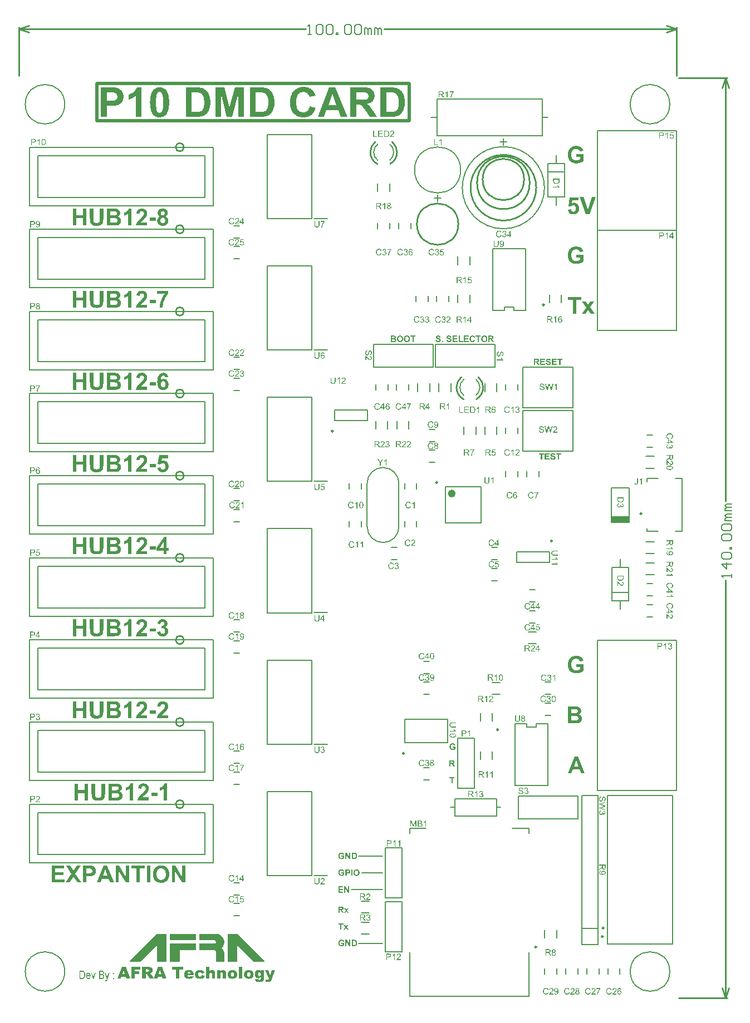
<source format=gto>
G04*
G04 #@! TF.GenerationSoftware,Altium Limited,Altium Designer,20.2.6 (244)*
G04*
G04 Layer_Color=65535*
%FSLAX25Y25*%
%MOIN*%
G70*
G04*
G04 #@! TF.SameCoordinates,DA10D54E-F5E1-4E40-92F4-FD95AF22BDD1*
G04*
G04*
G04 #@! TF.FilePolarity,Positive*
G04*
G01*
G75*
%ADD10C,0.00984*%
%ADD11C,0.01000*%
%ADD12C,0.00787*%
%ADD13C,0.00600*%
%ADD14C,0.02362*%
%ADD15C,0.01968*%
%ADD16C,0.00500*%
%ADD17R,0.10698X0.03736*%
G36*
X165354Y93504D02*
X149606D01*
Y97441D01*
X165354D01*
Y93504D01*
D02*
G37*
G36*
X177165Y97441D02*
X177165Y97441D01*
X177650Y97441D01*
X178601Y97252D01*
X179496Y96881D01*
X180302Y96342D01*
X180988Y95657D01*
X181526Y94851D01*
X181897Y93955D01*
X182086Y93004D01*
X182086Y92520D01*
X182086Y92519D01*
X182112Y91994D01*
X181921Y90959D01*
X181497Y89995D01*
X180863Y89155D01*
X180458Y88819D01*
X180458Y88819D01*
X180802Y88583D01*
X180845Y88554D01*
X180877Y88517D01*
X181464Y87849D01*
X181891Y87014D01*
X182098Y86099D01*
X182087Y85630D01*
X182087Y80709D01*
X177165D01*
Y86614D01*
X177165Y86614D01*
X177165Y86614D01*
X177165Y86615D01*
X177146Y86806D01*
X176999Y87161D01*
X176728Y87432D01*
X176373Y87580D01*
X176181Y87598D01*
X167323Y87598D01*
Y91535D01*
X175686D01*
X176181Y91535D01*
X176181Y91535D01*
Y91535D01*
X176181Y91536D01*
X176373Y91554D01*
X176728Y91701D01*
X176999Y91973D01*
X177146Y92328D01*
X177165Y92520D01*
X177146Y92712D01*
X176999Y93067D01*
X176728Y93338D01*
X176373Y93485D01*
X176181Y93504D01*
X167323D01*
Y97441D01*
X177165D01*
X177165Y97441D01*
D02*
G37*
G36*
X206231Y81171D02*
X206040Y80709D01*
X199803D01*
X189961Y90551D01*
Y80709D01*
X184055D01*
Y97441D01*
X189961D01*
X206231Y81171D01*
D02*
G37*
G36*
X165354Y87598D02*
X155512D01*
Y80709D01*
X149606D01*
Y91535D01*
X165354D01*
Y87598D01*
D02*
G37*
G36*
X147638Y80709D02*
X141732D01*
Y90551D01*
X131890Y80709D01*
X125653D01*
X125462Y81171D01*
X141732Y97441D01*
X147638D01*
Y80709D01*
D02*
G37*
G36*
X181605Y75720D02*
X181758Y75708D01*
X181937Y75669D01*
X182141Y75618D01*
X182345Y75529D01*
X182549Y75414D01*
X182740Y75249D01*
X182765Y75223D01*
X182817Y75159D01*
X182880Y75045D01*
X182969Y74879D01*
X183059Y74675D01*
X183123Y74420D01*
X183174Y74114D01*
X183199Y73770D01*
Y70557D01*
X181248D01*
Y73336D01*
Y73362D01*
Y73413D01*
X181236Y73502D01*
X181223Y73604D01*
X181172Y73821D01*
X181133Y73923D01*
X181070Y74012D01*
X181057Y74025D01*
X181032Y74050D01*
X180993Y74076D01*
X180942Y74114D01*
X180866Y74152D01*
X180789Y74190D01*
X180687Y74203D01*
X180572Y74216D01*
X180509D01*
X180445Y74203D01*
X180368Y74178D01*
X180279Y74152D01*
X180177Y74101D01*
X180088Y74037D01*
X179999Y73948D01*
X179986Y73935D01*
X179961Y73897D01*
X179935Y73821D01*
X179897Y73731D01*
X179846Y73591D01*
X179820Y73425D01*
X179795Y73221D01*
X179782Y72979D01*
Y70557D01*
X177844D01*
Y75618D01*
X179642D01*
Y74790D01*
X179655Y74815D01*
X179718Y74879D01*
X179795Y74968D01*
X179897Y75070D01*
X180024Y75198D01*
X180165Y75312D01*
X180305Y75427D01*
X180458Y75516D01*
X180483Y75529D01*
X180534Y75555D01*
X180623Y75580D01*
X180738Y75631D01*
X180891Y75669D01*
X181070Y75695D01*
X181261Y75720D01*
X181478Y75733D01*
X181554D01*
X181605Y75720D01*
D02*
G37*
G36*
X167733D02*
X167835D01*
X167950Y75708D01*
X168090Y75695D01*
X168230Y75682D01*
X168536Y75618D01*
X168842Y75542D01*
X169149Y75440D01*
X169289Y75363D01*
X169416Y75287D01*
X169429D01*
X169442Y75261D01*
X169518Y75210D01*
X169633Y75096D01*
X169773Y74955D01*
X169926Y74777D01*
X170079Y74547D01*
X170220Y74292D01*
X170334Y73986D01*
X168511Y73744D01*
Y73757D01*
X168498Y73795D01*
X168473Y73859D01*
X168435Y73923D01*
X168345Y74088D01*
X168269Y74165D01*
X168192Y74229D01*
X168180Y74241D01*
X168154Y74254D01*
X168103Y74280D01*
X168026Y74318D01*
X167937Y74356D01*
X167835Y74382D01*
X167720Y74394D01*
X167580Y74407D01*
X167504D01*
X167414Y74394D01*
X167300Y74369D01*
X167172Y74318D01*
X167045Y74267D01*
X166917Y74178D01*
X166803Y74063D01*
X166790Y74050D01*
X166752Y73999D01*
X166713Y73923D01*
X166662Y73808D01*
X166598Y73655D01*
X166560Y73476D01*
X166522Y73260D01*
X166509Y73017D01*
Y73005D01*
Y72992D01*
Y72915D01*
X166522Y72801D01*
X166548Y72660D01*
X166586Y72507D01*
X166637Y72354D01*
X166700Y72201D01*
X166803Y72074D01*
X166815Y72061D01*
X166853Y72023D01*
X166917Y71972D01*
X167007Y71921D01*
X167121Y71857D01*
X167249Y71806D01*
X167389Y71768D01*
X167555Y71755D01*
X167619D01*
X167695Y71768D01*
X167784Y71781D01*
X167874Y71806D01*
X167988Y71832D01*
X168090Y71883D01*
X168192Y71946D01*
X168205Y71959D01*
X168230Y71985D01*
X168281Y72023D01*
X168333Y72099D01*
X168396Y72176D01*
X168473Y72278D01*
X168536Y72405D01*
X168588Y72546D01*
X170436Y72342D01*
X170423Y72316D01*
X170411Y72240D01*
X170372Y72138D01*
X170322Y71997D01*
X170245Y71832D01*
X170156Y71666D01*
X170054Y71487D01*
X169926Y71322D01*
X169913Y71309D01*
X169862Y71258D01*
X169786Y71181D01*
X169684Y71079D01*
X169556Y70977D01*
X169404Y70875D01*
X169225Y70761D01*
X169034Y70671D01*
X169008Y70659D01*
X168932Y70633D01*
X168817Y70595D01*
X168664Y70557D01*
X168460Y70518D01*
X168230Y70480D01*
X167963Y70455D01*
X167669Y70442D01*
X167542D01*
X167389Y70455D01*
X167198D01*
X166981Y70480D01*
X166764Y70506D01*
X166535Y70531D01*
X166318Y70582D01*
X166293Y70595D01*
X166229Y70608D01*
X166127Y70646D01*
X165999Y70697D01*
X165859Y70773D01*
X165706Y70850D01*
X165553Y70952D01*
X165400Y71067D01*
X165387Y71079D01*
X165336Y71130D01*
X165272Y71194D01*
X165183Y71296D01*
X165081Y71411D01*
X164992Y71551D01*
X164890Y71691D01*
X164801Y71857D01*
X164788Y71883D01*
X164762Y71946D01*
X164737Y72036D01*
X164699Y72176D01*
X164648Y72354D01*
X164622Y72558D01*
X164597Y72788D01*
X164584Y73056D01*
Y73068D01*
Y73094D01*
Y73132D01*
Y73183D01*
X164597Y73336D01*
X164622Y73515D01*
X164648Y73719D01*
X164686Y73935D01*
X164750Y74152D01*
X164839Y74356D01*
X164852Y74369D01*
X164877Y74420D01*
X164916Y74496D01*
X164979Y74586D01*
X165056Y74688D01*
X165158Y74802D01*
X165260Y74930D01*
X165375Y75045D01*
X165387Y75057D01*
X165438Y75096D01*
X165502Y75147D01*
X165591Y75210D01*
X165693Y75287D01*
X165821Y75363D01*
X165948Y75427D01*
X166076Y75491D01*
X166088D01*
X166101Y75504D01*
X166178Y75529D01*
X166305Y75567D01*
X166471Y75618D01*
X166675Y75657D01*
X166930Y75695D01*
X167210Y75720D01*
X167529Y75733D01*
X167644D01*
X167733Y75720D01*
D02*
G37*
G36*
X210548Y70212D02*
Y70200D01*
X210535Y70174D01*
X210509Y70123D01*
X210484Y70059D01*
X210420Y69906D01*
X210331Y69715D01*
X210229Y69498D01*
X210102Y69294D01*
X209974Y69116D01*
X209910Y69027D01*
X209846Y68963D01*
X209821Y68937D01*
X209757Y68886D01*
X209630Y68823D01*
X209464Y68733D01*
X209247Y68644D01*
X208992Y68580D01*
X208674Y68529D01*
X208495Y68504D01*
X208227D01*
X208125Y68517D01*
X207985D01*
X207806Y68529D01*
X207590Y68555D01*
X207322Y68580D01*
X207016Y68619D01*
X206863Y69983D01*
X206889D01*
X206940Y69957D01*
X207029Y69945D01*
X207143Y69919D01*
X207271Y69894D01*
X207437Y69868D01*
X207603Y69855D01*
X207794Y69843D01*
X207857D01*
X207909Y69855D01*
X207998Y69868D01*
X208176Y69919D01*
X208265Y69957D01*
X208355Y70008D01*
X208367Y70021D01*
X208393Y70034D01*
X208431Y70072D01*
X208482Y70136D01*
X208533Y70212D01*
X208597Y70302D01*
X208661Y70416D01*
X208712Y70557D01*
X206595Y75618D01*
X208635D01*
X209681Y72240D01*
X210650Y75618D01*
X212562D01*
X210548Y70212D01*
D02*
G37*
G36*
X147435Y70557D02*
X145166D01*
X144822Y71704D01*
X142374D01*
X142029Y70557D01*
X137388D01*
X136228Y72686D01*
X136215Y72699D01*
X136190Y72750D01*
X136152Y72826D01*
X136100Y72903D01*
X135973Y73081D01*
X135897Y73158D01*
X135833Y73221D01*
X135820Y73234D01*
X135794Y73247D01*
X135743Y73272D01*
X135680Y73311D01*
X135603Y73336D01*
X135514Y73362D01*
X135412Y73374D01*
X135297Y73387D01*
X135119D01*
Y70557D01*
X132951D01*
Y77544D01*
X136802D01*
X136891Y77531D01*
X137120Y77518D01*
X137363Y77505D01*
X137618Y77467D01*
X137860Y77429D01*
X138077Y77365D01*
X138102Y77352D01*
X138166Y77327D01*
X138268Y77289D01*
X138383Y77225D01*
X138523Y77136D01*
X138663Y77021D01*
X138804Y76893D01*
X138931Y76728D01*
X138944Y76702D01*
X138982Y76651D01*
X139033Y76549D01*
X139097Y76409D01*
X139161Y76243D01*
X139211Y76052D01*
X139250Y75835D01*
X139262Y75593D01*
Y75567D01*
Y75491D01*
X139250Y75389D01*
X139237Y75249D01*
X139199Y75096D01*
X139161Y74930D01*
X139097Y74751D01*
X139007Y74586D01*
X138995Y74573D01*
X138969Y74522D01*
X138906Y74445D01*
X138829Y74343D01*
X138727Y74241D01*
X138612Y74127D01*
X138472Y74012D01*
X138319Y73910D01*
X138306Y73897D01*
X138268Y73884D01*
X138204Y73846D01*
X138128Y73808D01*
X138013Y73770D01*
X137885Y73719D01*
X137733Y73680D01*
X137567Y73629D01*
X137580D01*
X137630Y73604D01*
X137694Y73578D01*
X137784Y73553D01*
X137962Y73464D01*
X138051Y73425D01*
X138128Y73374D01*
X138153Y73362D01*
X138179Y73336D01*
X138217Y73298D01*
X138268Y73247D01*
X138319Y73183D01*
X138396Y73107D01*
X138472Y73005D01*
X138485Y72992D01*
X138510Y72954D01*
X138549Y72903D01*
X138600Y72852D01*
X138701Y72699D01*
X138740Y72635D01*
X138778Y72571D01*
X139829Y70571D01*
X142437Y77544D01*
X144809D01*
X147435Y70557D01*
D02*
G37*
G36*
X192889D02*
X190938D01*
Y77544D01*
X192889D01*
Y70557D01*
D02*
G37*
G36*
X173267Y74968D02*
X173280Y74981D01*
X173330Y75032D01*
X173407Y75108D01*
X173509Y75198D01*
X173636Y75287D01*
X173764Y75389D01*
X173904Y75478D01*
X174045Y75555D01*
X174057Y75567D01*
X174121Y75580D01*
X174197Y75606D01*
X174312Y75644D01*
X174440Y75682D01*
X174606Y75708D01*
X174784Y75720D01*
X174975Y75733D01*
X175052D01*
X175103Y75720D01*
X175256Y75708D01*
X175434Y75669D01*
X175626Y75618D01*
X175842Y75529D01*
X176033Y75414D01*
X176225Y75249D01*
X176250Y75223D01*
X176301Y75159D01*
X176365Y75045D01*
X176454Y74879D01*
X176543Y74675D01*
X176607Y74420D01*
X176658Y74114D01*
X176684Y73770D01*
Y70557D01*
X174733D01*
Y73336D01*
Y73362D01*
Y73413D01*
X174720Y73502D01*
X174707Y73604D01*
X174656Y73821D01*
X174618Y73923D01*
X174555Y74012D01*
X174542Y74025D01*
X174516Y74050D01*
X174478Y74076D01*
X174427Y74114D01*
X174351Y74152D01*
X174274Y74190D01*
X174172Y74203D01*
X174057Y74216D01*
X173994D01*
X173930Y74203D01*
X173853Y74178D01*
X173764Y74152D01*
X173662Y74101D01*
X173573Y74037D01*
X173484Y73948D01*
X173471Y73935D01*
X173445Y73897D01*
X173420Y73821D01*
X173381Y73731D01*
X173330Y73591D01*
X173305Y73425D01*
X173280Y73221D01*
X173267Y72979D01*
Y70557D01*
X171329D01*
Y77544D01*
X173267D01*
Y74968D01*
D02*
G37*
G36*
X157444Y75822D02*
X155238D01*
Y70557D01*
X153084D01*
Y75822D01*
X150878D01*
Y77544D01*
X157444D01*
Y75822D01*
D02*
G37*
G36*
X131765Y76039D02*
X128591D01*
Y74828D01*
X131307D01*
Y73413D01*
X128591D01*
Y70557D01*
X126423D01*
Y77544D01*
X131765D01*
Y76039D01*
D02*
G37*
G36*
X125722Y70557D02*
X123452D01*
X123108Y71704D01*
X120660D01*
X120316Y70557D01*
X118110D01*
X120724Y77544D01*
X123096D01*
X125722Y70557D01*
D02*
G37*
G36*
X197033Y75720D02*
X197148Y75708D01*
X197301Y75682D01*
X197466Y75657D01*
X197632Y75618D01*
X197810Y75580D01*
X198002Y75516D01*
X198193Y75440D01*
X198384Y75363D01*
X198575Y75249D01*
X198754Y75134D01*
X198920Y74994D01*
X199073Y74841D01*
X199085Y74828D01*
X199098Y74815D01*
X199136Y74764D01*
X199175Y74713D01*
X199226Y74649D01*
X199277Y74560D01*
X199328Y74471D01*
X199391Y74356D01*
X199506Y74101D01*
X199608Y73808D01*
X199685Y73464D01*
X199697Y73285D01*
X199710Y73094D01*
Y73081D01*
Y73043D01*
Y72979D01*
X199697Y72903D01*
X199685Y72801D01*
X199672Y72686D01*
X199646Y72558D01*
X199608Y72418D01*
X199519Y72112D01*
X199455Y71959D01*
X199379Y71793D01*
X199290Y71640D01*
X199188Y71475D01*
X199073Y71322D01*
X198933Y71181D01*
X198920Y71169D01*
X198894Y71156D01*
X198856Y71118D01*
X198792Y71067D01*
X198716Y71016D01*
X198614Y70952D01*
X198499Y70875D01*
X198372Y70812D01*
X198231Y70748D01*
X198065Y70671D01*
X197887Y70608D01*
X197696Y70557D01*
X197492Y70506D01*
X197262Y70480D01*
X197033Y70455D01*
X196778Y70442D01*
X196663D01*
X196574Y70455D01*
X196472D01*
X196357Y70480D01*
X196217Y70493D01*
X196077Y70518D01*
X195758Y70595D01*
X195426Y70697D01*
X195107Y70850D01*
X194942Y70952D01*
X194801Y71054D01*
X194789Y71067D01*
X194763Y71092D01*
X194712Y71130D01*
X194661Y71194D01*
X194585Y71271D01*
X194508Y71360D01*
X194432Y71475D01*
X194343Y71589D01*
X194253Y71730D01*
X194177Y71883D01*
X194100Y72048D01*
X194024Y72227D01*
X193973Y72418D01*
X193922Y72622D01*
X193896Y72839D01*
X193884Y73068D01*
Y73081D01*
Y73119D01*
Y73183D01*
X193896Y73260D01*
X193909Y73362D01*
X193922Y73476D01*
X193947Y73604D01*
X193985Y73744D01*
X194075Y74050D01*
X194139Y74203D01*
X194215Y74369D01*
X194304Y74522D01*
X194406Y74688D01*
X194521Y74841D01*
X194661Y74981D01*
X194674Y74994D01*
X194700Y75019D01*
X194738Y75045D01*
X194801Y75096D01*
X194878Y75159D01*
X194980Y75223D01*
X195095Y75287D01*
X195222Y75363D01*
X195362Y75427D01*
X195516Y75491D01*
X195694Y75555D01*
X195885Y75618D01*
X196089Y75669D01*
X196306Y75695D01*
X196536Y75720D01*
X196778Y75733D01*
X196918D01*
X197033Y75720D01*
D02*
G37*
G36*
X187266D02*
X187381Y75708D01*
X187534Y75682D01*
X187700Y75657D01*
X187865Y75618D01*
X188044Y75580D01*
X188235Y75516D01*
X188426Y75440D01*
X188618Y75363D01*
X188809Y75249D01*
X188988Y75134D01*
X189153Y74994D01*
X189306Y74841D01*
X189319Y74828D01*
X189332Y74815D01*
X189370Y74764D01*
X189408Y74713D01*
X189459Y74649D01*
X189510Y74560D01*
X189561Y74471D01*
X189625Y74356D01*
X189740Y74101D01*
X189842Y73808D01*
X189918Y73464D01*
X189931Y73285D01*
X189944Y73094D01*
Y73081D01*
Y73043D01*
Y72979D01*
X189931Y72903D01*
X189918Y72801D01*
X189906Y72686D01*
X189880Y72558D01*
X189842Y72418D01*
X189752Y72112D01*
X189689Y71959D01*
X189612Y71793D01*
X189523Y71640D01*
X189421Y71475D01*
X189306Y71322D01*
X189166Y71181D01*
X189153Y71169D01*
X189128Y71156D01*
X189090Y71118D01*
X189026Y71067D01*
X188949Y71016D01*
X188847Y70952D01*
X188733Y70875D01*
X188605Y70812D01*
X188465Y70748D01*
X188299Y70671D01*
X188120Y70608D01*
X187929Y70557D01*
X187725Y70506D01*
X187496Y70480D01*
X187266Y70455D01*
X187011Y70442D01*
X186897D01*
X186807Y70455D01*
X186705D01*
X186591Y70480D01*
X186450Y70493D01*
X186310Y70518D01*
X185991Y70595D01*
X185660Y70697D01*
X185341Y70850D01*
X185175Y70952D01*
X185035Y71054D01*
X185022Y71067D01*
X184997Y71092D01*
X184946Y71130D01*
X184895Y71194D01*
X184818Y71271D01*
X184742Y71360D01*
X184665Y71475D01*
X184576Y71589D01*
X184487Y71730D01*
X184410Y71883D01*
X184334Y72048D01*
X184257Y72227D01*
X184206Y72418D01*
X184155Y72622D01*
X184130Y72839D01*
X184117Y73068D01*
Y73081D01*
Y73119D01*
Y73183D01*
X184130Y73260D01*
X184142Y73362D01*
X184155Y73476D01*
X184181Y73604D01*
X184219Y73744D01*
X184308Y74050D01*
X184372Y74203D01*
X184449Y74369D01*
X184538Y74522D01*
X184640Y74688D01*
X184755Y74841D01*
X184895Y74981D01*
X184907Y74994D01*
X184933Y75019D01*
X184971Y75045D01*
X185035Y75096D01*
X185111Y75159D01*
X185213Y75223D01*
X185328Y75287D01*
X185456Y75363D01*
X185596Y75427D01*
X185749Y75491D01*
X185927Y75555D01*
X186119Y75618D01*
X186323Y75669D01*
X186539Y75695D01*
X186769Y75720D01*
X187011Y75733D01*
X187152D01*
X187266Y75720D01*
D02*
G37*
G36*
X161180D02*
X161294D01*
X161537Y75695D01*
X161804Y75657D01*
X162085Y75593D01*
X162365Y75516D01*
X162620Y75402D01*
X162633D01*
X162646Y75389D01*
X162723Y75338D01*
X162837Y75261D01*
X162978Y75159D01*
X163143Y75019D01*
X163296Y74853D01*
X163449Y74662D01*
X163590Y74445D01*
Y74433D01*
X163602Y74420D01*
X163615Y74382D01*
X163640Y74331D01*
X163666Y74267D01*
X163691Y74190D01*
X163755Y74012D01*
X163819Y73770D01*
X163870Y73502D01*
X163908Y73183D01*
X163921Y72826D01*
Y72609D01*
X160032D01*
Y72584D01*
X160045Y72533D01*
X160058Y72444D01*
X160083Y72342D01*
X160160Y72112D01*
X160211Y72010D01*
X160275Y71908D01*
X160287Y71895D01*
X160326Y71857D01*
X160389Y71806D01*
X160478Y71742D01*
X160581Y71679D01*
X160708Y71628D01*
X160848Y71589D01*
X161014Y71577D01*
X161065D01*
X161116Y71589D01*
X161193D01*
X161358Y71640D01*
X161448Y71666D01*
X161549Y71717D01*
X161562D01*
X161575Y71730D01*
X161652Y71793D01*
X161703Y71832D01*
X161753Y71895D01*
X161830Y71959D01*
X161894Y72048D01*
X163806Y71870D01*
Y71857D01*
X163781Y71832D01*
X163755Y71793D01*
X163730Y71742D01*
X163628Y71615D01*
X163500Y71449D01*
X163347Y71271D01*
X163169Y71079D01*
X162965Y70914D01*
X162735Y70773D01*
X162723D01*
X162710Y70761D01*
X162671Y70748D01*
X162620Y70722D01*
X162557Y70697D01*
X162480Y70671D01*
X162391Y70633D01*
X162289Y70608D01*
X162162Y70582D01*
X162034Y70544D01*
X161894Y70518D01*
X161728Y70493D01*
X161562Y70467D01*
X161371Y70455D01*
X161180Y70442D01*
X160797D01*
X160708Y70455D01*
X160619D01*
X160389Y70480D01*
X160134Y70506D01*
X159866Y70557D01*
X159611Y70633D01*
X159382Y70722D01*
X159356Y70735D01*
X159293Y70773D01*
X159178Y70850D01*
X159051Y70939D01*
X158897Y71067D01*
X158732Y71220D01*
X158579Y71398D01*
X158426Y71615D01*
Y71628D01*
X158413Y71640D01*
X158387Y71679D01*
X158375Y71730D01*
X158311Y71857D01*
X158247Y72036D01*
X158171Y72240D01*
X158120Y72495D01*
X158069Y72762D01*
X158056Y73068D01*
Y73081D01*
Y73119D01*
Y73183D01*
X158069Y73260D01*
X158081Y73362D01*
X158094Y73489D01*
X158120Y73617D01*
X158145Y73757D01*
X158235Y74063D01*
X158298Y74216D01*
X158375Y74382D01*
X158464Y74547D01*
X158566Y74700D01*
X158681Y74853D01*
X158808Y74994D01*
X158821Y75006D01*
X158846Y75032D01*
X158885Y75057D01*
X158949Y75108D01*
X159025Y75159D01*
X159127Y75223D01*
X159229Y75300D01*
X159356Y75363D01*
X159497Y75427D01*
X159662Y75504D01*
X159828Y75567D01*
X160020Y75618D01*
X160223Y75669D01*
X160440Y75708D01*
X160670Y75720D01*
X160912Y75733D01*
X161091D01*
X161180Y75720D01*
D02*
G37*
G36*
X202668D02*
X202808Y75708D01*
X202961Y75682D01*
X203127Y75644D01*
X203293Y75593D01*
X203446Y75529D01*
X203459Y75516D01*
X203510Y75491D01*
X203586Y75440D01*
X203676Y75376D01*
X203790Y75274D01*
X203905Y75159D01*
X204032Y75032D01*
X204160Y74866D01*
Y75618D01*
X205983D01*
Y70837D01*
Y70608D01*
Y70582D01*
Y70531D01*
X205971Y70442D01*
X205958Y70327D01*
X205932Y70187D01*
X205894Y70034D01*
X205843Y69881D01*
X205779Y69715D01*
X205767Y69702D01*
X205741Y69639D01*
X205703Y69562D01*
X205639Y69460D01*
X205562Y69358D01*
X205461Y69231D01*
X205359Y69116D01*
X205231Y69014D01*
X205218Y69001D01*
X205167Y68976D01*
X205103Y68925D01*
X205001Y68861D01*
X204874Y68797D01*
X204734Y68746D01*
X204568Y68682D01*
X204377Y68631D01*
X204351D01*
X204288Y68606D01*
X204186Y68593D01*
X204045Y68568D01*
X203867Y68542D01*
X203663Y68529D01*
X203446Y68504D01*
X203064D01*
X202961Y68517D01*
X202834D01*
X202694Y68529D01*
X202528Y68542D01*
X202362Y68568D01*
X202018Y68619D01*
X201674Y68695D01*
X201508Y68746D01*
X201355Y68810D01*
X201215Y68886D01*
X201100Y68963D01*
X201075Y68988D01*
X201011Y69052D01*
X200922Y69154D01*
X200819Y69294D01*
X200717Y69460D01*
X200628Y69677D01*
X200565Y69919D01*
X200552Y70047D01*
X200539Y70187D01*
Y70200D01*
Y70263D01*
Y70340D01*
Y70442D01*
X202426Y70225D01*
Y70212D01*
X202439Y70187D01*
X202451Y70136D01*
X202477Y70085D01*
X202541Y69970D01*
X202592Y69919D01*
X202643Y69868D01*
X202656D01*
X202681Y69843D01*
X202732Y69817D01*
X202796Y69792D01*
X202872Y69766D01*
X202961Y69741D01*
X203064Y69728D01*
X203178Y69715D01*
X203255D01*
X203331Y69728D01*
X203420Y69741D01*
X203522Y69766D01*
X203625Y69817D01*
X203727Y69868D01*
X203816Y69945D01*
X203829Y69957D01*
X203854Y69996D01*
X203879Y70047D01*
X203930Y70123D01*
X203969Y70238D01*
X203994Y70365D01*
X204020Y70518D01*
X204032Y70710D01*
Y71475D01*
X204020Y71462D01*
X203981Y71424D01*
X203930Y71360D01*
X203854Y71296D01*
X203765Y71207D01*
X203663Y71130D01*
X203561Y71054D01*
X203459Y70990D01*
X203433Y70977D01*
X203382Y70952D01*
X203280Y70914D01*
X203166Y70875D01*
X203012Y70837D01*
X202847Y70799D01*
X202668Y70773D01*
X202477Y70761D01*
X202375D01*
X202311Y70773D01*
X202222Y70786D01*
X202120Y70812D01*
X201890Y70875D01*
X201763Y70914D01*
X201636Y70977D01*
X201495Y71041D01*
X201355Y71130D01*
X201227Y71232D01*
X201087Y71347D01*
X200960Y71487D01*
X200832Y71640D01*
Y71653D01*
X200819Y71666D01*
X200794Y71704D01*
X200768Y71755D01*
X200730Y71819D01*
X200692Y71895D01*
X200654Y71985D01*
X200616Y72087D01*
X200539Y72329D01*
X200463Y72609D01*
X200412Y72941D01*
X200399Y73311D01*
Y73323D01*
Y73362D01*
Y73425D01*
X200412Y73502D01*
Y73604D01*
X200424Y73719D01*
X200475Y73974D01*
X200539Y74267D01*
X200641Y74560D01*
X200781Y74853D01*
X200858Y74981D01*
X200960Y75108D01*
X200973Y75121D01*
X200985Y75134D01*
X201024Y75172D01*
X201062Y75210D01*
X201189Y75312D01*
X201368Y75427D01*
X201585Y75542D01*
X201839Y75631D01*
X202133Y75708D01*
X202298Y75720D01*
X202464Y75733D01*
X202566D01*
X202668Y75720D01*
D02*
G37*
G36*
X393102Y569509D02*
X393263Y569494D01*
X393452Y569480D01*
X393656Y569465D01*
X393875Y569421D01*
X394342Y569334D01*
X394823Y569188D01*
X395071Y569101D01*
X395304Y568999D01*
X395523Y568882D01*
X395727Y568736D01*
X395741Y568722D01*
X395771Y568707D01*
X395829Y568649D01*
X395902Y568590D01*
X395989Y568517D01*
X396077Y568415D01*
X396179Y568299D01*
X396295Y568168D01*
X396412Y568022D01*
X396529Y567861D01*
X396645Y567687D01*
X396747Y567482D01*
X396864Y567278D01*
X396952Y567060D01*
X397039Y566812D01*
X397097Y566564D01*
X395071Y566185D01*
Y566199D01*
X395056Y566214D01*
X395027Y566301D01*
X394969Y566433D01*
X394881Y566608D01*
X394779Y566797D01*
X394633Y566987D01*
X394458Y567176D01*
X394254Y567351D01*
X394225Y567366D01*
X394152Y567424D01*
X394021Y567497D01*
X393861Y567570D01*
X393642Y567657D01*
X393394Y567716D01*
X393117Y567774D01*
X392796Y567789D01*
X392665D01*
X392578Y567774D01*
X392461Y567759D01*
X392330Y567745D01*
X392184Y567716D01*
X392023Y567687D01*
X391688Y567584D01*
X391513Y567512D01*
X391338Y567424D01*
X391163Y567322D01*
X390988Y567220D01*
X390828Y567074D01*
X390668Y566928D01*
X390653Y566914D01*
X390638Y566885D01*
X390595Y566841D01*
X390551Y566768D01*
X390493Y566680D01*
X390420Y566578D01*
X390347Y566447D01*
X390288Y566301D01*
X390216Y566126D01*
X390143Y565937D01*
X390070Y565733D01*
X390011Y565514D01*
X389968Y565266D01*
X389924Y564989D01*
X389909Y564712D01*
X389895Y564406D01*
Y564391D01*
Y564333D01*
Y564231D01*
X389909Y564114D01*
X389924Y563954D01*
X389938Y563794D01*
X389968Y563589D01*
X389997Y563385D01*
X390084Y562948D01*
X390230Y562496D01*
X390318Y562277D01*
X390420Y562073D01*
X390551Y561869D01*
X390682Y561694D01*
X390697Y561680D01*
X390726Y561650D01*
X390770Y561607D01*
X390828Y561548D01*
X390915Y561490D01*
X391003Y561403D01*
X391120Y561330D01*
X391251Y561242D01*
X391396Y561155D01*
X391542Y561082D01*
X391907Y560936D01*
X392111Y560878D01*
X392315Y560834D01*
X392548Y560805D01*
X392782Y560790D01*
X392898D01*
X393015Y560805D01*
X393190Y560819D01*
X393379Y560849D01*
X393598Y560892D01*
X393831Y560951D01*
X394065Y561038D01*
X394079D01*
X394094Y561053D01*
X394167Y561082D01*
X394298Y561140D01*
X394444Y561213D01*
X394619Y561300D01*
X394808Y561403D01*
X394998Y561519D01*
X395173Y561650D01*
Y562948D01*
X392840D01*
Y564654D01*
X397229D01*
Y560601D01*
X397199Y560571D01*
X397156Y560542D01*
X397112Y560499D01*
X397039Y560440D01*
X396966Y560382D01*
X396762Y560236D01*
X396485Y560076D01*
X396164Y559886D01*
X395800Y559697D01*
X395362Y559522D01*
X395348D01*
X395304Y559507D01*
X395246Y559478D01*
X395158Y559449D01*
X395041Y559420D01*
X394910Y559376D01*
X394764Y559332D01*
X394604Y559288D01*
X394240Y559201D01*
X393817Y559128D01*
X393379Y559070D01*
X392913Y559055D01*
X392753D01*
X392650Y559070D01*
X392505D01*
X392344Y559084D01*
X392169Y559113D01*
X391965Y559143D01*
X391542Y559215D01*
X391076Y559332D01*
X390595Y559492D01*
X390376Y559595D01*
X390143Y559711D01*
X390128Y559726D01*
X390099Y559740D01*
X390026Y559784D01*
X389953Y559842D01*
X389851Y559901D01*
X389749Y559988D01*
X389618Y560090D01*
X389487Y560207D01*
X389195Y560469D01*
X388903Y560805D01*
X388626Y561184D01*
X388379Y561621D01*
Y561636D01*
X388349Y561680D01*
X388320Y561752D01*
X388291Y561840D01*
X388247Y561957D01*
X388189Y562088D01*
X388145Y562248D01*
X388087Y562423D01*
X388029Y562613D01*
X387985Y562831D01*
X387883Y563283D01*
X387824Y563779D01*
X387795Y564319D01*
Y564333D01*
Y564391D01*
Y564479D01*
X387810Y564581D01*
Y564727D01*
X387824Y564887D01*
X387854Y565062D01*
X387883Y565266D01*
X387956Y565689D01*
X388072Y566170D01*
X388233Y566651D01*
X388335Y566885D01*
X388451Y567118D01*
X388466Y567132D01*
X388480Y567176D01*
X388524Y567235D01*
X388568Y567322D01*
X388641Y567424D01*
X388728Y567541D01*
X388830Y567672D01*
X388932Y567818D01*
X389064Y567964D01*
X389210Y568124D01*
X389370Y568284D01*
X389545Y568445D01*
X389734Y568590D01*
X389924Y568751D01*
X390376Y569013D01*
X390390D01*
X390420Y569042D01*
X390478Y569057D01*
X390551Y569101D01*
X390653Y569130D01*
X390755Y569174D01*
X390901Y569217D01*
X391047Y569276D01*
X391207Y569319D01*
X391396Y569363D01*
X391601Y569407D01*
X391805Y569451D01*
X392271Y569509D01*
X392796Y569524D01*
X392971D01*
X393102Y569509D01*
D02*
G37*
G36*
X378978Y385411D02*
X379038Y385405D01*
X379109Y385400D01*
X379180Y385389D01*
X379262Y385378D01*
X379437Y385340D01*
X379524Y385313D01*
X379611Y385285D01*
X379699Y385247D01*
X379781Y385203D01*
X379857Y385154D01*
X379928Y385100D01*
X379934Y385094D01*
X379944Y385083D01*
X379961Y385067D01*
X379983Y385045D01*
X380010Y385012D01*
X380043Y384974D01*
X380076Y384930D01*
X380114Y384881D01*
X380147Y384821D01*
X380179Y384761D01*
X380212Y384690D01*
X380239Y384614D01*
X380267Y384537D01*
X380289Y384450D01*
X380305Y384363D01*
X380310Y384264D01*
X379546Y384237D01*
Y384242D01*
Y384248D01*
X379535Y384286D01*
X379524Y384335D01*
X379502Y384395D01*
X379475Y384466D01*
X379437Y384532D01*
X379388Y384597D01*
X379333Y384652D01*
X379328Y384657D01*
X379306Y384674D01*
X379268Y384696D01*
X379213Y384717D01*
X379147Y384739D01*
X379065Y384761D01*
X378967Y384777D01*
X378853Y384783D01*
X378798D01*
X378738Y384777D01*
X378667Y384767D01*
X378585Y384750D01*
X378498Y384723D01*
X378416Y384690D01*
X378339Y384641D01*
X378334Y384636D01*
X378323Y384625D01*
X378301Y384608D01*
X378279Y384581D01*
X378257Y384548D01*
X378236Y384505D01*
X378225Y384461D01*
X378219Y384406D01*
Y384401D01*
Y384384D01*
X378225Y384357D01*
X378236Y384330D01*
X378246Y384292D01*
X378263Y384253D01*
X378290Y384215D01*
X378328Y384177D01*
X378334Y384172D01*
X378361Y384155D01*
X378378Y384144D01*
X378405Y384133D01*
X378432Y384117D01*
X378470Y384101D01*
X378514Y384084D01*
X378563Y384062D01*
X378623Y384040D01*
X378683Y384019D01*
X378760Y383997D01*
X378842Y383975D01*
X378929Y383953D01*
X379027Y383926D01*
X379033D01*
X379054Y383920D01*
X379082Y383915D01*
X379120Y383904D01*
X379164Y383893D01*
X379218Y383877D01*
X379278Y383860D01*
X379338Y383844D01*
X379469Y383800D01*
X379606Y383756D01*
X379737Y383707D01*
X379792Y383680D01*
X379846Y383653D01*
X379852D01*
X379857Y383647D01*
X379890Y383626D01*
X379939Y383593D01*
X379999Y383549D01*
X380065Y383494D01*
X380136Y383429D01*
X380207Y383352D01*
X380267Y383265D01*
X380272Y383254D01*
X380289Y383221D01*
X380316Y383172D01*
X380343Y383101D01*
X380370Y383014D01*
X380398Y382910D01*
X380414Y382796D01*
X380419Y382664D01*
Y382659D01*
Y382648D01*
Y382632D01*
Y382610D01*
X380414Y382583D01*
X380409Y382544D01*
X380398Y382468D01*
X380376Y382370D01*
X380343Y382266D01*
X380294Y382162D01*
X380234Y382053D01*
Y382048D01*
X380223Y382042D01*
X380201Y382009D01*
X380157Y381955D01*
X380103Y381895D01*
X380032Y381824D01*
X379939Y381758D01*
X379841Y381693D01*
X379721Y381633D01*
X379715D01*
X379704Y381627D01*
X379688Y381622D01*
X379661Y381611D01*
X379628Y381600D01*
X379590Y381589D01*
X379546Y381578D01*
X379497Y381567D01*
X379437Y381551D01*
X379377Y381540D01*
X379235Y381518D01*
X379076Y381502D01*
X378902Y381496D01*
X378831D01*
X378782Y381502D01*
X378721Y381507D01*
X378656Y381512D01*
X378579Y381523D01*
X378498Y381540D01*
X378317Y381578D01*
X378225Y381605D01*
X378137Y381633D01*
X378044Y381671D01*
X377957Y381715D01*
X377875Y381764D01*
X377799Y381824D01*
X377793Y381829D01*
X377782Y381840D01*
X377761Y381856D01*
X377739Y381884D01*
X377706Y381922D01*
X377673Y381966D01*
X377635Y382015D01*
X377597Y382069D01*
X377558Y382135D01*
X377520Y382206D01*
X377482Y382288D01*
X377444Y382375D01*
X377416Y382468D01*
X377384Y382572D01*
X377362Y382681D01*
X377345Y382796D01*
X378088Y382867D01*
Y382861D01*
X378094Y382850D01*
Y382828D01*
X378099Y382806D01*
X378121Y382741D01*
X378148Y382659D01*
X378181Y382566D01*
X378230Y382473D01*
X378285Y382392D01*
X378356Y382315D01*
X378367Y382310D01*
X378394Y382288D01*
X378437Y382260D01*
X378503Y382228D01*
X378585Y382195D01*
X378678Y382168D01*
X378787Y382146D01*
X378913Y382140D01*
X378973D01*
X379038Y382151D01*
X379120Y382162D01*
X379207Y382179D01*
X379300Y382206D01*
X379388Y382244D01*
X379464Y382293D01*
X379475Y382299D01*
X379497Y382320D01*
X379524Y382353D01*
X379562Y382397D01*
X379595Y382452D01*
X379628Y382517D01*
X379650Y382583D01*
X379655Y382659D01*
Y382664D01*
Y382681D01*
X379650Y382708D01*
X379644Y382741D01*
X379633Y382774D01*
X379622Y382812D01*
X379601Y382850D01*
X379573Y382888D01*
X379568Y382894D01*
X379557Y382905D01*
X379540Y382921D01*
X379513Y382943D01*
X379475Y382970D01*
X379426Y382998D01*
X379371Y383025D01*
X379300Y383052D01*
X379295D01*
X379273Y383063D01*
X379235Y383074D01*
X379207Y383085D01*
X379175Y383090D01*
X379136Y383101D01*
X379093Y383118D01*
X379044Y383129D01*
X378989Y383145D01*
X378924Y383161D01*
X378853Y383178D01*
X378776Y383200D01*
X378689Y383221D01*
X378683D01*
X378661Y383227D01*
X378629Y383238D01*
X378590Y383249D01*
X378541Y383265D01*
X378481Y383281D01*
X378421Y383303D01*
X378350Y383325D01*
X378208Y383380D01*
X378072Y383445D01*
X378001Y383478D01*
X377941Y383516D01*
X377881Y383555D01*
X377832Y383593D01*
X377826Y383598D01*
X377815Y383609D01*
X377799Y383626D01*
X377777Y383647D01*
X377750Y383680D01*
X377722Y383718D01*
X377690Y383756D01*
X377662Y383806D01*
X377597Y383920D01*
X377542Y384051D01*
X377520Y384122D01*
X377504Y384193D01*
X377493Y384275D01*
X377487Y384357D01*
Y384363D01*
Y384368D01*
Y384384D01*
Y384406D01*
X377498Y384461D01*
X377509Y384532D01*
X377526Y384614D01*
X377553Y384706D01*
X377591Y384805D01*
X377646Y384898D01*
Y384903D01*
X377651Y384909D01*
X377679Y384941D01*
X377711Y384985D01*
X377766Y385040D01*
X377832Y385100D01*
X377913Y385165D01*
X378006Y385225D01*
X378115Y385280D01*
X378121D01*
X378132Y385285D01*
X378148Y385291D01*
X378170Y385302D01*
X378203Y385313D01*
X378236Y385324D01*
X378279Y385334D01*
X378328Y385351D01*
X378437Y385373D01*
X378563Y385395D01*
X378705Y385411D01*
X378863Y385416D01*
X378929D01*
X378978Y385411D01*
D02*
G37*
G36*
X383799Y384706D02*
X382685D01*
Y381567D01*
X381921D01*
Y384706D01*
X380802D01*
Y385345D01*
X383799D01*
Y384706D01*
D02*
G37*
G36*
X376827D02*
X374790D01*
Y383871D01*
X376685D01*
Y383232D01*
X374790D01*
Y382206D01*
X376898D01*
Y381567D01*
X374026D01*
Y385345D01*
X376827D01*
Y384706D01*
D02*
G37*
G36*
X373529D02*
X372415D01*
Y381567D01*
X371651D01*
Y384706D01*
X370531D01*
Y385345D01*
X373529D01*
Y384706D01*
D02*
G37*
G36*
X376195Y442104D02*
X376255Y442098D01*
X376325Y442093D01*
X376396Y442082D01*
X376478Y442071D01*
X376653Y442033D01*
X376741Y442005D01*
X376828Y441978D01*
X376915Y441940D01*
X376997Y441896D01*
X377074Y441847D01*
X377145Y441793D01*
X377150Y441787D01*
X377161Y441776D01*
X377177Y441760D01*
X377199Y441738D01*
X377226Y441705D01*
X377259Y441667D01*
X377292Y441623D01*
X377330Y441574D01*
X377363Y441514D01*
X377396Y441454D01*
X377428Y441383D01*
X377456Y441307D01*
X377483Y441230D01*
X377505Y441143D01*
X377521Y441055D01*
X377527Y440957D01*
X376762Y440930D01*
Y440935D01*
Y440941D01*
X376751Y440979D01*
X376741Y441028D01*
X376719Y441088D01*
X376691Y441159D01*
X376653Y441225D01*
X376604Y441290D01*
X376549Y441345D01*
X376544Y441350D01*
X376522Y441367D01*
X376484Y441389D01*
X376429Y441410D01*
X376364Y441432D01*
X376282Y441454D01*
X376184Y441470D01*
X376069Y441476D01*
X376014D01*
X375954Y441470D01*
X375883Y441460D01*
X375801Y441443D01*
X375714Y441416D01*
X375632Y441383D01*
X375556Y441334D01*
X375550Y441328D01*
X375539Y441318D01*
X375517Y441301D01*
X375496Y441274D01*
X375474Y441241D01*
X375452Y441197D01*
X375441Y441154D01*
X375435Y441099D01*
Y441094D01*
Y441077D01*
X375441Y441050D01*
X375452Y441023D01*
X375463Y440984D01*
X375479Y440946D01*
X375506Y440908D01*
X375545Y440870D01*
X375550Y440864D01*
X375577Y440848D01*
X375594Y440837D01*
X375621Y440826D01*
X375648Y440810D01*
X375687Y440793D01*
X375730Y440777D01*
X375780Y440755D01*
X375840Y440733D01*
X375900Y440711D01*
X375976Y440690D01*
X376058Y440668D01*
X376145Y440646D01*
X376244Y440619D01*
X376249D01*
X376271Y440613D01*
X376298Y440608D01*
X376336Y440597D01*
X376380Y440586D01*
X376435Y440569D01*
X376495Y440553D01*
X376555Y440537D01*
X376686Y440493D01*
X376822Y440449D01*
X376953Y440400D01*
X377008Y440373D01*
X377063Y440346D01*
X377068D01*
X377074Y440340D01*
X377106Y440318D01*
X377155Y440286D01*
X377216Y440242D01*
X377281Y440187D01*
X377352Y440122D01*
X377423Y440045D01*
X377483Y439958D01*
X377488Y439947D01*
X377505Y439914D01*
X377532Y439865D01*
X377559Y439794D01*
X377587Y439707D01*
X377614Y439603D01*
X377630Y439489D01*
X377636Y439357D01*
Y439352D01*
Y439341D01*
Y439325D01*
Y439303D01*
X377630Y439276D01*
X377625Y439237D01*
X377614Y439161D01*
X377592Y439063D01*
X377559Y438959D01*
X377510Y438855D01*
X377450Y438746D01*
Y438740D01*
X377439Y438735D01*
X377417Y438702D01*
X377374Y438648D01*
X377319Y438588D01*
X377248Y438517D01*
X377155Y438451D01*
X377057Y438385D01*
X376937Y438326D01*
X376932D01*
X376921Y438320D01*
X376904Y438315D01*
X376877Y438304D01*
X376844Y438293D01*
X376806Y438282D01*
X376762Y438271D01*
X376713Y438260D01*
X376653Y438244D01*
X376593Y438233D01*
X376451Y438211D01*
X376293Y438194D01*
X376118Y438189D01*
X376047D01*
X375998Y438194D01*
X375938Y438200D01*
X375872Y438205D01*
X375796Y438216D01*
X375714Y438233D01*
X375534Y438271D01*
X375441Y438298D01*
X375354Y438326D01*
X375261Y438364D01*
X375173Y438407D01*
X375092Y438456D01*
X375015Y438517D01*
X375010Y438522D01*
X374999Y438533D01*
X374977Y438549D01*
X374955Y438577D01*
X374922Y438615D01*
X374889Y438659D01*
X374851Y438708D01*
X374813Y438762D01*
X374775Y438828D01*
X374737Y438899D01*
X374698Y438981D01*
X374660Y439068D01*
X374633Y439161D01*
X374600Y439265D01*
X374578Y439374D01*
X374562Y439489D01*
X375305Y439559D01*
Y439554D01*
X375310Y439543D01*
Y439521D01*
X375315Y439499D01*
X375337Y439434D01*
X375364Y439352D01*
X375397Y439259D01*
X375446Y439166D01*
X375501Y439084D01*
X375572Y439008D01*
X375583Y439003D01*
X375610Y438981D01*
X375654Y438953D01*
X375719Y438921D01*
X375801Y438888D01*
X375894Y438861D01*
X376003Y438839D01*
X376129Y438833D01*
X376189D01*
X376255Y438844D01*
X376336Y438855D01*
X376424Y438871D01*
X376517Y438899D01*
X376604Y438937D01*
X376680Y438986D01*
X376691Y438992D01*
X376713Y439013D01*
X376741Y439046D01*
X376779Y439090D01*
X376811Y439145D01*
X376844Y439210D01*
X376866Y439276D01*
X376871Y439352D01*
Y439357D01*
Y439374D01*
X376866Y439401D01*
X376861Y439434D01*
X376850Y439467D01*
X376839Y439505D01*
X376817Y439543D01*
X376790Y439581D01*
X376784Y439587D01*
X376773Y439598D01*
X376757Y439614D01*
X376729Y439636D01*
X376691Y439663D01*
X376642Y439690D01*
X376588Y439718D01*
X376517Y439745D01*
X376511D01*
X376489Y439756D01*
X376451Y439767D01*
X376424Y439778D01*
X376391Y439783D01*
X376353Y439794D01*
X376309Y439811D01*
X376260Y439821D01*
X376205Y439838D01*
X376140Y439854D01*
X376069Y439871D01*
X375992Y439892D01*
X375905Y439914D01*
X375900D01*
X375878Y439920D01*
X375845Y439931D01*
X375807Y439942D01*
X375758Y439958D01*
X375698Y439974D01*
X375638Y439996D01*
X375567Y440018D01*
X375425Y440073D01*
X375288Y440138D01*
X375217Y440171D01*
X375157Y440209D01*
X375097Y440247D01*
X375048Y440286D01*
X375042Y440291D01*
X375031Y440302D01*
X375015Y440318D01*
X374993Y440340D01*
X374966Y440373D01*
X374939Y440411D01*
X374906Y440449D01*
X374879Y440499D01*
X374813Y440613D01*
X374759Y440744D01*
X374737Y440815D01*
X374720Y440886D01*
X374709Y440968D01*
X374704Y441050D01*
Y441055D01*
Y441061D01*
Y441077D01*
Y441099D01*
X374715Y441154D01*
X374726Y441225D01*
X374742Y441307D01*
X374769Y441399D01*
X374808Y441498D01*
X374862Y441591D01*
Y441596D01*
X374868Y441602D01*
X374895Y441634D01*
X374928Y441678D01*
X374982Y441733D01*
X375048Y441793D01*
X375130Y441858D01*
X375223Y441918D01*
X375332Y441973D01*
X375337D01*
X375348Y441978D01*
X375364Y441984D01*
X375386Y441995D01*
X375419Y442005D01*
X375452Y442016D01*
X375496Y442027D01*
X375545Y442044D01*
X375654Y442066D01*
X375780Y442087D01*
X375922Y442104D01*
X376080Y442109D01*
X376145D01*
X376195Y442104D01*
D02*
G37*
G36*
X384537Y441399D02*
X383423D01*
Y438260D01*
X382659D01*
Y441399D01*
X381540D01*
Y442038D01*
X384537D01*
Y441399D01*
D02*
G37*
G36*
X381087D02*
X379050D01*
Y440564D01*
X380945D01*
Y439925D01*
X379050D01*
Y438899D01*
X381158D01*
Y438260D01*
X378286D01*
Y442038D01*
X381087D01*
Y441399D01*
D02*
G37*
G36*
X374043D02*
X372007D01*
Y440564D01*
X373901D01*
Y439925D01*
X372007D01*
Y438899D01*
X374114D01*
Y438260D01*
X371242D01*
Y442038D01*
X374043D01*
Y441399D01*
D02*
G37*
G36*
X369184Y442033D02*
X369244D01*
X369304Y442027D01*
X369375D01*
X369517Y442011D01*
X369664Y441995D01*
X369801Y441967D01*
X369861Y441951D01*
X369916Y441934D01*
X369921D01*
X369926Y441929D01*
X369959Y441913D01*
X370008Y441885D01*
X370074Y441853D01*
X370145Y441798D01*
X370216Y441738D01*
X370287Y441662D01*
X370352Y441569D01*
Y441563D01*
X370358Y441558D01*
X370369Y441541D01*
X370380Y441525D01*
X370407Y441470D01*
X370440Y441399D01*
X370467Y441312D01*
X370494Y441214D01*
X370516Y441099D01*
X370521Y440979D01*
Y440974D01*
Y440963D01*
Y440935D01*
X370516Y440908D01*
Y440870D01*
X370511Y440832D01*
X370489Y440733D01*
X370462Y440619D01*
X370418Y440504D01*
X370352Y440384D01*
X370314Y440329D01*
X370270Y440275D01*
X370265Y440269D01*
X370259Y440264D01*
X370243Y440247D01*
X370221Y440231D01*
X370199Y440209D01*
X370167Y440182D01*
X370128Y440155D01*
X370085Y440127D01*
X370036Y440095D01*
X369975Y440067D01*
X369916Y440040D01*
X369850Y440013D01*
X369774Y439985D01*
X369697Y439963D01*
X369615Y439942D01*
X369522Y439925D01*
X369528D01*
X369533Y439920D01*
X369566Y439898D01*
X369610Y439871D01*
X369664Y439832D01*
X369730Y439783D01*
X369795Y439734D01*
X369866Y439674D01*
X369926Y439609D01*
X369932Y439603D01*
X369959Y439576D01*
X369992Y439532D01*
X370041Y439467D01*
X370107Y439385D01*
X370139Y439330D01*
X370178Y439276D01*
X370221Y439216D01*
X370265Y439150D01*
X370314Y439074D01*
X370363Y438997D01*
X370827Y438260D01*
X369910D01*
X369364Y439079D01*
X369358Y439084D01*
X369353Y439101D01*
X369337Y439123D01*
X369315Y439150D01*
X369293Y439183D01*
X369266Y439226D01*
X369206Y439314D01*
X369135Y439412D01*
X369069Y439499D01*
X369009Y439581D01*
X368982Y439609D01*
X368960Y439636D01*
X368954Y439641D01*
X368944Y439652D01*
X368922Y439674D01*
X368894Y439701D01*
X368856Y439723D01*
X368818Y439750D01*
X368774Y439772D01*
X368731Y439794D01*
X368725D01*
X368709Y439800D01*
X368682Y439811D01*
X368638Y439816D01*
X368583Y439827D01*
X368518Y439832D01*
X368441Y439838D01*
X368196D01*
Y438260D01*
X367431D01*
Y442038D01*
X369135D01*
X369184Y442033D01*
D02*
G37*
G36*
X316753Y455883D02*
X316813Y455878D01*
X316884Y455872D01*
X316955Y455862D01*
X317037Y455851D01*
X317212Y455812D01*
X317299Y455785D01*
X317387Y455758D01*
X317474Y455720D01*
X317556Y455676D01*
X317632Y455627D01*
X317703Y455572D01*
X317709Y455567D01*
X317720Y455556D01*
X317736Y455539D01*
X317758Y455517D01*
X317785Y455485D01*
X317818Y455446D01*
X317851Y455403D01*
X317889Y455354D01*
X317922Y455294D01*
X317954Y455234D01*
X317987Y455163D01*
X318014Y455086D01*
X318042Y455010D01*
X318063Y454922D01*
X318080Y454835D01*
X318085Y454737D01*
X317321Y454709D01*
Y454715D01*
Y454720D01*
X317310Y454759D01*
X317299Y454808D01*
X317277Y454868D01*
X317250Y454939D01*
X317212Y455004D01*
X317163Y455070D01*
X317108Y455124D01*
X317103Y455130D01*
X317081Y455146D01*
X317042Y455168D01*
X316988Y455190D01*
X316922Y455212D01*
X316841Y455234D01*
X316742Y455250D01*
X316628Y455255D01*
X316573D01*
X316513Y455250D01*
X316442Y455239D01*
X316360Y455223D01*
X316273Y455195D01*
X316191Y455163D01*
X316114Y455114D01*
X316109Y455108D01*
X316098Y455097D01*
X316076Y455081D01*
X316054Y455053D01*
X316032Y455021D01*
X316011Y454977D01*
X316000Y454933D01*
X315994Y454879D01*
Y454873D01*
Y454857D01*
X316000Y454830D01*
X316011Y454802D01*
X316021Y454764D01*
X316038Y454726D01*
X316065Y454688D01*
X316103Y454649D01*
X316109Y454644D01*
X316136Y454628D01*
X316153Y454617D01*
X316180Y454606D01*
X316207Y454589D01*
X316245Y454573D01*
X316289Y454557D01*
X316338Y454535D01*
X316398Y454513D01*
X316458Y454491D01*
X316535Y454469D01*
X316617Y454447D01*
X316704Y454425D01*
X316802Y454398D01*
X316808D01*
X316830Y454393D01*
X316857Y454387D01*
X316895Y454376D01*
X316939Y454365D01*
X316993Y454349D01*
X317053Y454333D01*
X317113Y454316D01*
X317245Y454273D01*
X317381Y454229D01*
X317512Y454180D01*
X317567Y454152D01*
X317621Y454125D01*
X317627D01*
X317632Y454120D01*
X317665Y454098D01*
X317714Y454065D01*
X317774Y454022D01*
X317840Y453967D01*
X317911Y453901D01*
X317982Y453825D01*
X318042Y453737D01*
X318047Y453727D01*
X318063Y453694D01*
X318091Y453645D01*
X318118Y453574D01*
X318145Y453486D01*
X318173Y453383D01*
X318189Y453268D01*
X318195Y453137D01*
Y453131D01*
Y453121D01*
Y453104D01*
Y453082D01*
X318189Y453055D01*
X318184Y453017D01*
X318173Y452940D01*
X318151Y452842D01*
X318118Y452738D01*
X318069Y452635D01*
X318009Y452525D01*
Y452520D01*
X317998Y452515D01*
X317976Y452482D01*
X317933Y452427D01*
X317878Y452367D01*
X317807Y452296D01*
X317714Y452231D01*
X317616Y452165D01*
X317496Y452105D01*
X317490D01*
X317479Y452100D01*
X317463Y452094D01*
X317436Y452083D01*
X317403Y452072D01*
X317365Y452061D01*
X317321Y452050D01*
X317272Y452039D01*
X317212Y452023D01*
X317152Y452012D01*
X317010Y451990D01*
X316851Y451974D01*
X316677Y451968D01*
X316606D01*
X316557Y451974D01*
X316496Y451979D01*
X316431Y451985D01*
X316355Y451996D01*
X316273Y452012D01*
X316092Y452050D01*
X316000Y452078D01*
X315912Y452105D01*
X315820Y452143D01*
X315732Y452187D01*
X315650Y452236D01*
X315574Y452296D01*
X315568Y452302D01*
X315557Y452313D01*
X315536Y452329D01*
X315514Y452356D01*
X315481Y452394D01*
X315448Y452438D01*
X315410Y452487D01*
X315372Y452542D01*
X315334Y452607D01*
X315295Y452678D01*
X315257Y452760D01*
X315219Y452848D01*
X315192Y452940D01*
X315159Y453044D01*
X315137Y453153D01*
X315121Y453268D01*
X315863Y453339D01*
Y453334D01*
X315869Y453323D01*
Y453301D01*
X315874Y453279D01*
X315896Y453213D01*
X315923Y453131D01*
X315956Y453039D01*
X316005Y452946D01*
X316060Y452864D01*
X316131Y452787D01*
X316142Y452782D01*
X316169Y452760D01*
X316213Y452733D01*
X316278Y452700D01*
X316360Y452667D01*
X316453Y452640D01*
X316562Y452618D01*
X316688Y452613D01*
X316748D01*
X316813Y452624D01*
X316895Y452635D01*
X316983Y452651D01*
X317075Y452678D01*
X317163Y452716D01*
X317239Y452766D01*
X317250Y452771D01*
X317272Y452793D01*
X317299Y452826D01*
X317337Y452869D01*
X317370Y452924D01*
X317403Y452989D01*
X317425Y453055D01*
X317430Y453131D01*
Y453137D01*
Y453153D01*
X317425Y453181D01*
X317419Y453213D01*
X317408Y453246D01*
X317397Y453284D01*
X317376Y453323D01*
X317348Y453361D01*
X317343Y453366D01*
X317332Y453377D01*
X317316Y453394D01*
X317288Y453415D01*
X317250Y453443D01*
X317201Y453470D01*
X317146Y453497D01*
X317075Y453525D01*
X317070D01*
X317048Y453536D01*
X317010Y453546D01*
X316983Y453557D01*
X316950Y453563D01*
X316912Y453574D01*
X316868Y453590D01*
X316819Y453601D01*
X316764Y453617D01*
X316699Y453634D01*
X316628Y453650D01*
X316551Y453672D01*
X316464Y453694D01*
X316458D01*
X316437Y453699D01*
X316404Y453710D01*
X316366Y453721D01*
X316316Y453737D01*
X316256Y453754D01*
X316196Y453776D01*
X316125Y453798D01*
X315983Y453852D01*
X315847Y453918D01*
X315776Y453951D01*
X315716Y453989D01*
X315656Y454027D01*
X315606Y454065D01*
X315601Y454071D01*
X315590Y454081D01*
X315574Y454098D01*
X315552Y454120D01*
X315525Y454152D01*
X315497Y454191D01*
X315465Y454229D01*
X315437Y454278D01*
X315372Y454393D01*
X315317Y454524D01*
X315295Y454595D01*
X315279Y454666D01*
X315268Y454748D01*
X315263Y454830D01*
Y454835D01*
Y454841D01*
Y454857D01*
Y454879D01*
X315273Y454933D01*
X315284Y455004D01*
X315301Y455086D01*
X315328Y455179D01*
X315366Y455277D01*
X315421Y455370D01*
Y455375D01*
X315426Y455381D01*
X315454Y455414D01*
X315486Y455457D01*
X315541Y455512D01*
X315606Y455572D01*
X315688Y455638D01*
X315781Y455698D01*
X315891Y455752D01*
X315896D01*
X315907Y455758D01*
X315923Y455763D01*
X315945Y455774D01*
X315978Y455785D01*
X316011Y455796D01*
X316054Y455807D01*
X316103Y455823D01*
X316213Y455845D01*
X316338Y455867D01*
X316480Y455883D01*
X316638Y455889D01*
X316704D01*
X316753Y455883D01*
D02*
G37*
G36*
X310294D02*
X310354Y455878D01*
X310425Y455872D01*
X310496Y455862D01*
X310578Y455851D01*
X310753Y455812D01*
X310840Y455785D01*
X310927Y455758D01*
X311015Y455720D01*
X311097Y455676D01*
X311173Y455627D01*
X311244Y455572D01*
X311249Y455567D01*
X311260Y455556D01*
X311277Y455539D01*
X311299Y455517D01*
X311326Y455485D01*
X311359Y455446D01*
X311391Y455403D01*
X311430Y455354D01*
X311462Y455294D01*
X311495Y455234D01*
X311528Y455163D01*
X311555Y455086D01*
X311582Y455010D01*
X311604Y454922D01*
X311621Y454835D01*
X311626Y454737D01*
X310862Y454709D01*
Y454715D01*
Y454720D01*
X310851Y454759D01*
X310840Y454808D01*
X310818Y454868D01*
X310791Y454939D01*
X310753Y455004D01*
X310703Y455070D01*
X310649Y455124D01*
X310643Y455130D01*
X310622Y455146D01*
X310583Y455168D01*
X310529Y455190D01*
X310463Y455212D01*
X310381Y455234D01*
X310283Y455250D01*
X310168Y455255D01*
X310114D01*
X310054Y455250D01*
X309983Y455239D01*
X309901Y455223D01*
X309813Y455195D01*
X309732Y455163D01*
X309655Y455114D01*
X309650Y455108D01*
X309639Y455097D01*
X309617Y455081D01*
X309595Y455053D01*
X309573Y455021D01*
X309551Y454977D01*
X309541Y454933D01*
X309535Y454879D01*
Y454873D01*
Y454857D01*
X309541Y454830D01*
X309551Y454802D01*
X309562Y454764D01*
X309579Y454726D01*
X309606Y454688D01*
X309644Y454649D01*
X309650Y454644D01*
X309677Y454628D01*
X309693Y454617D01*
X309721Y454606D01*
X309748Y454589D01*
X309786Y454573D01*
X309830Y454557D01*
X309879Y454535D01*
X309939Y454513D01*
X309999Y454491D01*
X310076Y454469D01*
X310157Y454447D01*
X310245Y454425D01*
X310343Y454398D01*
X310349D01*
X310370Y454393D01*
X310398Y454387D01*
X310436Y454376D01*
X310480Y454365D01*
X310534Y454349D01*
X310594Y454333D01*
X310654Y454316D01*
X310785Y454273D01*
X310922Y454229D01*
X311053Y454180D01*
X311107Y454152D01*
X311162Y454125D01*
X311168D01*
X311173Y454120D01*
X311206Y454098D01*
X311255Y454065D01*
X311315Y454022D01*
X311381Y453967D01*
X311452Y453901D01*
X311523Y453825D01*
X311582Y453737D01*
X311588Y453727D01*
X311604Y453694D01*
X311632Y453645D01*
X311659Y453574D01*
X311686Y453486D01*
X311714Y453383D01*
X311730Y453268D01*
X311735Y453137D01*
Y453131D01*
Y453121D01*
Y453104D01*
Y453082D01*
X311730Y453055D01*
X311724Y453017D01*
X311714Y452940D01*
X311692Y452842D01*
X311659Y452738D01*
X311610Y452635D01*
X311550Y452525D01*
Y452520D01*
X311539Y452515D01*
X311517Y452482D01*
X311473Y452427D01*
X311419Y452367D01*
X311348Y452296D01*
X311255Y452231D01*
X311157Y452165D01*
X311036Y452105D01*
X311031D01*
X311020Y452100D01*
X311004Y452094D01*
X310977Y452083D01*
X310944Y452072D01*
X310906Y452061D01*
X310862Y452050D01*
X310813Y452039D01*
X310753Y452023D01*
X310693Y452012D01*
X310551Y451990D01*
X310392Y451974D01*
X310217Y451968D01*
X310146D01*
X310097Y451974D01*
X310037Y451979D01*
X309972Y451985D01*
X309895Y451996D01*
X309813Y452012D01*
X309633Y452050D01*
X309541Y452078D01*
X309453Y452105D01*
X309360Y452143D01*
X309273Y452187D01*
X309191Y452236D01*
X309115Y452296D01*
X309109Y452302D01*
X309098Y452313D01*
X309076Y452329D01*
X309054Y452356D01*
X309022Y452394D01*
X308989Y452438D01*
X308951Y452487D01*
X308913Y452542D01*
X308874Y452607D01*
X308836Y452678D01*
X308798Y452760D01*
X308760Y452848D01*
X308732Y452940D01*
X308700Y453044D01*
X308678Y453153D01*
X308661Y453268D01*
X309404Y453339D01*
Y453334D01*
X309409Y453323D01*
Y453301D01*
X309415Y453279D01*
X309437Y453213D01*
X309464Y453131D01*
X309497Y453039D01*
X309546Y452946D01*
X309600Y452864D01*
X309671Y452787D01*
X309682Y452782D01*
X309710Y452760D01*
X309753Y452733D01*
X309819Y452700D01*
X309901Y452667D01*
X309994Y452640D01*
X310103Y452618D01*
X310228Y452613D01*
X310289D01*
X310354Y452624D01*
X310436Y452635D01*
X310523Y452651D01*
X310616Y452678D01*
X310703Y452716D01*
X310780Y452766D01*
X310791Y452771D01*
X310813Y452793D01*
X310840Y452826D01*
X310878Y452869D01*
X310911Y452924D01*
X310944Y452989D01*
X310965Y453055D01*
X310971Y453131D01*
Y453137D01*
Y453153D01*
X310965Y453181D01*
X310960Y453213D01*
X310949Y453246D01*
X310938Y453284D01*
X310916Y453323D01*
X310889Y453361D01*
X310884Y453366D01*
X310873Y453377D01*
X310856Y453394D01*
X310829Y453415D01*
X310791Y453443D01*
X310742Y453470D01*
X310687Y453497D01*
X310616Y453525D01*
X310611D01*
X310589Y453536D01*
X310551Y453546D01*
X310523Y453557D01*
X310490Y453563D01*
X310452Y453574D01*
X310409Y453590D01*
X310360Y453601D01*
X310305Y453617D01*
X310239Y453634D01*
X310168Y453650D01*
X310092Y453672D01*
X310005Y453694D01*
X309999D01*
X309977Y453699D01*
X309945Y453710D01*
X309906Y453721D01*
X309857Y453737D01*
X309797Y453754D01*
X309737Y453776D01*
X309666Y453798D01*
X309524Y453852D01*
X309388Y453918D01*
X309317Y453951D01*
X309257Y453989D01*
X309196Y454027D01*
X309147Y454065D01*
X309142Y454071D01*
X309131Y454081D01*
X309115Y454098D01*
X309093Y454120D01*
X309066Y454152D01*
X309038Y454191D01*
X309005Y454229D01*
X308978Y454278D01*
X308913Y454393D01*
X308858Y454524D01*
X308836Y454595D01*
X308820Y454666D01*
X308809Y454748D01*
X308803Y454830D01*
Y454835D01*
Y454841D01*
Y454857D01*
Y454879D01*
X308814Y454933D01*
X308825Y455004D01*
X308842Y455086D01*
X308869Y455179D01*
X308907Y455277D01*
X308962Y455370D01*
Y455375D01*
X308967Y455381D01*
X308995Y455414D01*
X309027Y455457D01*
X309082Y455512D01*
X309147Y455572D01*
X309229Y455638D01*
X309322Y455698D01*
X309431Y455752D01*
X309437D01*
X309448Y455758D01*
X309464Y455763D01*
X309486Y455774D01*
X309519Y455785D01*
X309551Y455796D01*
X309595Y455807D01*
X309644Y455823D01*
X309753Y455845D01*
X309879Y455867D01*
X310021Y455883D01*
X310179Y455889D01*
X310245D01*
X310294Y455883D01*
D02*
G37*
G36*
X330856D02*
X330916Y455878D01*
X330982Y455867D01*
X331058Y455856D01*
X331140Y455840D01*
X331228Y455818D01*
X331320Y455791D01*
X331413Y455758D01*
X331511Y455714D01*
X331604Y455670D01*
X331692Y455616D01*
X331785Y455550D01*
X331866Y455479D01*
X331872D01*
X331877Y455468D01*
X331894Y455452D01*
X331910Y455436D01*
X331932Y455408D01*
X331954Y455375D01*
X332014Y455299D01*
X332074Y455201D01*
X332139Y455081D01*
X332200Y454944D01*
X332254Y454786D01*
X331501Y454606D01*
Y454611D01*
X331495Y454617D01*
Y454633D01*
X331484Y454655D01*
X331468Y454704D01*
X331440Y454770D01*
X331402Y454846D01*
X331353Y454922D01*
X331288Y454999D01*
X331217Y455064D01*
X331206Y455070D01*
X331178Y455092D01*
X331135Y455119D01*
X331075Y455152D01*
X330998Y455184D01*
X330911Y455212D01*
X330813Y455234D01*
X330703Y455239D01*
X330665D01*
X330632Y455234D01*
X330600Y455228D01*
X330556Y455223D01*
X330463Y455201D01*
X330354Y455163D01*
X330239Y455108D01*
X330179Y455075D01*
X330125Y455037D01*
X330070Y454988D01*
X330021Y454933D01*
Y454928D01*
X330010Y454917D01*
X329999Y454901D01*
X329983Y454873D01*
X329961Y454841D01*
X329939Y454802D01*
X329917Y454753D01*
X329895Y454699D01*
X329868Y454633D01*
X329846Y454562D01*
X329824Y454480D01*
X329802Y454393D01*
X329786Y454294D01*
X329775Y454191D01*
X329770Y454076D01*
X329764Y453951D01*
Y453945D01*
Y453918D01*
Y453879D01*
X329770Y453836D01*
Y453776D01*
X329781Y453705D01*
X329786Y453634D01*
X329797Y453552D01*
X329830Y453383D01*
X329873Y453213D01*
X329901Y453131D01*
X329939Y453055D01*
X329977Y452984D01*
X330021Y452924D01*
X330026Y452918D01*
X330032Y452913D01*
X330048Y452897D01*
X330070Y452875D01*
X330125Y452831D01*
X330201Y452777D01*
X330294Y452716D01*
X330409Y452673D01*
X330540Y452635D01*
X330611Y452629D01*
X330687Y452624D01*
X330714D01*
X330736Y452629D01*
X330796Y452635D01*
X330867Y452645D01*
X330944Y452673D01*
X331031Y452706D01*
X331118Y452749D01*
X331206Y452815D01*
X331217Y452826D01*
X331244Y452853D01*
X331282Y452897D01*
X331326Y452962D01*
X331381Y453050D01*
X331430Y453153D01*
X331479Y453279D01*
X331522Y453426D01*
X332265Y453197D01*
Y453192D01*
X332259Y453170D01*
X332249Y453137D01*
X332232Y453093D01*
X332210Y453044D01*
X332189Y452984D01*
X332161Y452918D01*
X332129Y452848D01*
X332052Y452700D01*
X331954Y452547D01*
X331834Y452400D01*
X331768Y452334D01*
X331697Y452274D01*
X331692Y452269D01*
X331681Y452263D01*
X331659Y452247D01*
X331626Y452225D01*
X331588Y452203D01*
X331539Y452181D01*
X331484Y452154D01*
X331424Y452127D01*
X331353Y452094D01*
X331277Y452067D01*
X331195Y452045D01*
X331107Y452023D01*
X331015Y452001D01*
X330911Y451985D01*
X330807Y451979D01*
X330693Y451974D01*
X330660D01*
X330622Y451979D01*
X330567Y451985D01*
X330507Y451990D01*
X330430Y452001D01*
X330348Y452018D01*
X330256Y452039D01*
X330163Y452067D01*
X330065Y452100D01*
X329961Y452143D01*
X329857Y452192D01*
X329753Y452247D01*
X329650Y452318D01*
X329551Y452394D01*
X329459Y452487D01*
X329453Y452493D01*
X329437Y452509D01*
X329415Y452542D01*
X329382Y452580D01*
X329349Y452635D01*
X329306Y452695D01*
X329262Y452771D01*
X329218Y452858D01*
X329175Y452951D01*
X329131Y453055D01*
X329087Y453175D01*
X329054Y453301D01*
X329022Y453432D01*
X329000Y453579D01*
X328983Y453732D01*
X328978Y453896D01*
Y453901D01*
Y453907D01*
Y453940D01*
X328983Y453989D01*
Y454054D01*
X328994Y454131D01*
X329005Y454223D01*
X329016Y454322D01*
X329038Y454436D01*
X329065Y454551D01*
X329098Y454671D01*
X329136Y454791D01*
X329186Y454917D01*
X329240Y455037D01*
X329306Y455152D01*
X329377Y455261D01*
X329464Y455365D01*
X329469Y455370D01*
X329486Y455386D01*
X329513Y455414D01*
X329551Y455446D01*
X329601Y455485D01*
X329661Y455528D01*
X329726Y455578D01*
X329808Y455627D01*
X329895Y455676D01*
X329988Y455725D01*
X330097Y455769D01*
X330207Y455807D01*
X330332Y455840D01*
X330458Y455867D01*
X330600Y455883D01*
X330742Y455889D01*
X330807D01*
X330856Y455883D01*
D02*
G37*
G36*
X342011Y455812D02*
X342071D01*
X342131Y455807D01*
X342202D01*
X342344Y455791D01*
X342492Y455774D01*
X342628Y455747D01*
X342688Y455730D01*
X342743Y455714D01*
X342748D01*
X342754Y455709D01*
X342786Y455692D01*
X342836Y455665D01*
X342901Y455632D01*
X342972Y455578D01*
X343043Y455517D01*
X343114Y455441D01*
X343179Y455348D01*
Y455343D01*
X343185Y455337D01*
X343196Y455321D01*
X343207Y455305D01*
X343234Y455250D01*
X343267Y455179D01*
X343294Y455092D01*
X343321Y454993D01*
X343343Y454879D01*
X343349Y454759D01*
Y454753D01*
Y454742D01*
Y454715D01*
X343343Y454688D01*
Y454649D01*
X343338Y454611D01*
X343316Y454513D01*
X343289Y454398D01*
X343245Y454284D01*
X343179Y454163D01*
X343141Y454109D01*
X343098Y454054D01*
X343092Y454049D01*
X343087Y454043D01*
X343070Y454027D01*
X343049Y454010D01*
X343027Y453989D01*
X342994Y453961D01*
X342956Y453934D01*
X342912Y453907D01*
X342863Y453874D01*
X342803Y453847D01*
X342743Y453819D01*
X342677Y453792D01*
X342601Y453765D01*
X342524Y453743D01*
X342442Y453721D01*
X342350Y453705D01*
X342355D01*
X342360Y453699D01*
X342393Y453678D01*
X342437Y453650D01*
X342492Y453612D01*
X342557Y453563D01*
X342623Y453514D01*
X342694Y453454D01*
X342754Y453388D01*
X342759Y453383D01*
X342786Y453355D01*
X342819Y453312D01*
X342868Y453246D01*
X342934Y453164D01*
X342967Y453110D01*
X343005Y453055D01*
X343049Y452995D01*
X343092Y452929D01*
X343141Y452853D01*
X343191Y452777D01*
X343655Y452039D01*
X342737D01*
X342191Y452858D01*
X342186Y452864D01*
X342180Y452880D01*
X342164Y452902D01*
X342142Y452929D01*
X342120Y452962D01*
X342093Y453006D01*
X342033Y453093D01*
X341962Y453192D01*
X341896Y453279D01*
X341836Y453361D01*
X341809Y453388D01*
X341787Y453415D01*
X341782Y453421D01*
X341771Y453432D01*
X341749Y453454D01*
X341722Y453481D01*
X341684Y453503D01*
X341645Y453530D01*
X341602Y453552D01*
X341558Y453574D01*
X341552D01*
X341536Y453579D01*
X341509Y453590D01*
X341465Y453596D01*
X341410Y453607D01*
X341345Y453612D01*
X341268Y453617D01*
X341023D01*
Y452039D01*
X340258D01*
Y455818D01*
X341962D01*
X342011Y455812D01*
D02*
G37*
G36*
X335656Y455179D02*
X334542D01*
Y452039D01*
X333777D01*
Y455179D01*
X332658D01*
Y455818D01*
X335656D01*
Y455179D01*
D02*
G37*
G36*
X328394D02*
X326357D01*
Y454344D01*
X328252D01*
Y453705D01*
X326357D01*
Y452678D01*
X328465D01*
Y452039D01*
X325593D01*
Y455818D01*
X328394D01*
Y455179D01*
D02*
G37*
G36*
X323147Y452678D02*
X325047D01*
Y452039D01*
X322382D01*
Y455791D01*
X323147D01*
Y452678D01*
D02*
G37*
G36*
X321645Y455179D02*
X319609D01*
Y454344D01*
X321503D01*
Y453705D01*
X319609D01*
Y452678D01*
X321716D01*
Y452039D01*
X318844D01*
Y455818D01*
X321645D01*
Y455179D01*
D02*
G37*
G36*
X313100Y452039D02*
X312374D01*
Y452766D01*
X313100D01*
Y452039D01*
D02*
G37*
G36*
X337900Y455883D02*
X337954D01*
X338025Y455872D01*
X338107Y455862D01*
X338200Y455845D01*
X338298Y455823D01*
X338402Y455796D01*
X338511Y455763D01*
X338620Y455720D01*
X338735Y455670D01*
X338844Y455610D01*
X338953Y455539D01*
X339057Y455457D01*
X339156Y455365D01*
X339161Y455359D01*
X339177Y455343D01*
X339205Y455310D01*
X339232Y455272D01*
X339270Y455217D01*
X339314Y455152D01*
X339357Y455075D01*
X339407Y454988D01*
X339456Y454895D01*
X339499Y454786D01*
X339543Y454666D01*
X339581Y454540D01*
X339614Y454398D01*
X339636Y454251D01*
X339652Y454093D01*
X339658Y453923D01*
Y453912D01*
Y453885D01*
X339652Y453836D01*
Y453770D01*
X339641Y453694D01*
X339631Y453607D01*
X339614Y453503D01*
X339598Y453399D01*
X339570Y453284D01*
X339538Y453164D01*
X339494Y453044D01*
X339445Y452924D01*
X339390Y452809D01*
X339319Y452695D01*
X339243Y452586D01*
X339156Y452482D01*
X339150Y452476D01*
X339134Y452460D01*
X339106Y452433D01*
X339063Y452400D01*
X339014Y452362D01*
X338953Y452318D01*
X338882Y452274D01*
X338806Y452225D01*
X338713Y452176D01*
X338615Y452132D01*
X338506Y452089D01*
X338386Y452050D01*
X338260Y452018D01*
X338124Y451990D01*
X337982Y451974D01*
X337829Y451968D01*
X337790D01*
X337747Y451974D01*
X337692Y451979D01*
X337621Y451985D01*
X337539Y451996D01*
X337446Y452012D01*
X337348Y452034D01*
X337239Y452061D01*
X337135Y452094D01*
X337021Y452138D01*
X336912Y452187D01*
X336797Y452242D01*
X336693Y452313D01*
X336589Y452389D01*
X336491Y452482D01*
X336486Y452487D01*
X336469Y452504D01*
X336447Y452536D01*
X336415Y452575D01*
X336376Y452629D01*
X336333Y452695D01*
X336289Y452766D01*
X336245Y452853D01*
X336196Y452946D01*
X336153Y453055D01*
X336109Y453170D01*
X336071Y453295D01*
X336038Y453432D01*
X336016Y453579D01*
X336000Y453737D01*
X335994Y453901D01*
Y453907D01*
Y453929D01*
Y453956D01*
X336000Y454000D01*
Y454049D01*
X336005Y454103D01*
X336011Y454169D01*
X336016Y454240D01*
X336038Y454393D01*
X336065Y454557D01*
X336109Y454720D01*
X336163Y454873D01*
Y454879D01*
X336169Y454884D01*
X336180Y454901D01*
X336185Y454922D01*
X336218Y454977D01*
X336256Y455048D01*
X336305Y455130D01*
X336366Y455212D01*
X336436Y455305D01*
X336513Y455392D01*
X336518Y455397D01*
X336524Y455403D01*
X336551Y455430D01*
X336600Y455474D01*
X336660Y455523D01*
X336731Y455578D01*
X336813Y455638D01*
X336906Y455692D01*
X337004Y455736D01*
X337010D01*
X337021Y455741D01*
X337042Y455752D01*
X337070Y455758D01*
X337103Y455774D01*
X337141Y455785D01*
X337190Y455796D01*
X337239Y455812D01*
X337359Y455840D01*
X337496Y455867D01*
X337654Y455883D01*
X337818Y455889D01*
X337856D01*
X337900Y455883D01*
D02*
G37*
G36*
X296643Y455179D02*
X295529D01*
Y452039D01*
X294764D01*
Y455179D01*
X293645D01*
Y455818D01*
X296643D01*
Y455179D01*
D02*
G37*
G36*
X283648Y455812D02*
X283757Y455807D01*
X283866Y455801D01*
X283970Y455791D01*
X284063Y455780D01*
X284074D01*
X284101Y455774D01*
X284139Y455763D01*
X284194Y455747D01*
X284254Y455725D01*
X284319Y455698D01*
X284390Y455665D01*
X284456Y455621D01*
X284461Y455616D01*
X284483Y455599D01*
X284516Y455572D01*
X284560Y455539D01*
X284603Y455490D01*
X284652Y455436D01*
X284702Y455375D01*
X284745Y455305D01*
X284751Y455294D01*
X284762Y455272D01*
X284784Y455228D01*
X284805Y455173D01*
X284827Y455108D01*
X284849Y455037D01*
X284860Y454950D01*
X284865Y454862D01*
Y454857D01*
Y454851D01*
Y454819D01*
X284860Y454770D01*
X284849Y454704D01*
X284827Y454628D01*
X284805Y454546D01*
X284767Y454464D01*
X284718Y454376D01*
X284713Y454365D01*
X284691Y454338D01*
X284658Y454300D01*
X284620Y454251D01*
X284565Y454202D01*
X284500Y454142D01*
X284423Y454092D01*
X284336Y454043D01*
X284341D01*
X284352Y454038D01*
X284369Y454032D01*
X284390Y454027D01*
X284456Y454000D01*
X284532Y453961D01*
X284614Y453918D01*
X284707Y453858D01*
X284789Y453787D01*
X284865Y453699D01*
X284871Y453688D01*
X284893Y453656D01*
X284926Y453607D01*
X284958Y453541D01*
X284991Y453454D01*
X285024Y453361D01*
X285046Y453252D01*
X285051Y453131D01*
Y453126D01*
Y453121D01*
Y453088D01*
X285046Y453039D01*
X285035Y452973D01*
X285024Y452897D01*
X285002Y452809D01*
X284969Y452722D01*
X284931Y452629D01*
X284926Y452618D01*
X284909Y452591D01*
X284882Y452547D01*
X284844Y452493D01*
X284800Y452427D01*
X284740Y452367D01*
X284680Y452302D01*
X284603Y452242D01*
X284593Y452236D01*
X284565Y452220D01*
X284522Y452192D01*
X284461Y452165D01*
X284385Y452132D01*
X284298Y452105D01*
X284199Y452078D01*
X284090Y452061D01*
X284068D01*
X284047Y452056D01*
X283992D01*
X283954Y452050D01*
X283850D01*
X283784Y452045D01*
X283621D01*
X283528Y452039D01*
X281890D01*
Y455818D01*
X283550D01*
X283648Y455812D01*
D02*
G37*
G36*
X291554Y455883D02*
X291609D01*
X291680Y455872D01*
X291761Y455862D01*
X291854Y455845D01*
X291952Y455823D01*
X292056Y455796D01*
X292165Y455763D01*
X292275Y455720D01*
X292389Y455670D01*
X292498Y455610D01*
X292608Y455539D01*
X292711Y455457D01*
X292810Y455365D01*
X292815Y455359D01*
X292832Y455343D01*
X292859Y455310D01*
X292886Y455272D01*
X292924Y455217D01*
X292968Y455152D01*
X293012Y455075D01*
X293061Y454988D01*
X293110Y454895D01*
X293154Y454786D01*
X293197Y454666D01*
X293236Y454540D01*
X293268Y454398D01*
X293290Y454251D01*
X293307Y454092D01*
X293312Y453923D01*
Y453912D01*
Y453885D01*
X293307Y453836D01*
Y453770D01*
X293296Y453694D01*
X293285Y453607D01*
X293268Y453503D01*
X293252Y453399D01*
X293225Y453284D01*
X293192Y453164D01*
X293148Y453044D01*
X293099Y452924D01*
X293044Y452809D01*
X292974Y452695D01*
X292897Y452586D01*
X292810Y452482D01*
X292804Y452476D01*
X292788Y452460D01*
X292761Y452433D01*
X292717Y452400D01*
X292668Y452362D01*
X292608Y452318D01*
X292537Y452274D01*
X292460Y452225D01*
X292368Y452176D01*
X292269Y452132D01*
X292160Y452089D01*
X292040Y452050D01*
X291914Y452018D01*
X291778Y451990D01*
X291636Y451974D01*
X291483Y451968D01*
X291445D01*
X291401Y451974D01*
X291347Y451979D01*
X291276Y451985D01*
X291194Y451996D01*
X291101Y452012D01*
X291002Y452034D01*
X290893Y452061D01*
X290790Y452094D01*
X290675Y452138D01*
X290566Y452187D01*
X290451Y452242D01*
X290347Y452313D01*
X290244Y452389D01*
X290145Y452482D01*
X290140Y452487D01*
X290123Y452504D01*
X290102Y452536D01*
X290069Y452575D01*
X290031Y452629D01*
X289987Y452695D01*
X289943Y452766D01*
X289900Y452853D01*
X289850Y452946D01*
X289807Y453055D01*
X289763Y453170D01*
X289725Y453295D01*
X289692Y453432D01*
X289670Y453579D01*
X289654Y453737D01*
X289648Y453901D01*
Y453907D01*
Y453929D01*
Y453956D01*
X289654Y454000D01*
Y454049D01*
X289659Y454103D01*
X289665Y454169D01*
X289670Y454240D01*
X289692Y454393D01*
X289719Y454557D01*
X289763Y454720D01*
X289818Y454873D01*
Y454879D01*
X289823Y454884D01*
X289834Y454901D01*
X289840Y454922D01*
X289872Y454977D01*
X289911Y455048D01*
X289960Y455130D01*
X290020Y455212D01*
X290091Y455305D01*
X290167Y455392D01*
X290173Y455397D01*
X290178Y455403D01*
X290205Y455430D01*
X290254Y455474D01*
X290315Y455523D01*
X290386Y455578D01*
X290467Y455638D01*
X290560Y455692D01*
X290658Y455736D01*
X290664D01*
X290675Y455741D01*
X290697Y455752D01*
X290724Y455758D01*
X290757Y455774D01*
X290795Y455785D01*
X290844Y455796D01*
X290893Y455812D01*
X291013Y455840D01*
X291150Y455867D01*
X291308Y455883D01*
X291472Y455889D01*
X291510D01*
X291554Y455883D01*
D02*
G37*
G36*
X287448D02*
X287503D01*
X287574Y455872D01*
X287655Y455862D01*
X287748Y455845D01*
X287847Y455823D01*
X287950Y455796D01*
X288060Y455763D01*
X288169Y455720D01*
X288283Y455670D01*
X288393Y455610D01*
X288502Y455539D01*
X288606Y455457D01*
X288704Y455365D01*
X288709Y455359D01*
X288726Y455343D01*
X288753Y455310D01*
X288780Y455272D01*
X288819Y455217D01*
X288862Y455152D01*
X288906Y455075D01*
X288955Y454988D01*
X289004Y454895D01*
X289048Y454786D01*
X289091Y454666D01*
X289130Y454540D01*
X289162Y454398D01*
X289184Y454251D01*
X289201Y454092D01*
X289206Y453923D01*
Y453912D01*
Y453885D01*
X289201Y453836D01*
Y453770D01*
X289190Y453694D01*
X289179Y453607D01*
X289162Y453503D01*
X289146Y453399D01*
X289119Y453284D01*
X289086Y453164D01*
X289042Y453044D01*
X288993Y452924D01*
X288939Y452809D01*
X288868Y452695D01*
X288791Y452586D01*
X288704Y452482D01*
X288698Y452476D01*
X288682Y452460D01*
X288655Y452433D01*
X288611Y452400D01*
X288562Y452362D01*
X288502Y452318D01*
X288431Y452274D01*
X288354Y452225D01*
X288262Y452176D01*
X288163Y452132D01*
X288054Y452089D01*
X287934Y452050D01*
X287808Y452018D01*
X287672Y451990D01*
X287530Y451974D01*
X287377Y451968D01*
X287339D01*
X287295Y451974D01*
X287241Y451979D01*
X287170Y451985D01*
X287088Y451996D01*
X286995Y452012D01*
X286897Y452034D01*
X286787Y452061D01*
X286684Y452094D01*
X286569Y452138D01*
X286460Y452187D01*
X286345Y452242D01*
X286241Y452313D01*
X286138Y452389D01*
X286039Y452482D01*
X286034Y452487D01*
X286017Y452504D01*
X285996Y452536D01*
X285963Y452575D01*
X285925Y452629D01*
X285881Y452695D01*
X285837Y452766D01*
X285794Y452853D01*
X285745Y452946D01*
X285701Y453055D01*
X285657Y453170D01*
X285619Y453295D01*
X285586Y453432D01*
X285564Y453579D01*
X285548Y453737D01*
X285542Y453901D01*
Y453907D01*
Y453929D01*
Y453956D01*
X285548Y454000D01*
Y454049D01*
X285553Y454103D01*
X285559Y454169D01*
X285564Y454240D01*
X285586Y454393D01*
X285613Y454557D01*
X285657Y454720D01*
X285712Y454873D01*
Y454879D01*
X285717Y454884D01*
X285728Y454901D01*
X285734Y454922D01*
X285766Y454977D01*
X285805Y455048D01*
X285854Y455130D01*
X285914Y455212D01*
X285985Y455305D01*
X286061Y455392D01*
X286067Y455397D01*
X286072Y455403D01*
X286099Y455430D01*
X286149Y455474D01*
X286209Y455523D01*
X286280Y455578D01*
X286362Y455638D01*
X286454Y455692D01*
X286553Y455736D01*
X286558D01*
X286569Y455741D01*
X286591Y455752D01*
X286618Y455758D01*
X286651Y455774D01*
X286689Y455785D01*
X286738Y455796D01*
X286787Y455812D01*
X286908Y455840D01*
X287044Y455867D01*
X287202Y455883D01*
X287366Y455889D01*
X287404D01*
X287448Y455883D01*
D02*
G37*
G36*
X116110Y73272D02*
X115542D01*
Y73971D01*
X116110D01*
Y73272D01*
D02*
G37*
G36*
X104002Y70363D02*
X103528D01*
X102405Y73971D01*
X102930D01*
X103564Y71806D01*
Y71799D01*
X103572Y71792D01*
Y71770D01*
X103586Y71741D01*
X103601Y71675D01*
X103630Y71580D01*
X103659Y71471D01*
X103688Y71347D01*
X103725Y71216D01*
X103754Y71085D01*
Y71099D01*
X103769Y71136D01*
X103783Y71194D01*
X103805Y71274D01*
X103827Y71376D01*
X103856Y71493D01*
X103892Y71624D01*
X103936Y71770D01*
X104599Y73971D01*
X105117D01*
X104002Y70363D01*
D02*
G37*
G36*
X112247Y70305D02*
Y70297D01*
X112239Y70275D01*
X112225Y70239D01*
X112210Y70188D01*
X112196Y70130D01*
X112174Y70064D01*
X112123Y69918D01*
X112065Y69758D01*
X112006Y69598D01*
X111977Y69525D01*
X111948Y69459D01*
X111926Y69401D01*
X111897Y69350D01*
X111890Y69342D01*
X111875Y69313D01*
X111846Y69269D01*
X111817Y69218D01*
X111773Y69160D01*
X111722Y69102D01*
X111671Y69051D01*
X111612Y69007D01*
X111605Y69000D01*
X111583Y68992D01*
X111554Y68971D01*
X111510Y68956D01*
X111452Y68934D01*
X111394Y68912D01*
X111321Y68905D01*
X111248Y68898D01*
X111226D01*
X111190Y68905D01*
X111153D01*
X111109Y68912D01*
X111051Y68927D01*
X110927Y68971D01*
X110876Y69547D01*
X110883D01*
X110905Y69539D01*
X110934Y69532D01*
X110971Y69525D01*
X111058Y69503D01*
X111153Y69495D01*
X111182D01*
X111212Y69503D01*
X111248D01*
X111336Y69525D01*
X111416Y69561D01*
X111423D01*
X111430Y69576D01*
X111474Y69612D01*
X111532Y69678D01*
X111591Y69765D01*
X111598Y69780D01*
X111605Y69809D01*
X111620Y69860D01*
X111634Y69889D01*
X111649Y69933D01*
X111663Y69984D01*
X111678Y70042D01*
X111700Y70108D01*
X111722Y70188D01*
X111751Y70275D01*
X111780Y70377D01*
X110672Y73971D01*
X111212D01*
X111824Y71886D01*
Y71879D01*
X111831Y71872D01*
X111838Y71850D01*
X111846Y71821D01*
X111868Y71741D01*
X111890Y71639D01*
X111926Y71515D01*
X111962Y71376D01*
X111999Y71216D01*
X112035Y71056D01*
Y71063D01*
X112043Y71077D01*
Y71099D01*
X112050Y71128D01*
X112057Y71165D01*
X112065Y71209D01*
X112094Y71318D01*
X112123Y71442D01*
X112152Y71580D01*
X112196Y71726D01*
X112239Y71879D01*
X112866Y73971D01*
X113369D01*
X112247Y70305D01*
D02*
G37*
G36*
X116110Y70363D02*
X115542D01*
Y71063D01*
X116110D01*
Y70363D01*
D02*
G37*
G36*
X108886Y75335D02*
X108995Y75327D01*
X109112Y75306D01*
X109236Y75284D01*
X109353Y75247D01*
X109462Y75196D01*
X109476Y75189D01*
X109506Y75167D01*
X109557Y75131D01*
X109622Y75087D01*
X109695Y75021D01*
X109768Y74941D01*
X109841Y74854D01*
X109914Y74744D01*
X109921Y74730D01*
X109943Y74693D01*
X109972Y74628D01*
X110001Y74547D01*
X110031Y74445D01*
X110060Y74329D01*
X110082Y74205D01*
X110089Y74066D01*
Y74059D01*
Y74052D01*
Y74008D01*
X110082Y73942D01*
X110067Y73862D01*
X110052Y73767D01*
X110023Y73658D01*
X109987Y73556D01*
X109936Y73447D01*
X109929Y73432D01*
X109907Y73403D01*
X109878Y73352D01*
X109826Y73294D01*
X109768Y73221D01*
X109695Y73148D01*
X109608Y73075D01*
X109513Y73009D01*
X109520D01*
X109528Y73002D01*
X109571Y72987D01*
X109637Y72951D01*
X109717Y72907D01*
X109805Y72842D01*
X109899Y72769D01*
X109994Y72674D01*
X110074Y72565D01*
X110082Y72550D01*
X110103Y72514D01*
X110140Y72441D01*
X110176Y72353D01*
X110213Y72244D01*
X110249Y72113D01*
X110271Y71967D01*
X110278Y71806D01*
Y71799D01*
Y71785D01*
Y71763D01*
Y71733D01*
X110271Y71690D01*
Y71646D01*
X110257Y71537D01*
X110235Y71413D01*
X110198Y71281D01*
X110154Y71143D01*
X110089Y71012D01*
Y71004D01*
X110082Y70997D01*
X110052Y70953D01*
X110016Y70895D01*
X109958Y70822D01*
X109885Y70742D01*
X109805Y70662D01*
X109703Y70582D01*
X109593Y70516D01*
X109579Y70509D01*
X109535Y70494D01*
X109469Y70465D01*
X109374Y70443D01*
X109250Y70414D01*
X109105Y70385D01*
X108937Y70370D01*
X108747Y70363D01*
X107195D01*
Y75342D01*
X108806D01*
X108886Y75335D01*
D02*
G37*
G36*
X97062D02*
X97178Y75327D01*
X97302Y75320D01*
X97434Y75306D01*
X97565Y75276D01*
X97674Y75247D01*
X97681D01*
X97689Y75240D01*
X97732Y75225D01*
X97798Y75196D01*
X97885Y75152D01*
X97980Y75087D01*
X98082Y75014D01*
X98184Y74919D01*
X98286Y74810D01*
X98301Y74795D01*
X98330Y74752D01*
X98374Y74686D01*
X98440Y74591D01*
X98505Y74482D01*
X98571Y74343D01*
X98636Y74190D01*
X98695Y74015D01*
Y74008D01*
X98702Y73993D01*
X98709Y73964D01*
X98716Y73928D01*
X98731Y73884D01*
X98746Y73826D01*
X98760Y73767D01*
X98775Y73694D01*
X98782Y73614D01*
X98797Y73527D01*
X98826Y73330D01*
X98840Y73119D01*
X98848Y72878D01*
Y72871D01*
Y72842D01*
Y72798D01*
Y72739D01*
X98840Y72667D01*
X98833Y72579D01*
X98826Y72484D01*
X98819Y72382D01*
X98789Y72156D01*
X98746Y71916D01*
X98680Y71675D01*
X98600Y71442D01*
Y71435D01*
X98585Y71413D01*
X98578Y71384D01*
X98556Y71347D01*
X98527Y71296D01*
X98498Y71245D01*
X98425Y71114D01*
X98337Y70975D01*
X98228Y70837D01*
X98097Y70713D01*
X98031Y70654D01*
X97958Y70604D01*
X97951D01*
X97944Y70596D01*
X97922Y70582D01*
X97885Y70567D01*
X97849Y70545D01*
X97805Y70531D01*
X97747Y70509D01*
X97689Y70487D01*
X97616Y70458D01*
X97543Y70436D01*
X97368Y70399D01*
X97171Y70370D01*
X96945Y70363D01*
X95472D01*
Y75342D01*
X97011D01*
X97062Y75335D01*
D02*
G37*
G36*
X100838Y74044D02*
X100889Y74037D01*
X100947Y74023D01*
X101078Y73993D01*
X101232Y73935D01*
X101312Y73891D01*
X101392Y73848D01*
X101472Y73789D01*
X101545Y73724D01*
X101625Y73651D01*
X101698Y73563D01*
X101705Y73556D01*
X101713Y73541D01*
X101735Y73512D01*
X101756Y73476D01*
X101786Y73425D01*
X101822Y73366D01*
X101858Y73294D01*
X101895Y73206D01*
X101924Y73119D01*
X101961Y73009D01*
X101997Y72900D01*
X102026Y72776D01*
X102048Y72637D01*
X102070Y72492D01*
X102077Y72338D01*
X102085Y72171D01*
Y72010D01*
X99876D01*
Y72003D01*
Y71981D01*
X99883Y71952D01*
Y71908D01*
X99890Y71857D01*
X99897Y71799D01*
X99919Y71668D01*
X99956Y71515D01*
X100007Y71362D01*
X100072Y71223D01*
X100153Y71092D01*
X100167Y71077D01*
X100196Y71041D01*
X100255Y70997D01*
X100328Y70939D01*
X100415Y70881D01*
X100517Y70837D01*
X100634Y70800D01*
X100765Y70786D01*
X100787D01*
X100816Y70793D01*
X100860Y70800D01*
X100903Y70808D01*
X100954Y70822D01*
X101013Y70851D01*
X101071Y70881D01*
X101137Y70917D01*
X101202Y70968D01*
X101268Y71026D01*
X101334Y71099D01*
X101399Y71187D01*
X101450Y71281D01*
X101509Y71398D01*
X101552Y71529D01*
X102070Y71449D01*
Y71442D01*
X102063Y71427D01*
X102055Y71391D01*
X102041Y71354D01*
X102026Y71303D01*
X102012Y71252D01*
X101961Y71121D01*
X101895Y70983D01*
X101815Y70837D01*
X101713Y70698D01*
X101596Y70574D01*
X101589D01*
X101582Y70560D01*
X101560Y70545D01*
X101538Y70531D01*
X101465Y70480D01*
X101370Y70429D01*
X101246Y70377D01*
X101108Y70327D01*
X100940Y70297D01*
X100765Y70283D01*
X100707D01*
X100663Y70290D01*
X100605Y70297D01*
X100546Y70305D01*
X100400Y70341D01*
X100240Y70399D01*
X100153Y70436D01*
X100065Y70480D01*
X99985Y70538D01*
X99897Y70604D01*
X99817Y70676D01*
X99744Y70757D01*
X99737Y70764D01*
X99730Y70779D01*
X99708Y70808D01*
X99686Y70844D01*
X99657Y70895D01*
X99620Y70953D01*
X99584Y71026D01*
X99555Y71106D01*
X99518Y71201D01*
X99482Y71303D01*
X99445Y71413D01*
X99416Y71537D01*
X99395Y71675D01*
X99373Y71814D01*
X99365Y71967D01*
X99358Y72134D01*
Y72142D01*
Y72178D01*
Y72222D01*
X99365Y72287D01*
X99373Y72368D01*
X99380Y72455D01*
X99387Y72557D01*
X99409Y72659D01*
X99453Y72893D01*
X99518Y73126D01*
X99562Y73242D01*
X99620Y73352D01*
X99679Y73461D01*
X99744Y73556D01*
X99752Y73563D01*
X99766Y73578D01*
X99788Y73600D01*
X99817Y73636D01*
X99854Y73673D01*
X99897Y73716D01*
X99956Y73760D01*
X100014Y73804D01*
X100160Y73899D01*
X100335Y73971D01*
X100430Y74008D01*
X100524Y74030D01*
X100634Y74044D01*
X100743Y74052D01*
X100801D01*
X100838Y74044D01*
D02*
G37*
G36*
X230205Y604905D02*
X230486Y604879D01*
X230792Y604828D01*
X231149Y604777D01*
X231532Y604701D01*
X231940Y604599D01*
X232374Y604471D01*
X232807Y604318D01*
X233267Y604114D01*
X233700Y603910D01*
X234109Y603655D01*
X234542Y603349D01*
X234925Y603017D01*
X234950D01*
X234976Y602966D01*
X235052Y602889D01*
X235129Y602813D01*
X235231Y602685D01*
X235333Y602532D01*
X235614Y602175D01*
X235894Y601716D01*
X236200Y601155D01*
X236481Y600517D01*
X236736Y599777D01*
X233216Y598936D01*
Y598961D01*
X233190Y598986D01*
Y599063D01*
X233139Y599165D01*
X233063Y599395D01*
X232935Y599701D01*
X232756Y600058D01*
X232527Y600415D01*
X232221Y600772D01*
X231889Y601078D01*
X231838Y601104D01*
X231711Y601206D01*
X231506Y601333D01*
X231226Y601486D01*
X230869Y601640D01*
X230461Y601767D01*
X230001Y601869D01*
X229491Y601895D01*
X229313D01*
X229160Y601869D01*
X229007Y601844D01*
X228802Y601818D01*
X228369Y601716D01*
X227859Y601538D01*
X227323Y601282D01*
X227042Y601129D01*
X226787Y600951D01*
X226532Y600721D01*
X226303Y600466D01*
Y600441D01*
X226252Y600390D01*
X226201Y600313D01*
X226124Y600185D01*
X226022Y600032D01*
X225920Y599854D01*
X225818Y599624D01*
X225716Y599369D01*
X225588Y599063D01*
X225486Y598731D01*
X225384Y598349D01*
X225282Y597941D01*
X225206Y597481D01*
X225154Y596997D01*
X225129Y596461D01*
X225103Y595874D01*
Y595849D01*
Y595721D01*
Y595543D01*
X225129Y595339D01*
Y595058D01*
X225180Y594726D01*
X225206Y594395D01*
X225257Y594012D01*
X225410Y593221D01*
X225614Y592430D01*
X225741Y592048D01*
X225920Y591691D01*
X226098Y591359D01*
X226303Y591078D01*
X226328Y591053D01*
X226354Y591027D01*
X226430Y590951D01*
X226532Y590849D01*
X226787Y590645D01*
X227144Y590390D01*
X227578Y590109D01*
X228114Y589905D01*
X228726Y589726D01*
X229058Y589701D01*
X229415Y589675D01*
X229542D01*
X229644Y589701D01*
X229925Y589726D01*
X230257Y589777D01*
X230614Y589905D01*
X231022Y590058D01*
X231430Y590262D01*
X231838Y590568D01*
X231889Y590619D01*
X232017Y590747D01*
X232195Y590951D01*
X232399Y591257D01*
X232655Y591665D01*
X232884Y592150D01*
X233114Y592737D01*
X233318Y593425D01*
X236787Y592354D01*
Y592328D01*
X236762Y592226D01*
X236711Y592073D01*
X236634Y591869D01*
X236532Y591640D01*
X236430Y591359D01*
X236302Y591053D01*
X236149Y590721D01*
X235792Y590032D01*
X235333Y589318D01*
X234772Y588629D01*
X234466Y588323D01*
X234134Y588043D01*
X234109Y588017D01*
X234057Y587992D01*
X233956Y587915D01*
X233802Y587813D01*
X233624Y587711D01*
X233394Y587609D01*
X233139Y587481D01*
X232859Y587354D01*
X232527Y587201D01*
X232170Y587073D01*
X231787Y586971D01*
X231379Y586869D01*
X230945Y586767D01*
X230461Y586691D01*
X229976Y586665D01*
X229440Y586640D01*
X229287D01*
X229109Y586665D01*
X228854Y586691D01*
X228573Y586716D01*
X228216Y586767D01*
X227833Y586844D01*
X227399Y586946D01*
X226966Y587073D01*
X226507Y587226D01*
X226022Y587430D01*
X225537Y587660D01*
X225052Y587915D01*
X224568Y588247D01*
X224109Y588604D01*
X223675Y589038D01*
X223649Y589063D01*
X223573Y589140D01*
X223471Y589293D01*
X223318Y589471D01*
X223165Y589726D01*
X222961Y590007D01*
X222757Y590364D01*
X222552Y590772D01*
X222348Y591206D01*
X222144Y591691D01*
X221940Y592252D01*
X221787Y592839D01*
X221634Y593451D01*
X221532Y594140D01*
X221456Y594854D01*
X221430Y595619D01*
Y595645D01*
Y595670D01*
Y595823D01*
X221456Y596053D01*
Y596359D01*
X221507Y596716D01*
X221558Y597150D01*
X221609Y597609D01*
X221711Y598145D01*
X221838Y598680D01*
X221991Y599242D01*
X222170Y599803D01*
X222399Y600390D01*
X222655Y600951D01*
X222961Y601486D01*
X223292Y601997D01*
X223700Y602481D01*
X223726Y602507D01*
X223802Y602583D01*
X223930Y602711D01*
X224109Y602864D01*
X224338Y603043D01*
X224619Y603247D01*
X224925Y603476D01*
X225308Y603706D01*
X225716Y603935D01*
X226149Y604165D01*
X226660Y604369D01*
X227170Y604548D01*
X227757Y604701D01*
X228343Y604828D01*
X229007Y604905D01*
X229670Y604930D01*
X229976D01*
X230205Y604905D01*
D02*
G37*
G36*
X193777Y586946D02*
X190486D01*
X190461Y600823D01*
X186992Y586946D01*
X183548D01*
X180078Y600823D01*
Y586946D01*
X176788D01*
Y604599D01*
X182119D01*
X185282Y592532D01*
X188420Y604599D01*
X193777D01*
Y586946D01*
D02*
G37*
G36*
X282731Y604573D02*
X283215Y604548D01*
X283751Y604522D01*
X284312Y604446D01*
X284848Y604369D01*
X285333Y604242D01*
X285358D01*
X285409Y604216D01*
X285486Y604191D01*
X285588Y604165D01*
X285894Y604038D01*
X286251Y603859D01*
X286659Y603629D01*
X287118Y603349D01*
X287552Y603017D01*
X287986Y602609D01*
X288011D01*
X288037Y602558D01*
X288164Y602405D01*
X288368Y602150D01*
X288598Y601818D01*
X288878Y601410D01*
X289159Y600925D01*
X289440Y600364D01*
X289669Y599752D01*
Y599726D01*
X289695Y599675D01*
X289720Y599573D01*
X289771Y599446D01*
X289797Y599293D01*
X289848Y599089D01*
X289899Y598859D01*
X289976Y598604D01*
X290026Y598323D01*
X290077Y597992D01*
X290128Y597660D01*
X290154Y597277D01*
X290230Y596487D01*
X290256Y595594D01*
Y595568D01*
Y595492D01*
Y595390D01*
Y595236D01*
X290230Y595033D01*
Y594828D01*
X290205Y594573D01*
X290179Y594293D01*
X290128Y593706D01*
X290026Y593094D01*
X289873Y592456D01*
X289695Y591844D01*
Y591818D01*
X289669Y591767D01*
X289618Y591665D01*
X289567Y591512D01*
X289516Y591359D01*
X289414Y591181D01*
X289210Y590721D01*
X288955Y590237D01*
X288623Y589701D01*
X288241Y589191D01*
X287807Y588706D01*
X287756Y588655D01*
X287629Y588553D01*
X287424Y588400D01*
X287144Y588196D01*
X286787Y587966D01*
X286379Y587737D01*
X285868Y587507D01*
X285307Y587303D01*
X285282D01*
X285256Y587277D01*
X285180D01*
X285103Y587252D01*
X284822Y587201D01*
X284465Y587124D01*
X284032Y587048D01*
X283496Y586997D01*
X282858Y586971D01*
X282169Y586946D01*
X275486D01*
Y604599D01*
X282526D01*
X282731Y604573D01*
D02*
G37*
G36*
X265868D02*
X266149D01*
X266430Y604548D01*
X266761D01*
X267425Y604471D01*
X268113Y604395D01*
X268751Y604267D01*
X269032Y604191D01*
X269287Y604114D01*
X269312D01*
X269338Y604088D01*
X269491Y604012D01*
X269721Y603884D01*
X270027Y603731D01*
X270358Y603476D01*
X270690Y603196D01*
X271022Y602839D01*
X271328Y602405D01*
Y602379D01*
X271353Y602354D01*
X271404Y602277D01*
X271455Y602201D01*
X271583Y601946D01*
X271736Y601614D01*
X271863Y601206D01*
X271991Y600747D01*
X272093Y600211D01*
X272118Y599650D01*
Y599624D01*
Y599573D01*
Y599446D01*
X272093Y599318D01*
Y599140D01*
X272067Y598961D01*
X271965Y598502D01*
X271838Y597966D01*
X271634Y597430D01*
X271328Y596869D01*
X271149Y596614D01*
X270945Y596359D01*
X270919Y596334D01*
X270894Y596308D01*
X270817Y596231D01*
X270715Y596155D01*
X270613Y596053D01*
X270460Y595925D01*
X270282Y595798D01*
X270078Y595670D01*
X269848Y595517D01*
X269567Y595390D01*
X269287Y595262D01*
X268981Y595134D01*
X268624Y595007D01*
X268266Y594905D01*
X267884Y594803D01*
X267450Y594726D01*
X267476D01*
X267501Y594701D01*
X267654Y594599D01*
X267858Y594471D01*
X268113Y594293D01*
X268420Y594063D01*
X268726Y593833D01*
X269057Y593553D01*
X269338Y593247D01*
X269363Y593221D01*
X269491Y593094D01*
X269644Y592890D01*
X269874Y592584D01*
X270180Y592201D01*
X270333Y591946D01*
X270511Y591691D01*
X270715Y591410D01*
X270919Y591104D01*
X271149Y590747D01*
X271379Y590390D01*
X273547Y586946D01*
X269261D01*
X266710Y590772D01*
X266685Y590798D01*
X266659Y590874D01*
X266583Y590976D01*
X266481Y591104D01*
X266379Y591257D01*
X266251Y591461D01*
X265970Y591869D01*
X265639Y592328D01*
X265333Y592737D01*
X265052Y593119D01*
X264925Y593247D01*
X264823Y593374D01*
X264797Y593400D01*
X264746Y593451D01*
X264644Y593553D01*
X264516Y593680D01*
X264338Y593783D01*
X264159Y593910D01*
X263955Y594012D01*
X263751Y594114D01*
X263726D01*
X263649Y594140D01*
X263522Y594191D01*
X263317Y594216D01*
X263062Y594267D01*
X262756Y594293D01*
X262399Y594318D01*
X261251D01*
Y586946D01*
X257680D01*
Y604599D01*
X265639D01*
X265868Y604573D01*
D02*
G37*
G36*
X255767Y586946D02*
X251915D01*
X250384Y590951D01*
X243292D01*
X241838Y586946D01*
X238063D01*
X244899Y604599D01*
X248675D01*
X255767Y586946D01*
D02*
G37*
G36*
X204644Y604573D02*
X205129Y604548D01*
X205665Y604522D01*
X206226Y604446D01*
X206762Y604369D01*
X207246Y604242D01*
X207272D01*
X207323Y604216D01*
X207400Y604191D01*
X207502Y604165D01*
X207808Y604038D01*
X208165Y603859D01*
X208573Y603629D01*
X209032Y603349D01*
X209466Y603017D01*
X209900Y602609D01*
X209925D01*
X209951Y602558D01*
X210078Y602405D01*
X210282Y602150D01*
X210512Y601818D01*
X210792Y601410D01*
X211073Y600925D01*
X211354Y600364D01*
X211583Y599752D01*
Y599726D01*
X211609Y599675D01*
X211634Y599573D01*
X211685Y599446D01*
X211711Y599293D01*
X211762Y599089D01*
X211813Y598859D01*
X211889Y598604D01*
X211940Y598323D01*
X211991Y597992D01*
X212042Y597660D01*
X212068Y597277D01*
X212144Y596487D01*
X212170Y595594D01*
Y595568D01*
Y595492D01*
Y595390D01*
Y595236D01*
X212144Y595033D01*
Y594828D01*
X212119Y594573D01*
X212093Y594293D01*
X212042Y593706D01*
X211940Y593094D01*
X211787Y592456D01*
X211609Y591844D01*
Y591818D01*
X211583Y591767D01*
X211532Y591665D01*
X211481Y591512D01*
X211430Y591359D01*
X211328Y591181D01*
X211124Y590721D01*
X210869Y590237D01*
X210537Y589701D01*
X210155Y589191D01*
X209721Y588706D01*
X209670Y588655D01*
X209542Y588553D01*
X209338Y588400D01*
X209058Y588196D01*
X208701Y587966D01*
X208292Y587737D01*
X207782Y587507D01*
X207221Y587303D01*
X207195D01*
X207170Y587277D01*
X207094D01*
X207017Y587252D01*
X206736Y587201D01*
X206379Y587124D01*
X205945Y587048D01*
X205410Y586997D01*
X204772Y586971D01*
X204083Y586946D01*
X197400D01*
Y604599D01*
X204440D01*
X204644Y604573D01*
D02*
G37*
G36*
X166278D02*
X166762Y604548D01*
X167298Y604522D01*
X167859Y604446D01*
X168395Y604369D01*
X168879Y604242D01*
X168905D01*
X168956Y604216D01*
X169033Y604191D01*
X169135Y604165D01*
X169441Y604038D01*
X169798Y603859D01*
X170206Y603629D01*
X170665Y603349D01*
X171099Y603017D01*
X171532Y602609D01*
X171558D01*
X171583Y602558D01*
X171711Y602405D01*
X171915Y602150D01*
X172145Y601818D01*
X172425Y601410D01*
X172706Y600925D01*
X172987Y600364D01*
X173216Y599752D01*
Y599726D01*
X173242Y599675D01*
X173267Y599573D01*
X173318Y599446D01*
X173344Y599293D01*
X173395Y599089D01*
X173446Y598859D01*
X173522Y598604D01*
X173573Y598323D01*
X173624Y597992D01*
X173675Y597660D01*
X173701Y597277D01*
X173777Y596487D01*
X173803Y595594D01*
Y595568D01*
Y595492D01*
Y595390D01*
Y595236D01*
X173777Y595033D01*
Y594828D01*
X173752Y594573D01*
X173726Y594293D01*
X173675Y593706D01*
X173573Y593094D01*
X173420Y592456D01*
X173242Y591844D01*
Y591818D01*
X173216Y591767D01*
X173165Y591665D01*
X173114Y591512D01*
X173063Y591359D01*
X172961Y591181D01*
X172757Y590721D01*
X172502Y590237D01*
X172170Y589701D01*
X171788Y589191D01*
X171354Y588706D01*
X171303Y588655D01*
X171175Y588553D01*
X170971Y588400D01*
X170691Y588196D01*
X170334Y587966D01*
X169925Y587737D01*
X169415Y587507D01*
X168854Y587303D01*
X168828D01*
X168803Y587277D01*
X168726D01*
X168650Y587252D01*
X168369Y587201D01*
X168012Y587124D01*
X167578Y587048D01*
X167043Y586997D01*
X166405Y586971D01*
X165716Y586946D01*
X159033D01*
Y604599D01*
X166073D01*
X166278Y604573D01*
D02*
G37*
G36*
X132604Y586946D02*
X129211D01*
Y599726D01*
X129186Y599701D01*
X129135Y599650D01*
X129033Y599573D01*
X128880Y599446D01*
X128701Y599293D01*
X128497Y599140D01*
X128242Y598961D01*
X127961Y598757D01*
X127655Y598553D01*
X127324Y598349D01*
X126967Y598119D01*
X126584Y597915D01*
X125768Y597532D01*
X124849Y597175D01*
Y600237D01*
X124875D01*
X124900Y600262D01*
X124977Y600287D01*
X125079Y600313D01*
X125334Y600441D01*
X125691Y600594D01*
X126125Y600798D01*
X126609Y601078D01*
X127145Y601436D01*
X127706Y601844D01*
X127732Y601869D01*
X127783Y601895D01*
X127859Y601971D01*
X127961Y602073D01*
X128242Y602328D01*
X128548Y602660D01*
X128905Y603068D01*
X129262Y603578D01*
X129594Y604114D01*
X129849Y604701D01*
X132604D01*
Y586946D01*
D02*
G37*
G36*
X115053Y604573D02*
X115717D01*
X116431Y604522D01*
X117145Y604471D01*
X117451Y604446D01*
X117757Y604420D01*
X118012Y604369D01*
X118217Y604318D01*
X118242D01*
X118293Y604293D01*
X118370Y604267D01*
X118472Y604242D01*
X118752Y604114D01*
X119109Y603961D01*
X119492Y603731D01*
X119926Y603425D01*
X120334Y603043D01*
X120742Y602583D01*
Y602558D01*
X120793Y602532D01*
X120844Y602456D01*
X120895Y602354D01*
X120997Y602201D01*
X121074Y602048D01*
X121176Y601869D01*
X121278Y601665D01*
X121456Y601155D01*
X121635Y600594D01*
X121737Y599905D01*
X121788Y599165D01*
Y599140D01*
Y599089D01*
Y599012D01*
Y598884D01*
X121763Y598757D01*
Y598578D01*
X121712Y598221D01*
X121635Y597788D01*
X121533Y597303D01*
X121380Y596844D01*
X121176Y596410D01*
X121150Y596359D01*
X121074Y596231D01*
X120946Y596027D01*
X120768Y595772D01*
X120563Y595517D01*
X120283Y595211D01*
X120002Y594930D01*
X119671Y594675D01*
X119620Y594650D01*
X119518Y594573D01*
X119339Y594471D01*
X119109Y594344D01*
X118829Y594191D01*
X118523Y594063D01*
X118191Y593935D01*
X117834Y593833D01*
X117783D01*
X117706Y593808D01*
X117604D01*
X117477Y593783D01*
X117298Y593757D01*
X117120Y593731D01*
X116890D01*
X116660Y593706D01*
X116380Y593680D01*
X116074Y593655D01*
X115742Y593629D01*
X115385D01*
X115002Y593604D01*
X111839D01*
Y586946D01*
X108268D01*
Y604599D01*
X114773D01*
X115053Y604573D01*
D02*
G37*
G36*
X143829Y604675D02*
X144033Y604650D01*
X144288Y604599D01*
X144543Y604548D01*
X144849Y604471D01*
X145181Y604369D01*
X145487Y604242D01*
X145818Y604114D01*
X146150Y603935D01*
X146482Y603706D01*
X146813Y603476D01*
X147119Y603196D01*
X147400Y602864D01*
X147426Y602839D01*
X147477Y602762D01*
X147553Y602634D01*
X147681Y602456D01*
X147808Y602201D01*
X147961Y601895D01*
X148114Y601563D01*
X148267Y601129D01*
X148421Y600670D01*
X148599Y600135D01*
X148727Y599548D01*
X148854Y598884D01*
X148982Y598170D01*
X149058Y597405D01*
X149109Y596563D01*
X149135Y595645D01*
Y595619D01*
Y595594D01*
Y595517D01*
Y595415D01*
Y595160D01*
X149109Y594828D01*
X149084Y594420D01*
X149033Y593935D01*
X148982Y593425D01*
X148931Y592864D01*
X148829Y592277D01*
X148701Y591665D01*
X148574Y591078D01*
X148395Y590492D01*
X148216Y589905D01*
X147961Y589369D01*
X147706Y588859D01*
X147400Y588425D01*
X147374Y588400D01*
X147324Y588349D01*
X147247Y588247D01*
X147145Y588145D01*
X146992Y588017D01*
X146813Y587864D01*
X146584Y587686D01*
X146354Y587533D01*
X146073Y587354D01*
X145793Y587175D01*
X145461Y587022D01*
X145104Y586895D01*
X144721Y586793D01*
X144288Y586691D01*
X143854Y586640D01*
X143395Y586614D01*
X143293D01*
X143140Y586640D01*
X142961D01*
X142757Y586665D01*
X142502Y586716D01*
X142221Y586767D01*
X141915Y586869D01*
X141584Y586971D01*
X141252Y587099D01*
X140895Y587252D01*
X140563Y587456D01*
X140206Y587660D01*
X139875Y587941D01*
X139543Y588221D01*
X139237Y588578D01*
X139211Y588604D01*
X139160Y588681D01*
X139084Y588808D01*
X139007Y588961D01*
X138880Y589191D01*
X138752Y589471D01*
X138599Y589828D01*
X138472Y590211D01*
X138319Y590670D01*
X138165Y591181D01*
X138038Y591767D01*
X137936Y592405D01*
X137834Y593119D01*
X137757Y593910D01*
X137706Y594752D01*
X137681Y595670D01*
Y595696D01*
Y595721D01*
Y595798D01*
Y595900D01*
Y596155D01*
X137706Y596487D01*
X137732Y596895D01*
X137783Y597379D01*
X137834Y597890D01*
X137885Y598451D01*
X137987Y599038D01*
X138089Y599624D01*
X138242Y600237D01*
X138395Y600823D01*
X138599Y601384D01*
X138829Y601920D01*
X139084Y602430D01*
X139390Y602864D01*
X139415Y602889D01*
X139467Y602941D01*
X139543Y603043D01*
X139671Y603145D01*
X139798Y603298D01*
X139977Y603451D01*
X140206Y603604D01*
X140436Y603782D01*
X140716Y603961D01*
X140997Y604114D01*
X141329Y604267D01*
X141686Y604420D01*
X142069Y604522D01*
X142502Y604624D01*
X142936Y604675D01*
X143395Y604701D01*
X143650D01*
X143829Y604675D01*
D02*
G37*
G36*
X252382Y93891D02*
X252442Y93886D01*
X252513Y93880D01*
X252589Y93875D01*
X252671Y93858D01*
X252846Y93826D01*
X253026Y93771D01*
X253119Y93738D01*
X253206Y93700D01*
X253288Y93656D01*
X253365Y93602D01*
X253370Y93596D01*
X253381Y93591D01*
X253403Y93569D01*
X253430Y93547D01*
X253463Y93520D01*
X253496Y93482D01*
X253534Y93438D01*
X253578Y93389D01*
X253621Y93334D01*
X253665Y93274D01*
X253709Y93209D01*
X253747Y93132D01*
X253791Y93056D01*
X253823Y92974D01*
X253856Y92881D01*
X253878Y92788D01*
X253119Y92646D01*
Y92652D01*
X253114Y92657D01*
X253103Y92690D01*
X253081Y92739D01*
X253048Y92805D01*
X253010Y92876D01*
X252955Y92947D01*
X252890Y93018D01*
X252813Y93083D01*
X252802Y93089D01*
X252775Y93110D01*
X252726Y93138D01*
X252666Y93165D01*
X252584Y93198D01*
X252491Y93220D01*
X252387Y93242D01*
X252267Y93247D01*
X252218D01*
X252185Y93242D01*
X252142Y93236D01*
X252093Y93231D01*
X252038Y93220D01*
X251978Y93209D01*
X251852Y93170D01*
X251787Y93143D01*
X251721Y93110D01*
X251656Y93072D01*
X251590Y93034D01*
X251530Y92979D01*
X251470Y92925D01*
X251465Y92919D01*
X251459Y92908D01*
X251443Y92892D01*
X251426Y92865D01*
X251405Y92832D01*
X251377Y92794D01*
X251350Y92745D01*
X251328Y92690D01*
X251301Y92624D01*
X251273Y92554D01*
X251246Y92477D01*
X251224Y92395D01*
X251208Y92302D01*
X251192Y92199D01*
X251186Y92095D01*
X251181Y91980D01*
Y91975D01*
Y91953D01*
Y91915D01*
X251186Y91871D01*
X251192Y91811D01*
X251197Y91751D01*
X251208Y91675D01*
X251219Y91598D01*
X251252Y91434D01*
X251306Y91265D01*
X251339Y91183D01*
X251377Y91107D01*
X251426Y91030D01*
X251476Y90965D01*
X251481Y90959D01*
X251492Y90948D01*
X251508Y90932D01*
X251530Y90910D01*
X251563Y90888D01*
X251596Y90855D01*
X251639Y90828D01*
X251689Y90795D01*
X251743Y90763D01*
X251798Y90735D01*
X251934Y90681D01*
X252011Y90659D01*
X252087Y90642D01*
X252174Y90632D01*
X252262Y90626D01*
X252305D01*
X252349Y90632D01*
X252415Y90637D01*
X252486Y90648D01*
X252568Y90664D01*
X252655Y90686D01*
X252742Y90719D01*
X252748D01*
X252753Y90724D01*
X252781Y90735D01*
X252830Y90757D01*
X252884Y90785D01*
X252950Y90817D01*
X253021Y90855D01*
X253092Y90899D01*
X253157Y90948D01*
Y91434D01*
X252284D01*
Y92073D01*
X253927D01*
Y90555D01*
X253916Y90544D01*
X253900Y90533D01*
X253883Y90517D01*
X253856Y90495D01*
X253829Y90473D01*
X253752Y90419D01*
X253649Y90359D01*
X253528Y90288D01*
X253392Y90217D01*
X253228Y90151D01*
X253223D01*
X253206Y90146D01*
X253185Y90135D01*
X253152Y90124D01*
X253108Y90113D01*
X253059Y90096D01*
X253004Y90080D01*
X252944Y90064D01*
X252808Y90031D01*
X252649Y90004D01*
X252486Y89982D01*
X252311Y89976D01*
X252251D01*
X252213Y89982D01*
X252158D01*
X252098Y89987D01*
X252032Y89998D01*
X251956Y90009D01*
X251798Y90036D01*
X251623Y90080D01*
X251443Y90140D01*
X251361Y90178D01*
X251273Y90222D01*
X251268Y90228D01*
X251257Y90233D01*
X251230Y90249D01*
X251203Y90271D01*
X251164Y90293D01*
X251126Y90326D01*
X251077Y90364D01*
X251028Y90408D01*
X250919Y90506D01*
X250809Y90632D01*
X250706Y90774D01*
X250613Y90937D01*
Y90943D01*
X250602Y90959D01*
X250591Y90987D01*
X250580Y91019D01*
X250564Y91063D01*
X250542Y91112D01*
X250525Y91172D01*
X250504Y91238D01*
X250482Y91309D01*
X250465Y91391D01*
X250427Y91560D01*
X250405Y91745D01*
X250394Y91948D01*
Y91953D01*
Y91975D01*
Y92007D01*
X250400Y92046D01*
Y92100D01*
X250405Y92160D01*
X250416Y92226D01*
X250427Y92302D01*
X250454Y92461D01*
X250498Y92641D01*
X250558Y92821D01*
X250596Y92908D01*
X250640Y92996D01*
X250646Y93001D01*
X250651Y93018D01*
X250667Y93039D01*
X250684Y93072D01*
X250711Y93110D01*
X250744Y93154D01*
X250782Y93203D01*
X250820Y93258D01*
X250869Y93313D01*
X250924Y93372D01*
X250984Y93433D01*
X251050Y93493D01*
X251121Y93547D01*
X251192Y93607D01*
X251361Y93706D01*
X251366D01*
X251377Y93717D01*
X251399Y93722D01*
X251426Y93738D01*
X251465Y93749D01*
X251503Y93766D01*
X251557Y93782D01*
X251612Y93804D01*
X251672Y93820D01*
X251743Y93837D01*
X251819Y93853D01*
X251896Y93869D01*
X252071Y93891D01*
X252267Y93897D01*
X252333D01*
X252382Y93891D01*
D02*
G37*
G36*
X257640Y90047D02*
X256875D01*
X255341Y92537D01*
Y90047D01*
X254637D01*
Y93826D01*
X255374D01*
X256936Y91281D01*
Y93826D01*
X257640D01*
Y90047D01*
D02*
G37*
G36*
X259999Y93820D02*
X260102Y93815D01*
X260217Y93809D01*
X260337Y93793D01*
X260452Y93777D01*
X260556Y93749D01*
X260561D01*
X260572Y93744D01*
X260588Y93738D01*
X260610Y93733D01*
X260676Y93706D01*
X260752Y93667D01*
X260839Y93618D01*
X260938Y93558D01*
X261031Y93487D01*
X261123Y93400D01*
X261129D01*
X261134Y93389D01*
X261162Y93356D01*
X261205Y93301D01*
X261254Y93231D01*
X261314Y93143D01*
X261374Y93039D01*
X261435Y92919D01*
X261484Y92788D01*
Y92783D01*
X261489Y92772D01*
X261495Y92750D01*
X261506Y92723D01*
X261511Y92690D01*
X261522Y92646D01*
X261533Y92597D01*
X261549Y92543D01*
X261560Y92483D01*
X261571Y92412D01*
X261582Y92341D01*
X261587Y92259D01*
X261604Y92089D01*
X261609Y91898D01*
Y91893D01*
Y91877D01*
Y91855D01*
Y91822D01*
X261604Y91778D01*
Y91734D01*
X261598Y91680D01*
X261593Y91620D01*
X261582Y91494D01*
X261560Y91363D01*
X261527Y91227D01*
X261489Y91096D01*
Y91090D01*
X261484Y91079D01*
X261473Y91057D01*
X261462Y91025D01*
X261451Y90992D01*
X261429Y90954D01*
X261385Y90855D01*
X261331Y90752D01*
X261260Y90637D01*
X261178Y90528D01*
X261085Y90424D01*
X261074Y90413D01*
X261047Y90391D01*
X261003Y90359D01*
X260943Y90315D01*
X260867Y90266D01*
X260779Y90217D01*
X260670Y90167D01*
X260550Y90124D01*
X260545D01*
X260539Y90118D01*
X260523D01*
X260506Y90113D01*
X260446Y90102D01*
X260370Y90086D01*
X260277Y90069D01*
X260162Y90058D01*
X260026Y90053D01*
X259878Y90047D01*
X258448D01*
Y93826D01*
X259955D01*
X259999Y93820D01*
D02*
G37*
G36*
X255374Y101418D02*
X256384Y99976D01*
X255500D01*
X254937Y100823D01*
X254375Y99976D01*
X253528D01*
X254517Y101385D01*
X253572Y102717D01*
X254457D01*
X254937Y101958D01*
X255450Y102717D01*
X256297D01*
X255374Y101418D01*
D02*
G37*
G36*
X253392Y103116D02*
X252278D01*
Y99976D01*
X251514D01*
Y103116D01*
X250394D01*
Y103755D01*
X253392D01*
Y103116D01*
D02*
G37*
G36*
X255691Y111418D02*
X256701Y109976D01*
X255816D01*
X255254Y110823D01*
X254692Y109976D01*
X253845D01*
X254833Y111385D01*
X253889Y112717D01*
X254773D01*
X255254Y111958D01*
X255767Y112717D01*
X256613D01*
X255691Y111418D01*
D02*
G37*
G36*
X252147Y113749D02*
X252207D01*
X252267Y113744D01*
X252338D01*
X252480Y113727D01*
X252628Y113711D01*
X252764Y113684D01*
X252824Y113667D01*
X252879Y113651D01*
X252884D01*
X252890Y113646D01*
X252922Y113629D01*
X252972Y113602D01*
X253037Y113569D01*
X253108Y113514D01*
X253179Y113454D01*
X253250Y113378D01*
X253315Y113285D01*
Y113280D01*
X253321Y113274D01*
X253332Y113258D01*
X253343Y113242D01*
X253370Y113187D01*
X253403Y113116D01*
X253430Y113029D01*
X253457Y112930D01*
X253479Y112816D01*
X253485Y112696D01*
Y112690D01*
Y112679D01*
Y112652D01*
X253479Y112625D01*
Y112586D01*
X253474Y112548D01*
X253452Y112450D01*
X253425Y112335D01*
X253381Y112221D01*
X253315Y112100D01*
X253277Y112046D01*
X253234Y111991D01*
X253228Y111986D01*
X253223Y111980D01*
X253206Y111964D01*
X253185Y111948D01*
X253163Y111926D01*
X253130Y111898D01*
X253092Y111871D01*
X253048Y111844D01*
X252999Y111811D01*
X252939Y111784D01*
X252879Y111756D01*
X252813Y111729D01*
X252737Y111702D01*
X252660Y111680D01*
X252578Y111658D01*
X252486Y111642D01*
X252491D01*
X252497Y111636D01*
X252529Y111614D01*
X252573Y111587D01*
X252628Y111549D01*
X252693Y111500D01*
X252759Y111451D01*
X252830Y111390D01*
X252890Y111325D01*
X252895Y111320D01*
X252922Y111292D01*
X252955Y111249D01*
X253004Y111183D01*
X253070Y111101D01*
X253103Y111047D01*
X253141Y110992D01*
X253185Y110932D01*
X253228Y110866D01*
X253277Y110790D01*
X253327Y110714D01*
X253791Y109976D01*
X252873D01*
X252327Y110795D01*
X252322Y110801D01*
X252316Y110817D01*
X252300Y110839D01*
X252278Y110866D01*
X252256Y110899D01*
X252229Y110943D01*
X252169Y111030D01*
X252098Y111128D01*
X252032Y111216D01*
X251972Y111298D01*
X251945Y111325D01*
X251923Y111352D01*
X251918Y111358D01*
X251907Y111369D01*
X251885Y111390D01*
X251858Y111418D01*
X251819Y111440D01*
X251781Y111467D01*
X251738Y111489D01*
X251694Y111511D01*
X251689D01*
X251672Y111516D01*
X251645Y111527D01*
X251601Y111532D01*
X251547Y111543D01*
X251481Y111549D01*
X251405Y111554D01*
X251159D01*
Y109976D01*
X250394D01*
Y113755D01*
X252098D01*
X252147Y113749D01*
D02*
G37*
G36*
X256919Y122102D02*
X256155D01*
X254621Y124592D01*
Y122102D01*
X253916D01*
Y125881D01*
X254653D01*
X256215Y123336D01*
Y125881D01*
X256919D01*
Y122102D01*
D02*
G37*
G36*
X253195Y125242D02*
X251159D01*
Y124407D01*
X253053D01*
Y123768D01*
X251159D01*
Y122741D01*
X253266D01*
Y122102D01*
X250394D01*
Y125881D01*
X253195D01*
Y125242D01*
D02*
G37*
G36*
X252382Y136017D02*
X252442Y136012D01*
X252513Y136006D01*
X252589Y136001D01*
X252671Y135984D01*
X252846Y135952D01*
X253026Y135897D01*
X253119Y135864D01*
X253206Y135826D01*
X253288Y135782D01*
X253365Y135728D01*
X253370Y135722D01*
X253381Y135717D01*
X253403Y135695D01*
X253430Y135673D01*
X253463Y135646D01*
X253496Y135608D01*
X253534Y135564D01*
X253578Y135515D01*
X253621Y135460D01*
X253665Y135400D01*
X253709Y135335D01*
X253747Y135258D01*
X253791Y135182D01*
X253823Y135100D01*
X253856Y135007D01*
X253878Y134914D01*
X253119Y134772D01*
Y134778D01*
X253114Y134783D01*
X253103Y134816D01*
X253081Y134865D01*
X253048Y134931D01*
X253010Y135002D01*
X252955Y135073D01*
X252890Y135144D01*
X252813Y135209D01*
X252802Y135215D01*
X252775Y135236D01*
X252726Y135264D01*
X252666Y135291D01*
X252584Y135324D01*
X252491Y135346D01*
X252387Y135368D01*
X252267Y135373D01*
X252218D01*
X252185Y135368D01*
X252142Y135362D01*
X252093Y135356D01*
X252038Y135346D01*
X251978Y135335D01*
X251852Y135296D01*
X251787Y135269D01*
X251721Y135236D01*
X251656Y135198D01*
X251590Y135160D01*
X251530Y135105D01*
X251470Y135051D01*
X251465Y135045D01*
X251459Y135034D01*
X251443Y135018D01*
X251426Y134991D01*
X251405Y134958D01*
X251377Y134920D01*
X251350Y134871D01*
X251328Y134816D01*
X251301Y134750D01*
X251273Y134679D01*
X251246Y134603D01*
X251224Y134521D01*
X251208Y134428D01*
X251192Y134325D01*
X251186Y134221D01*
X251181Y134106D01*
Y134101D01*
Y134079D01*
Y134041D01*
X251186Y133997D01*
X251192Y133937D01*
X251197Y133877D01*
X251208Y133800D01*
X251219Y133724D01*
X251252Y133560D01*
X251306Y133391D01*
X251339Y133309D01*
X251377Y133233D01*
X251426Y133156D01*
X251476Y133091D01*
X251481Y133085D01*
X251492Y133074D01*
X251508Y133058D01*
X251530Y133036D01*
X251563Y133014D01*
X251596Y132981D01*
X251639Y132954D01*
X251689Y132921D01*
X251743Y132889D01*
X251798Y132861D01*
X251934Y132807D01*
X252011Y132785D01*
X252087Y132768D01*
X252174Y132758D01*
X252262Y132752D01*
X252305D01*
X252349Y132758D01*
X252415Y132763D01*
X252486Y132774D01*
X252568Y132790D01*
X252655Y132812D01*
X252742Y132845D01*
X252748D01*
X252753Y132850D01*
X252781Y132861D01*
X252830Y132883D01*
X252884Y132910D01*
X252950Y132943D01*
X253021Y132981D01*
X253092Y133025D01*
X253157Y133074D01*
Y133560D01*
X252284D01*
Y134199D01*
X253927D01*
Y132681D01*
X253916Y132670D01*
X253900Y132659D01*
X253883Y132643D01*
X253856Y132621D01*
X253829Y132599D01*
X253752Y132545D01*
X253649Y132485D01*
X253528Y132414D01*
X253392Y132343D01*
X253228Y132277D01*
X253223D01*
X253206Y132272D01*
X253185Y132261D01*
X253152Y132250D01*
X253108Y132239D01*
X253059Y132222D01*
X253004Y132206D01*
X252944Y132190D01*
X252808Y132157D01*
X252649Y132130D01*
X252486Y132108D01*
X252311Y132102D01*
X252251D01*
X252213Y132108D01*
X252158D01*
X252098Y132113D01*
X252032Y132124D01*
X251956Y132135D01*
X251798Y132162D01*
X251623Y132206D01*
X251443Y132266D01*
X251361Y132304D01*
X251273Y132348D01*
X251268Y132353D01*
X251257Y132359D01*
X251230Y132375D01*
X251203Y132397D01*
X251164Y132419D01*
X251126Y132452D01*
X251077Y132490D01*
X251028Y132534D01*
X250919Y132632D01*
X250809Y132758D01*
X250706Y132899D01*
X250613Y133063D01*
Y133069D01*
X250602Y133085D01*
X250591Y133113D01*
X250580Y133145D01*
X250564Y133189D01*
X250542Y133238D01*
X250525Y133298D01*
X250504Y133364D01*
X250482Y133435D01*
X250465Y133517D01*
X250427Y133686D01*
X250405Y133871D01*
X250394Y134073D01*
Y134079D01*
Y134101D01*
Y134134D01*
X250400Y134172D01*
Y134226D01*
X250405Y134286D01*
X250416Y134352D01*
X250427Y134428D01*
X250454Y134587D01*
X250498Y134767D01*
X250558Y134947D01*
X250596Y135034D01*
X250640Y135122D01*
X250646Y135127D01*
X250651Y135144D01*
X250667Y135165D01*
X250684Y135198D01*
X250711Y135236D01*
X250744Y135280D01*
X250782Y135329D01*
X250820Y135384D01*
X250869Y135438D01*
X250924Y135498D01*
X250984Y135558D01*
X251050Y135619D01*
X251121Y135673D01*
X251192Y135733D01*
X251361Y135831D01*
X251366D01*
X251377Y135843D01*
X251399Y135848D01*
X251426Y135864D01*
X251465Y135875D01*
X251503Y135892D01*
X251557Y135908D01*
X251612Y135930D01*
X251672Y135946D01*
X251743Y135963D01*
X251819Y135979D01*
X251896Y135995D01*
X252071Y136017D01*
X252267Y136023D01*
X252333D01*
X252382Y136017D01*
D02*
G37*
G36*
X258896Y132173D02*
X258131D01*
Y135952D01*
X258896D01*
Y132173D01*
D02*
G37*
G36*
X256089Y135946D02*
X256231D01*
X256384Y135935D01*
X256537Y135924D01*
X256603Y135919D01*
X256668Y135913D01*
X256723Y135903D01*
X256766Y135892D01*
X256772D01*
X256783Y135886D01*
X256799Y135881D01*
X256821Y135875D01*
X256881Y135848D01*
X256957Y135815D01*
X257039Y135766D01*
X257132Y135701D01*
X257219Y135619D01*
X257307Y135520D01*
Y135515D01*
X257318Y135509D01*
X257329Y135493D01*
X257340Y135471D01*
X257361Y135438D01*
X257378Y135406D01*
X257400Y135368D01*
X257421Y135324D01*
X257460Y135215D01*
X257498Y135094D01*
X257520Y134947D01*
X257531Y134789D01*
Y134783D01*
Y134772D01*
Y134756D01*
Y134729D01*
X257525Y134701D01*
Y134663D01*
X257514Y134587D01*
X257498Y134494D01*
X257476Y134390D01*
X257443Y134292D01*
X257400Y134199D01*
X257394Y134188D01*
X257378Y134161D01*
X257350Y134117D01*
X257312Y134063D01*
X257269Y134008D01*
X257208Y133942D01*
X257149Y133882D01*
X257078Y133828D01*
X257067Y133822D01*
X257045Y133806D01*
X257007Y133784D01*
X256957Y133757D01*
X256897Y133724D01*
X256832Y133697D01*
X256761Y133669D01*
X256684Y133648D01*
X256673D01*
X256657Y133642D01*
X256635D01*
X256608Y133637D01*
X256570Y133631D01*
X256532Y133626D01*
X256482D01*
X256433Y133620D01*
X256373Y133615D01*
X256308Y133609D01*
X256237Y133604D01*
X256160D01*
X256078Y133598D01*
X255401D01*
Y132173D01*
X254637D01*
Y135952D01*
X256029D01*
X256089Y135946D01*
D02*
G37*
G36*
X261374Y136017D02*
X261429D01*
X261500Y136006D01*
X261582Y135995D01*
X261675Y135979D01*
X261773Y135957D01*
X261877Y135930D01*
X261986Y135897D01*
X262095Y135853D01*
X262210Y135804D01*
X262319Y135744D01*
X262428Y135673D01*
X262532Y135591D01*
X262630Y135498D01*
X262636Y135493D01*
X262652Y135477D01*
X262679Y135444D01*
X262707Y135406D01*
X262745Y135351D01*
X262789Y135285D01*
X262832Y135209D01*
X262881Y135122D01*
X262931Y135029D01*
X262974Y134920D01*
X263018Y134800D01*
X263056Y134674D01*
X263089Y134532D01*
X263111Y134385D01*
X263127Y134226D01*
X263133Y134057D01*
Y134046D01*
Y134019D01*
X263127Y133970D01*
Y133904D01*
X263116Y133828D01*
X263105Y133740D01*
X263089Y133637D01*
X263073Y133533D01*
X263045Y133418D01*
X263013Y133298D01*
X262969Y133178D01*
X262920Y133058D01*
X262865Y132943D01*
X262794Y132828D01*
X262718Y132719D01*
X262630Y132616D01*
X262625Y132610D01*
X262609Y132594D01*
X262581Y132566D01*
X262538Y132534D01*
X262488Y132495D01*
X262428Y132452D01*
X262357Y132408D01*
X262281Y132359D01*
X262188Y132310D01*
X262090Y132266D01*
X261981Y132222D01*
X261860Y132184D01*
X261735Y132151D01*
X261598Y132124D01*
X261456Y132108D01*
X261303Y132102D01*
X261265D01*
X261222Y132108D01*
X261167Y132113D01*
X261096Y132119D01*
X261014Y132130D01*
X260921Y132146D01*
X260823Y132168D01*
X260714Y132195D01*
X260610Y132228D01*
X260495Y132272D01*
X260386Y132321D01*
X260272Y132375D01*
X260168Y132446D01*
X260064Y132523D01*
X259966Y132616D01*
X259960Y132621D01*
X259944Y132637D01*
X259922Y132670D01*
X259889Y132708D01*
X259851Y132763D01*
X259807Y132828D01*
X259764Y132899D01*
X259720Y132987D01*
X259671Y133080D01*
X259627Y133189D01*
X259584Y133304D01*
X259545Y133429D01*
X259513Y133566D01*
X259491Y133713D01*
X259474Y133871D01*
X259469Y134035D01*
Y134041D01*
Y134063D01*
Y134090D01*
X259474Y134134D01*
Y134183D01*
X259480Y134237D01*
X259485Y134303D01*
X259491Y134374D01*
X259513Y134527D01*
X259540Y134690D01*
X259584Y134854D01*
X259638Y135007D01*
Y135013D01*
X259644Y135018D01*
X259655Y135034D01*
X259660Y135056D01*
X259693Y135111D01*
X259731Y135182D01*
X259780Y135264D01*
X259840Y135346D01*
X259911Y135438D01*
X259988Y135526D01*
X259993Y135531D01*
X259999Y135537D01*
X260026Y135564D01*
X260075Y135608D01*
X260135Y135657D01*
X260206Y135711D01*
X260288Y135772D01*
X260381Y135826D01*
X260479Y135870D01*
X260485D01*
X260495Y135875D01*
X260517Y135886D01*
X260545Y135892D01*
X260577Y135908D01*
X260616Y135919D01*
X260665Y135930D01*
X260714Y135946D01*
X260834Y135974D01*
X260970Y136001D01*
X261129Y136017D01*
X261293Y136023D01*
X261331D01*
X261374Y136017D01*
D02*
G37*
G36*
X252382Y146017D02*
X252442Y146012D01*
X252513Y146006D01*
X252589Y146001D01*
X252671Y145984D01*
X252846Y145952D01*
X253026Y145897D01*
X253119Y145864D01*
X253206Y145826D01*
X253288Y145782D01*
X253365Y145728D01*
X253370Y145722D01*
X253381Y145717D01*
X253403Y145695D01*
X253430Y145673D01*
X253463Y145646D01*
X253496Y145608D01*
X253534Y145564D01*
X253578Y145515D01*
X253621Y145460D01*
X253665Y145400D01*
X253709Y145335D01*
X253747Y145258D01*
X253791Y145182D01*
X253823Y145100D01*
X253856Y145007D01*
X253878Y144914D01*
X253119Y144772D01*
Y144778D01*
X253114Y144783D01*
X253103Y144816D01*
X253081Y144865D01*
X253048Y144931D01*
X253010Y145002D01*
X252955Y145073D01*
X252890Y145144D01*
X252813Y145209D01*
X252802Y145215D01*
X252775Y145236D01*
X252726Y145264D01*
X252666Y145291D01*
X252584Y145324D01*
X252491Y145346D01*
X252387Y145368D01*
X252267Y145373D01*
X252218D01*
X252185Y145368D01*
X252142Y145362D01*
X252093Y145357D01*
X252038Y145346D01*
X251978Y145335D01*
X251852Y145297D01*
X251787Y145269D01*
X251721Y145236D01*
X251656Y145198D01*
X251590Y145160D01*
X251530Y145105D01*
X251470Y145051D01*
X251465Y145045D01*
X251459Y145034D01*
X251443Y145018D01*
X251426Y144991D01*
X251405Y144958D01*
X251377Y144920D01*
X251350Y144871D01*
X251328Y144816D01*
X251301Y144750D01*
X251273Y144679D01*
X251246Y144603D01*
X251224Y144521D01*
X251208Y144428D01*
X251192Y144325D01*
X251186Y144221D01*
X251181Y144106D01*
Y144101D01*
Y144079D01*
Y144041D01*
X251186Y143997D01*
X251192Y143937D01*
X251197Y143877D01*
X251208Y143800D01*
X251219Y143724D01*
X251252Y143560D01*
X251306Y143391D01*
X251339Y143309D01*
X251377Y143233D01*
X251426Y143156D01*
X251476Y143091D01*
X251481Y143085D01*
X251492Y143074D01*
X251508Y143058D01*
X251530Y143036D01*
X251563Y143014D01*
X251596Y142981D01*
X251639Y142954D01*
X251689Y142921D01*
X251743Y142889D01*
X251798Y142861D01*
X251934Y142807D01*
X252011Y142785D01*
X252087Y142769D01*
X252174Y142758D01*
X252262Y142752D01*
X252305D01*
X252349Y142758D01*
X252415Y142763D01*
X252486Y142774D01*
X252568Y142790D01*
X252655Y142812D01*
X252742Y142845D01*
X252748D01*
X252753Y142850D01*
X252781Y142861D01*
X252830Y142883D01*
X252884Y142910D01*
X252950Y142943D01*
X253021Y142981D01*
X253092Y143025D01*
X253157Y143074D01*
Y143560D01*
X252284D01*
Y144199D01*
X253927D01*
Y142681D01*
X253916Y142670D01*
X253900Y142659D01*
X253883Y142643D01*
X253856Y142621D01*
X253829Y142599D01*
X253752Y142545D01*
X253649Y142485D01*
X253528Y142414D01*
X253392Y142343D01*
X253228Y142277D01*
X253223D01*
X253206Y142272D01*
X253185Y142261D01*
X253152Y142250D01*
X253108Y142239D01*
X253059Y142222D01*
X253004Y142206D01*
X252944Y142190D01*
X252808Y142157D01*
X252649Y142130D01*
X252486Y142108D01*
X252311Y142102D01*
X252251D01*
X252213Y142108D01*
X252158D01*
X252098Y142113D01*
X252032Y142124D01*
X251956Y142135D01*
X251798Y142162D01*
X251623Y142206D01*
X251443Y142266D01*
X251361Y142304D01*
X251273Y142348D01*
X251268Y142353D01*
X251257Y142359D01*
X251230Y142375D01*
X251203Y142397D01*
X251164Y142419D01*
X251126Y142452D01*
X251077Y142490D01*
X251028Y142534D01*
X250919Y142632D01*
X250809Y142758D01*
X250706Y142900D01*
X250613Y143063D01*
Y143069D01*
X250602Y143085D01*
X250591Y143113D01*
X250580Y143145D01*
X250564Y143189D01*
X250542Y143238D01*
X250525Y143298D01*
X250504Y143364D01*
X250482Y143435D01*
X250465Y143517D01*
X250427Y143686D01*
X250405Y143871D01*
X250394Y144073D01*
Y144079D01*
Y144101D01*
Y144133D01*
X250400Y144172D01*
Y144226D01*
X250405Y144286D01*
X250416Y144352D01*
X250427Y144428D01*
X250454Y144587D01*
X250498Y144767D01*
X250558Y144947D01*
X250596Y145034D01*
X250640Y145122D01*
X250646Y145127D01*
X250651Y145144D01*
X250667Y145165D01*
X250684Y145198D01*
X250711Y145236D01*
X250744Y145280D01*
X250782Y145329D01*
X250820Y145384D01*
X250869Y145438D01*
X250924Y145499D01*
X250984Y145559D01*
X251050Y145619D01*
X251121Y145673D01*
X251192Y145733D01*
X251361Y145832D01*
X251366D01*
X251377Y145843D01*
X251399Y145848D01*
X251426Y145864D01*
X251465Y145875D01*
X251503Y145892D01*
X251557Y145908D01*
X251612Y145930D01*
X251672Y145946D01*
X251743Y145963D01*
X251819Y145979D01*
X251896Y145995D01*
X252071Y146017D01*
X252267Y146023D01*
X252333D01*
X252382Y146017D01*
D02*
G37*
G36*
X257640Y142173D02*
X256875D01*
X255341Y144663D01*
Y142173D01*
X254637D01*
Y145952D01*
X255374D01*
X256936Y143407D01*
Y145952D01*
X257640D01*
Y142173D01*
D02*
G37*
G36*
X259999Y145946D02*
X260102Y145941D01*
X260217Y145935D01*
X260337Y145919D01*
X260452Y145903D01*
X260556Y145875D01*
X260561D01*
X260572Y145870D01*
X260588Y145864D01*
X260610Y145859D01*
X260676Y145832D01*
X260752Y145793D01*
X260839Y145744D01*
X260938Y145684D01*
X261031Y145613D01*
X261123Y145526D01*
X261129D01*
X261134Y145515D01*
X261162Y145482D01*
X261205Y145428D01*
X261254Y145357D01*
X261314Y145269D01*
X261374Y145165D01*
X261435Y145045D01*
X261484Y144914D01*
Y144909D01*
X261489Y144898D01*
X261495Y144876D01*
X261506Y144849D01*
X261511Y144816D01*
X261522Y144772D01*
X261533Y144723D01*
X261549Y144669D01*
X261560Y144608D01*
X261571Y144537D01*
X261582Y144467D01*
X261587Y144385D01*
X261604Y144215D01*
X261609Y144024D01*
Y144019D01*
Y144002D01*
Y143981D01*
Y143948D01*
X261604Y143904D01*
Y143860D01*
X261598Y143806D01*
X261593Y143746D01*
X261582Y143620D01*
X261560Y143489D01*
X261527Y143353D01*
X261489Y143222D01*
Y143216D01*
X261484Y143205D01*
X261473Y143183D01*
X261462Y143151D01*
X261451Y143118D01*
X261429Y143080D01*
X261385Y142981D01*
X261331Y142878D01*
X261260Y142763D01*
X261178Y142654D01*
X261085Y142550D01*
X261074Y142539D01*
X261047Y142517D01*
X261003Y142485D01*
X260943Y142441D01*
X260867Y142392D01*
X260779Y142343D01*
X260670Y142294D01*
X260550Y142250D01*
X260545D01*
X260539Y142244D01*
X260523D01*
X260506Y142239D01*
X260446Y142228D01*
X260370Y142212D01*
X260277Y142195D01*
X260162Y142184D01*
X260026Y142179D01*
X259878Y142173D01*
X258448D01*
Y145952D01*
X259955D01*
X259999Y145946D01*
D02*
G37*
G36*
X319927Y190754D02*
X318814D01*
Y187614D01*
X318049D01*
Y190754D01*
X316930D01*
Y191393D01*
X319927D01*
Y190754D01*
D02*
G37*
G36*
X318683Y201387D02*
X318743D01*
X318803Y201382D01*
X318874D01*
X319016Y201365D01*
X319163Y201349D01*
X319300Y201322D01*
X319360Y201305D01*
X319414Y201289D01*
X319420D01*
X319425Y201283D01*
X319458Y201267D01*
X319507Y201240D01*
X319572Y201207D01*
X319643Y201152D01*
X319714Y201092D01*
X319785Y201016D01*
X319851Y200923D01*
Y200918D01*
X319856Y200912D01*
X319867Y200896D01*
X319878Y200879D01*
X319906Y200825D01*
X319938Y200754D01*
X319966Y200666D01*
X319993Y200568D01*
X320015Y200453D01*
X320020Y200333D01*
Y200328D01*
Y200317D01*
Y200290D01*
X320015Y200262D01*
Y200224D01*
X320009Y200186D01*
X319988Y200088D01*
X319960Y199973D01*
X319917Y199858D01*
X319851Y199738D01*
X319813Y199683D01*
X319769Y199629D01*
X319764Y199624D01*
X319758Y199618D01*
X319742Y199602D01*
X319720Y199585D01*
X319698Y199563D01*
X319665Y199536D01*
X319627Y199509D01*
X319583Y199481D01*
X319534Y199449D01*
X319474Y199421D01*
X319414Y199394D01*
X319349Y199367D01*
X319272Y199339D01*
X319196Y199318D01*
X319114Y199296D01*
X319021Y199279D01*
X319026D01*
X319032Y199274D01*
X319065Y199252D01*
X319108Y199225D01*
X319163Y199187D01*
X319229Y199137D01*
X319294Y199088D01*
X319365Y199028D01*
X319425Y198963D01*
X319430Y198957D01*
X319458Y198930D01*
X319491Y198886D01*
X319540Y198821D01*
X319605Y198739D01*
X319638Y198684D01*
X319676Y198630D01*
X319720Y198570D01*
X319764Y198504D01*
X319813Y198428D01*
X319862Y198351D01*
X320326Y197614D01*
X319409D01*
X318863Y198433D01*
X318857Y198439D01*
X318852Y198455D01*
X318835Y198477D01*
X318814Y198504D01*
X318792Y198537D01*
X318764Y198581D01*
X318704Y198668D01*
X318633Y198766D01*
X318568Y198854D01*
X318508Y198935D01*
X318480Y198963D01*
X318459Y198990D01*
X318453Y198996D01*
X318442Y199006D01*
X318420Y199028D01*
X318393Y199056D01*
X318355Y199077D01*
X318317Y199105D01*
X318273Y199127D01*
X318229Y199148D01*
X318224D01*
X318208Y199154D01*
X318180Y199165D01*
X318137Y199170D01*
X318082Y199181D01*
X318016Y199187D01*
X317940Y199192D01*
X317694D01*
Y197614D01*
X316930D01*
Y201393D01*
X318633D01*
X318683Y201387D01*
D02*
G37*
G36*
X318917Y211529D02*
X318977Y211524D01*
X319048Y211518D01*
X319125Y211513D01*
X319207Y211496D01*
X319381Y211463D01*
X319562Y211409D01*
X319654Y211376D01*
X319742Y211338D01*
X319824Y211294D01*
X319900Y211240D01*
X319906Y211234D01*
X319917Y211229D01*
X319938Y211207D01*
X319966Y211185D01*
X319998Y211158D01*
X320031Y211120D01*
X320069Y211076D01*
X320113Y211027D01*
X320157Y210972D01*
X320200Y210912D01*
X320244Y210846D01*
X320282Y210770D01*
X320326Y210694D01*
X320359Y210612D01*
X320392Y210519D01*
X320413Y210426D01*
X319654Y210284D01*
Y210290D01*
X319649Y210295D01*
X319638Y210328D01*
X319616Y210377D01*
X319583Y210442D01*
X319545Y210513D01*
X319491Y210584D01*
X319425Y210655D01*
X319349Y210721D01*
X319338Y210726D01*
X319310Y210748D01*
X319261Y210775D01*
X319201Y210803D01*
X319119Y210836D01*
X319026Y210857D01*
X318923Y210879D01*
X318803Y210885D01*
X318754D01*
X318721Y210879D01*
X318677Y210874D01*
X318628Y210868D01*
X318573Y210857D01*
X318513Y210846D01*
X318388Y210808D01*
X318322Y210781D01*
X318257Y210748D01*
X318191Y210710D01*
X318126Y210672D01*
X318066Y210617D01*
X318005Y210563D01*
X318000Y210557D01*
X317995Y210546D01*
X317978Y210530D01*
X317962Y210503D01*
X317940Y210470D01*
X317913Y210432D01*
X317885Y210382D01*
X317863Y210328D01*
X317836Y210262D01*
X317809Y210191D01*
X317782Y210115D01*
X317760Y210033D01*
X317743Y209940D01*
X317727Y209836D01*
X317722Y209733D01*
X317716Y209618D01*
Y209612D01*
Y209591D01*
Y209553D01*
X317722Y209509D01*
X317727Y209449D01*
X317733Y209389D01*
X317743Y209312D01*
X317754Y209236D01*
X317787Y209072D01*
X317842Y208903D01*
X317874Y208821D01*
X317913Y208744D01*
X317962Y208668D01*
X318011Y208602D01*
X318016Y208597D01*
X318027Y208586D01*
X318044Y208570D01*
X318066Y208548D01*
X318098Y208526D01*
X318131Y208493D01*
X318175Y208466D01*
X318224Y208433D01*
X318279Y208400D01*
X318333Y208373D01*
X318470Y208318D01*
X318546Y208297D01*
X318622Y208280D01*
X318710Y208269D01*
X318797Y208264D01*
X318841D01*
X318884Y208269D01*
X318950Y208275D01*
X319021Y208286D01*
X319103Y208302D01*
X319190Y208324D01*
X319278Y208357D01*
X319283D01*
X319289Y208362D01*
X319316Y208373D01*
X319365Y208395D01*
X319420Y208422D01*
X319485Y208455D01*
X319556Y208493D01*
X319627Y208537D01*
X319693Y208586D01*
Y209072D01*
X318819D01*
Y209711D01*
X320462D01*
Y208193D01*
X320452Y208182D01*
X320435Y208171D01*
X320419Y208155D01*
X320392Y208133D01*
X320364Y208111D01*
X320288Y208056D01*
X320184Y207996D01*
X320064Y207925D01*
X319927Y207854D01*
X319764Y207789D01*
X319758D01*
X319742Y207783D01*
X319720Y207772D01*
X319687Y207762D01*
X319643Y207751D01*
X319594Y207734D01*
X319540Y207718D01*
X319480Y207701D01*
X319343Y207669D01*
X319185Y207642D01*
X319021Y207620D01*
X318846Y207614D01*
X318786D01*
X318748Y207620D01*
X318693D01*
X318633Y207625D01*
X318568Y207636D01*
X318491Y207647D01*
X318333Y207674D01*
X318158Y207718D01*
X317978Y207778D01*
X317896Y207816D01*
X317809Y207860D01*
X317804Y207865D01*
X317793Y207871D01*
X317765Y207887D01*
X317738Y207909D01*
X317700Y207931D01*
X317661Y207964D01*
X317612Y208002D01*
X317563Y208046D01*
X317454Y208144D01*
X317345Y208269D01*
X317241Y208411D01*
X317148Y208575D01*
Y208581D01*
X317137Y208597D01*
X317126Y208624D01*
X317115Y208657D01*
X317099Y208701D01*
X317077Y208750D01*
X317061Y208810D01*
X317039Y208875D01*
X317017Y208946D01*
X317001Y209028D01*
X316963Y209198D01*
X316941Y209383D01*
X316930Y209585D01*
Y209591D01*
Y209612D01*
Y209645D01*
X316935Y209683D01*
Y209738D01*
X316941Y209798D01*
X316952Y209864D01*
X316963Y209940D01*
X316990Y210099D01*
X317034Y210279D01*
X317094Y210459D01*
X317132Y210546D01*
X317176Y210634D01*
X317181Y210639D01*
X317186Y210655D01*
X317203Y210677D01*
X317219Y210710D01*
X317247Y210748D01*
X317279Y210792D01*
X317318Y210841D01*
X317356Y210896D01*
X317405Y210950D01*
X317460Y211010D01*
X317519Y211070D01*
X317585Y211130D01*
X317656Y211185D01*
X317727Y211245D01*
X317896Y211343D01*
X317902D01*
X317913Y211354D01*
X317934Y211360D01*
X317962Y211376D01*
X318000Y211387D01*
X318038Y211403D01*
X318093Y211420D01*
X318147Y211442D01*
X318208Y211458D01*
X318279Y211474D01*
X318355Y211491D01*
X318431Y211507D01*
X318606Y211529D01*
X318803Y211535D01*
X318868D01*
X318917Y211529D01*
D02*
G37*
G36*
X401093Y472845D02*
X403791Y468996D01*
X401429D01*
X399927Y471256D01*
X398425Y468996D01*
X396165D01*
X398804Y472758D01*
X396282Y476315D01*
X398644D01*
X399927Y474289D01*
X401297Y476315D01*
X403557D01*
X401093Y472845D01*
D02*
G37*
G36*
X395801Y477380D02*
X392826D01*
Y468996D01*
X390785D01*
Y477380D01*
X387796D01*
Y479085D01*
X395801D01*
Y477380D01*
D02*
G37*
G36*
X393102Y509273D02*
X393263Y509258D01*
X393452Y509244D01*
X393656Y509229D01*
X393875Y509185D01*
X394342Y509098D01*
X394823Y508952D01*
X395071Y508864D01*
X395304Y508763D01*
X395523Y508646D01*
X395727Y508500D01*
X395741Y508485D01*
X395771Y508471D01*
X395829Y508413D01*
X395902Y508354D01*
X395989Y508281D01*
X396077Y508179D01*
X396179Y508063D01*
X396295Y507931D01*
X396412Y507786D01*
X396529Y507625D01*
X396645Y507450D01*
X396747Y507246D01*
X396864Y507042D01*
X396952Y506823D01*
X397039Y506575D01*
X397097Y506328D01*
X395071Y505948D01*
Y505963D01*
X395056Y505978D01*
X395027Y506065D01*
X394969Y506196D01*
X394881Y506371D01*
X394779Y506561D01*
X394633Y506750D01*
X394458Y506940D01*
X394254Y507115D01*
X394225Y507129D01*
X394152Y507188D01*
X394021Y507261D01*
X393861Y507334D01*
X393642Y507421D01*
X393394Y507479D01*
X393117Y507538D01*
X392796Y507552D01*
X392665D01*
X392578Y507538D01*
X392461Y507523D01*
X392330Y507509D01*
X392184Y507479D01*
X392023Y507450D01*
X391688Y507348D01*
X391513Y507275D01*
X391338Y507188D01*
X391163Y507086D01*
X390988Y506984D01*
X390828Y506838D01*
X390668Y506692D01*
X390653Y506677D01*
X390638Y506648D01*
X390595Y506605D01*
X390551Y506532D01*
X390493Y506444D01*
X390420Y506342D01*
X390347Y506211D01*
X390288Y506065D01*
X390216Y505890D01*
X390143Y505701D01*
X390070Y505497D01*
X390011Y505278D01*
X389968Y505030D01*
X389924Y504753D01*
X389909Y504476D01*
X389895Y504170D01*
Y504155D01*
Y504097D01*
Y503995D01*
X389909Y503878D01*
X389924Y503718D01*
X389938Y503557D01*
X389968Y503353D01*
X389997Y503149D01*
X390084Y502712D01*
X390230Y502260D01*
X390318Y502041D01*
X390420Y501837D01*
X390551Y501633D01*
X390682Y501458D01*
X390697Y501443D01*
X390726Y501414D01*
X390770Y501370D01*
X390828Y501312D01*
X390915Y501254D01*
X391003Y501166D01*
X391120Y501093D01*
X391251Y501006D01*
X391396Y500918D01*
X391542Y500845D01*
X391907Y500700D01*
X392111Y500641D01*
X392315Y500598D01*
X392548Y500568D01*
X392782Y500554D01*
X392898D01*
X393015Y500568D01*
X393190Y500583D01*
X393379Y500612D01*
X393598Y500656D01*
X393831Y500714D01*
X394065Y500802D01*
X394079D01*
X394094Y500816D01*
X394167Y500845D01*
X394298Y500904D01*
X394444Y500977D01*
X394619Y501064D01*
X394808Y501166D01*
X394998Y501283D01*
X395173Y501414D01*
Y502712D01*
X392840D01*
Y504418D01*
X397229D01*
Y500364D01*
X397199Y500335D01*
X397156Y500306D01*
X397112Y500262D01*
X397039Y500204D01*
X396966Y500146D01*
X396762Y500000D01*
X396485Y499839D01*
X396164Y499650D01*
X395800Y499460D01*
X395362Y499286D01*
X395348D01*
X395304Y499271D01*
X395246Y499242D01*
X395158Y499213D01*
X395041Y499183D01*
X394910Y499140D01*
X394764Y499096D01*
X394604Y499052D01*
X394240Y498965D01*
X393817Y498892D01*
X393379Y498834D01*
X392913Y498819D01*
X392753D01*
X392650Y498834D01*
X392505D01*
X392344Y498848D01*
X392169Y498877D01*
X391965Y498906D01*
X391542Y498979D01*
X391076Y499096D01*
X390595Y499256D01*
X390376Y499358D01*
X390143Y499475D01*
X390128Y499490D01*
X390099Y499504D01*
X390026Y499548D01*
X389953Y499606D01*
X389851Y499664D01*
X389749Y499752D01*
X389618Y499854D01*
X389487Y499971D01*
X389195Y500233D01*
X388903Y500568D01*
X388626Y500948D01*
X388379Y501385D01*
Y501400D01*
X388349Y501443D01*
X388320Y501516D01*
X388291Y501604D01*
X388247Y501720D01*
X388189Y501852D01*
X388145Y502012D01*
X388087Y502187D01*
X388029Y502376D01*
X387985Y502595D01*
X387883Y503047D01*
X387824Y503543D01*
X387795Y504082D01*
Y504097D01*
Y504155D01*
Y504243D01*
X387810Y504345D01*
Y504491D01*
X387824Y504651D01*
X387854Y504826D01*
X387883Y505030D01*
X387956Y505453D01*
X388072Y505934D01*
X388233Y506415D01*
X388335Y506648D01*
X388451Y506882D01*
X388466Y506896D01*
X388480Y506940D01*
X388524Y506998D01*
X388568Y507086D01*
X388641Y507188D01*
X388728Y507304D01*
X388830Y507436D01*
X388932Y507582D01*
X389064Y507727D01*
X389210Y507888D01*
X389370Y508048D01*
X389545Y508208D01*
X389734Y508354D01*
X389924Y508515D01*
X390376Y508777D01*
X390390D01*
X390420Y508806D01*
X390478Y508821D01*
X390551Y508864D01*
X390653Y508894D01*
X390755Y508937D01*
X390901Y508981D01*
X391047Y509039D01*
X391207Y509083D01*
X391396Y509127D01*
X391601Y509171D01*
X391805Y509214D01*
X392271Y509273D01*
X392796Y509287D01*
X392971D01*
X393102Y509273D01*
D02*
G37*
G36*
X397915Y193520D02*
X395713D01*
X394838Y195809D01*
X390785D01*
X389954Y193520D01*
X387796D01*
X391704Y203609D01*
X393861D01*
X397915Y193520D01*
D02*
G37*
G36*
X392491Y233594D02*
X392782Y233580D01*
X393074Y233565D01*
X393351Y233536D01*
X393599Y233507D01*
X393628D01*
X393701Y233492D01*
X393803Y233463D01*
X393949Y233419D01*
X394109Y233361D01*
X394284Y233288D01*
X394474Y233201D01*
X394649Y233084D01*
X394663Y233070D01*
X394722Y233026D01*
X394809Y232953D01*
X394926Y232866D01*
X395042Y232734D01*
X395174Y232589D01*
X395305Y232428D01*
X395421Y232239D01*
X395436Y232209D01*
X395465Y232151D01*
X395523Y232034D01*
X395582Y231889D01*
X395640Y231714D01*
X395698Y231524D01*
X395727Y231291D01*
X395742Y231058D01*
Y231043D01*
Y231028D01*
Y230941D01*
X395727Y230810D01*
X395698Y230635D01*
X395640Y230431D01*
X395582Y230212D01*
X395480Y229993D01*
X395349Y229760D01*
X395334Y229731D01*
X395276Y229658D01*
X395188Y229556D01*
X395086Y229425D01*
X394940Y229293D01*
X394765Y229133D01*
X394561Y229002D01*
X394328Y228871D01*
X394342D01*
X394372Y228856D01*
X394415Y228841D01*
X394474Y228827D01*
X394649Y228754D01*
X394853Y228652D01*
X395071Y228535D01*
X395319Y228375D01*
X395538Y228185D01*
X395742Y227952D01*
X395757Y227923D01*
X395815Y227835D01*
X395902Y227704D01*
X395990Y227529D01*
X396077Y227296D01*
X396165Y227048D01*
X396223Y226757D01*
X396238Y226436D01*
Y226421D01*
Y226407D01*
Y226319D01*
X396223Y226188D01*
X396194Y226013D01*
X396165Y225809D01*
X396107Y225575D01*
X396019Y225342D01*
X395917Y225094D01*
X395902Y225065D01*
X395859Y224992D01*
X395786Y224876D01*
X395684Y224730D01*
X395567Y224555D01*
X395407Y224394D01*
X395246Y224219D01*
X395042Y224059D01*
X395013Y224045D01*
X394940Y224001D01*
X394824Y223928D01*
X394663Y223855D01*
X394459Y223768D01*
X394226Y223695D01*
X393963Y223622D01*
X393672Y223578D01*
X393613D01*
X393555Y223563D01*
X393409D01*
X393307Y223549D01*
X393030D01*
X392855Y223534D01*
X392418D01*
X392170Y223520D01*
X387796D01*
Y233609D01*
X392228D01*
X392491Y233594D01*
D02*
G37*
G36*
X393103Y263974D02*
X393264Y263959D01*
X393453Y263944D01*
X393657Y263930D01*
X393876Y263886D01*
X394342Y263799D01*
X394824Y263653D01*
X395071Y263565D01*
X395305Y263463D01*
X395523Y263347D01*
X395727Y263201D01*
X395742Y263186D01*
X395771Y263172D01*
X395830Y263113D01*
X395902Y263055D01*
X395990Y262982D01*
X396077Y262880D01*
X396180Y262763D01*
X396296Y262632D01*
X396413Y262486D01*
X396529Y262326D01*
X396646Y262151D01*
X396748Y261947D01*
X396865Y261743D01*
X396952Y261524D01*
X397040Y261276D01*
X397098Y261028D01*
X395071Y260649D01*
Y260664D01*
X395057Y260679D01*
X395028Y260766D01*
X394969Y260897D01*
X394882Y261072D01*
X394780Y261262D01*
X394634Y261451D01*
X394459Y261641D01*
X394255Y261816D01*
X394226Y261830D01*
X394153Y261889D01*
X394022Y261962D01*
X393861Y262034D01*
X393643Y262122D01*
X393395Y262180D01*
X393118Y262239D01*
X392797Y262253D01*
X392666D01*
X392578Y262239D01*
X392462Y262224D01*
X392330Y262209D01*
X392185Y262180D01*
X392024Y262151D01*
X391689Y262049D01*
X391514Y261976D01*
X391339Y261889D01*
X391164Y261787D01*
X390989Y261684D01*
X390829Y261539D01*
X390668Y261393D01*
X390654Y261378D01*
X390639Y261349D01*
X390595Y261305D01*
X390552Y261232D01*
X390493Y261145D01*
X390420Y261043D01*
X390348Y260912D01*
X390289Y260766D01*
X390216Y260591D01*
X390143Y260402D01*
X390071Y260197D01*
X390012Y259979D01*
X389968Y259731D01*
X389925Y259454D01*
X389910Y259177D01*
X389896Y258871D01*
Y258856D01*
Y258798D01*
Y258696D01*
X389910Y258579D01*
X389925Y258419D01*
X389939Y258258D01*
X389968Y258054D01*
X389998Y257850D01*
X390085Y257413D01*
X390231Y256961D01*
X390318Y256742D01*
X390420Y256538D01*
X390552Y256334D01*
X390683Y256159D01*
X390697Y256144D01*
X390727Y256115D01*
X390770Y256071D01*
X390829Y256013D01*
X390916Y255955D01*
X391004Y255867D01*
X391120Y255794D01*
X391251Y255707D01*
X391397Y255619D01*
X391543Y255546D01*
X391908Y255400D01*
X392112Y255342D01*
X392316Y255298D01*
X392549Y255269D01*
X392782Y255255D01*
X392899D01*
X393016Y255269D01*
X393191Y255284D01*
X393380Y255313D01*
X393599Y255357D01*
X393832Y255415D01*
X394065Y255503D01*
X394080D01*
X394095Y255517D01*
X394167Y255546D01*
X394299Y255605D01*
X394444Y255678D01*
X394619Y255765D01*
X394809Y255867D01*
X394999Y255984D01*
X395174Y256115D01*
Y257413D01*
X392841D01*
Y259118D01*
X397229D01*
Y255065D01*
X397200Y255036D01*
X397156Y255007D01*
X397113Y254963D01*
X397040Y254905D01*
X396967Y254847D01*
X396763Y254701D01*
X396486Y254540D01*
X396165Y254351D01*
X395800Y254161D01*
X395363Y253986D01*
X395349D01*
X395305Y253972D01*
X395246Y253942D01*
X395159Y253913D01*
X395042Y253884D01*
X394911Y253840D01*
X394765Y253797D01*
X394605Y253753D01*
X394240Y253665D01*
X393818Y253593D01*
X393380Y253534D01*
X392914Y253520D01*
X392753D01*
X392651Y253534D01*
X392505D01*
X392345Y253549D01*
X392170Y253578D01*
X391966Y253607D01*
X391543Y253680D01*
X391076Y253797D01*
X390595Y253957D01*
X390377Y254059D01*
X390143Y254176D01*
X390129Y254190D01*
X390100Y254205D01*
X390027Y254249D01*
X389954Y254307D01*
X389852Y254365D01*
X389750Y254453D01*
X389618Y254555D01*
X389487Y254672D01*
X389196Y254934D01*
X388904Y255269D01*
X388627Y255648D01*
X388379Y256086D01*
Y256100D01*
X388350Y256144D01*
X388321Y256217D01*
X388292Y256305D01*
X388248Y256421D01*
X388190Y256552D01*
X388146Y256713D01*
X388088Y256888D01*
X388029Y257077D01*
X387986Y257296D01*
X387883Y257748D01*
X387825Y258244D01*
X387796Y258783D01*
Y258798D01*
Y258856D01*
Y258944D01*
X387811Y259046D01*
Y259191D01*
X387825Y259352D01*
X387854Y259527D01*
X387883Y259731D01*
X387956Y260154D01*
X388073Y260635D01*
X388233Y261116D01*
X388335Y261349D01*
X388452Y261582D01*
X388467Y261597D01*
X388481Y261641D01*
X388525Y261699D01*
X388569Y261787D01*
X388642Y261889D01*
X388729Y262005D01*
X388831Y262137D01*
X388933Y262282D01*
X389065Y262428D01*
X389210Y262589D01*
X389371Y262749D01*
X389546Y262909D01*
X389735Y263055D01*
X389925Y263215D01*
X390377Y263478D01*
X390391D01*
X390420Y263507D01*
X390479Y263522D01*
X390552Y263565D01*
X390654Y263595D01*
X390756Y263638D01*
X390902Y263682D01*
X391047Y263740D01*
X391208Y263784D01*
X391397Y263828D01*
X391601Y263872D01*
X391806Y263915D01*
X392272Y263974D01*
X392797Y263988D01*
X392972D01*
X393103Y263974D01*
D02*
G37*
G36*
X400830Y528733D02*
X398628D01*
X395012Y538822D01*
X397214D01*
X399780Y531357D01*
X402244Y538822D01*
X404417D01*
X400830Y528733D01*
D02*
G37*
G36*
X394138Y536883D02*
X390478D01*
X390172Y535163D01*
X390186D01*
X390201Y535177D01*
X390288Y535221D01*
X390420Y535265D01*
X390580Y535338D01*
X390784Y535396D01*
X391003Y535440D01*
X391251Y535483D01*
X391499Y535498D01*
X391630D01*
X391717Y535483D01*
X391819Y535469D01*
X391951Y535454D01*
X392096Y535425D01*
X392257Y535381D01*
X392592Y535265D01*
X392782Y535192D01*
X392957Y535104D01*
X393146Y534988D01*
X393336Y534857D01*
X393511Y534711D01*
X393686Y534550D01*
X393700Y534536D01*
X393729Y534507D01*
X393773Y534448D01*
X393831Y534375D01*
X393890Y534288D01*
X393977Y534171D01*
X394050Y534040D01*
X394138Y533894D01*
X394225Y533734D01*
X394298Y533544D01*
X394385Y533340D01*
X394444Y533136D01*
X394502Y532903D01*
X394546Y532655D01*
X394575Y532392D01*
X394590Y532115D01*
Y532101D01*
Y532057D01*
Y531999D01*
X394575Y531911D01*
Y531795D01*
X394546Y531663D01*
X394531Y531518D01*
X394502Y531372D01*
X394415Y531022D01*
X394283Y530643D01*
X394196Y530439D01*
X394108Y530249D01*
X393992Y530060D01*
X393861Y529870D01*
X393846Y529855D01*
X393817Y529812D01*
X393759Y529753D01*
X393686Y529666D01*
X393583Y529564D01*
X393452Y529447D01*
X393306Y529331D01*
X393146Y529214D01*
X392957Y529083D01*
X392753Y528966D01*
X392534Y528850D01*
X392286Y528747D01*
X392023Y528660D01*
X391746Y528602D01*
X391440Y528558D01*
X391120Y528543D01*
X390988D01*
X390886Y528558D01*
X390770Y528573D01*
X390624Y528587D01*
X390478Y528602D01*
X390303Y528631D01*
X389953Y528718D01*
X389560Y528864D01*
X389370Y528937D01*
X389180Y529039D01*
X389005Y529156D01*
X388830Y529287D01*
X388816Y529302D01*
X388787Y529316D01*
X388743Y529360D01*
X388685Y529418D01*
X388626Y529506D01*
X388539Y529593D01*
X388466Y529695D01*
X388379Y529812D01*
X388276Y529958D01*
X388189Y530103D01*
X388029Y530453D01*
X387883Y530847D01*
X387839Y531066D01*
X387795Y531299D01*
X389720Y531503D01*
Y531474D01*
X389734Y531401D01*
X389764Y531270D01*
X389807Y531124D01*
X389866Y530964D01*
X389953Y530789D01*
X390070Y530628D01*
X390201Y530468D01*
X390216Y530453D01*
X390274Y530410D01*
X390361Y530351D01*
X390478Y530278D01*
X390609Y530205D01*
X390770Y530147D01*
X390959Y530103D01*
X391149Y530089D01*
X391178D01*
X391251Y530103D01*
X391367Y530118D01*
X391513Y530147D01*
X391674Y530205D01*
X391848Y530293D01*
X392023Y530424D01*
X392184Y530584D01*
X392198Y530614D01*
X392257Y530672D01*
X392315Y530789D01*
X392403Y530964D01*
X392476Y531168D01*
X392548Y531416D01*
X392592Y531722D01*
X392607Y532072D01*
Y532086D01*
Y532115D01*
Y532159D01*
Y532232D01*
X392592Y532392D01*
X392548Y532597D01*
X392505Y532830D01*
X392432Y533063D01*
X392330Y533282D01*
X392184Y533471D01*
X392169Y533486D01*
X392111Y533544D01*
X392009Y533617D01*
X391892Y533719D01*
X391732Y533807D01*
X391542Y533880D01*
X391324Y533938D01*
X391090Y533953D01*
X391003D01*
X390945Y533938D01*
X390799Y533909D01*
X390595Y533865D01*
X390361Y533778D01*
X390113Y533646D01*
X389982Y533559D01*
X389851Y533457D01*
X389720Y533340D01*
X389589Y533209D01*
X388029Y533428D01*
X389020Y538691D01*
X394138D01*
Y536883D01*
D02*
G37*
G36*
X100582Y177355D02*
X98541D01*
Y181773D01*
X94561D01*
Y177355D01*
X92520D01*
Y187444D01*
X94561D01*
Y183478D01*
X98541D01*
Y187444D01*
X100582D01*
Y177355D01*
D02*
G37*
G36*
X142296Y180052D02*
X138490D01*
Y181991D01*
X142296D01*
Y180052D01*
D02*
G37*
G36*
X110715Y182123D02*
Y182108D01*
Y182050D01*
Y181948D01*
Y181831D01*
Y181685D01*
X110701Y181510D01*
Y181321D01*
Y181131D01*
X110672Y180708D01*
X110643Y180271D01*
X110628Y180081D01*
X110599Y179892D01*
X110570Y179717D01*
X110541Y179557D01*
Y179542D01*
X110526Y179527D01*
Y179484D01*
X110511Y179440D01*
X110468Y179294D01*
X110409Y179119D01*
X110322Y178915D01*
X110220Y178711D01*
X110089Y178492D01*
X109928Y178288D01*
X109914Y178259D01*
X109855Y178200D01*
X109753Y178113D01*
X109622Y177996D01*
X109447Y177865D01*
X109243Y177734D01*
X109010Y177588D01*
X108747Y177471D01*
X108733D01*
X108718Y177457D01*
X108674Y177442D01*
X108616Y177428D01*
X108543Y177399D01*
X108456Y177369D01*
X108339Y177340D01*
X108222Y177326D01*
X107945Y177267D01*
X107610Y177209D01*
X107231Y177180D01*
X106808Y177165D01*
X106575D01*
X106444Y177180D01*
X106312D01*
X106152Y177194D01*
X105992Y177209D01*
X105642Y177238D01*
X105277Y177297D01*
X104913Y177384D01*
X104752Y177428D01*
X104606Y177486D01*
X104592D01*
X104577Y177501D01*
X104490Y177544D01*
X104344Y177617D01*
X104184Y177719D01*
X103994Y177851D01*
X103790Y177996D01*
X103601Y178171D01*
X103426Y178361D01*
X103411Y178390D01*
X103353Y178448D01*
X103280Y178565D01*
X103192Y178711D01*
X103105Y178871D01*
X103003Y179061D01*
X102930Y179265D01*
X102857Y179484D01*
Y179498D01*
X102842Y179527D01*
Y179571D01*
X102828Y179644D01*
X102813Y179731D01*
X102799Y179848D01*
X102784Y179979D01*
X102769Y180125D01*
X102740Y180300D01*
X102726Y180490D01*
X102711Y180694D01*
X102697Y180927D01*
X102682Y181175D01*
Y181452D01*
X102667Y181744D01*
Y182050D01*
Y187444D01*
X104709D01*
Y181962D01*
Y181948D01*
Y181904D01*
Y181845D01*
Y181758D01*
Y181641D01*
Y181525D01*
X104723Y181262D01*
Y180971D01*
X104738Y180694D01*
X104752Y180562D01*
Y180446D01*
X104767Y180358D01*
X104781Y180271D01*
Y180242D01*
X104811Y180169D01*
X104854Y180052D01*
X104913Y179906D01*
X104986Y179746D01*
X105102Y179586D01*
X105233Y179411D01*
X105394Y179265D01*
X105423Y179250D01*
X105481Y179207D01*
X105598Y179148D01*
X105744Y179090D01*
X105948Y179017D01*
X106181Y178959D01*
X106444Y178915D01*
X106750Y178900D01*
X106896D01*
X107041Y178915D01*
X107231Y178944D01*
X107450Y178988D01*
X107654Y179046D01*
X107872Y179134D01*
X108047Y179250D01*
X108062Y179265D01*
X108120Y179309D01*
X108193Y179382D01*
X108281Y179484D01*
X108368Y179615D01*
X108456Y179761D01*
X108528Y179921D01*
X108572Y180111D01*
Y180140D01*
X108587Y180213D01*
X108601Y180344D01*
X108631Y180519D01*
Y180635D01*
X108645Y180767D01*
Y180912D01*
X108660Y181058D01*
Y181233D01*
X108674Y181423D01*
Y181627D01*
Y181845D01*
Y187444D01*
X110715D01*
Y182123D01*
D02*
G37*
G36*
X147938Y177355D02*
X145999D01*
Y184660D01*
X145984Y184645D01*
X145955Y184616D01*
X145897Y184572D01*
X145810Y184499D01*
X145707Y184412D01*
X145591Y184324D01*
X145445Y184222D01*
X145285Y184105D01*
X145110Y183989D01*
X144920Y183872D01*
X144716Y183741D01*
X144497Y183624D01*
X144031Y183406D01*
X143506Y183202D01*
Y184951D01*
X143520D01*
X143535Y184966D01*
X143579Y184980D01*
X143637Y184995D01*
X143783Y185068D01*
X143987Y185155D01*
X144235Y185272D01*
X144512Y185432D01*
X144818Y185636D01*
X145139Y185870D01*
X145153Y185884D01*
X145183Y185899D01*
X145226Y185942D01*
X145285Y186001D01*
X145445Y186147D01*
X145620Y186336D01*
X145824Y186569D01*
X146028Y186861D01*
X146218Y187167D01*
X146364Y187503D01*
X147938D01*
Y177355D01*
D02*
G37*
G36*
X134029Y187488D02*
X134160Y187473D01*
X134306Y187459D01*
X134466Y187430D01*
X134641Y187400D01*
X135020Y187299D01*
X135399Y187153D01*
X135604Y187065D01*
X135778Y186963D01*
X135968Y186832D01*
X136128Y186686D01*
X136143Y186671D01*
X136172Y186657D01*
X136201Y186599D01*
X136260Y186540D01*
X136333Y186467D01*
X136406Y186365D01*
X136478Y186263D01*
X136566Y186132D01*
X136712Y185840D01*
X136857Y185505D01*
X136916Y185316D01*
X136945Y185111D01*
X136974Y184893D01*
X136989Y184674D01*
Y184645D01*
Y184557D01*
X136974Y184426D01*
X136960Y184266D01*
X136930Y184062D01*
X136887Y183843D01*
X136828Y183610D01*
X136741Y183376D01*
X136726Y183347D01*
X136697Y183274D01*
X136639Y183143D01*
X136551Y182983D01*
X136449Y182793D01*
X136318Y182574D01*
X136158Y182341D01*
X135968Y182093D01*
X135953Y182079D01*
X135895Y182006D01*
X135808Y181904D01*
X135677Y181758D01*
X135502Y181583D01*
X135283Y181350D01*
X135020Y181102D01*
X134700Y180796D01*
X134685Y180781D01*
X134656Y180767D01*
X134612Y180723D01*
X134554Y180665D01*
X134394Y180519D01*
X134204Y180344D01*
X134014Y180154D01*
X133825Y179965D01*
X133650Y179804D01*
X133592Y179731D01*
X133533Y179673D01*
X133519Y179658D01*
X133490Y179629D01*
X133446Y179571D01*
X133387Y179498D01*
X133256Y179338D01*
X133140Y179148D01*
X136989D01*
Y177355D01*
X130209D01*
Y177369D01*
Y177399D01*
X130224Y177457D01*
X130238Y177530D01*
X130253Y177617D01*
X130267Y177719D01*
X130326Y177982D01*
X130413Y178273D01*
X130530Y178594D01*
X130675Y178944D01*
X130865Y179279D01*
Y179294D01*
X130894Y179323D01*
X130923Y179382D01*
X130982Y179440D01*
X131040Y179542D01*
X131128Y179644D01*
X131230Y179775D01*
X131346Y179921D01*
X131477Y180096D01*
X131638Y180271D01*
X131813Y180475D01*
X132017Y180694D01*
X132236Y180912D01*
X132483Y181160D01*
X132746Y181423D01*
X133037Y181700D01*
X133052Y181714D01*
X133096Y181758D01*
X133154Y181816D01*
X133242Y181904D01*
X133358Y181991D01*
X133475Y182108D01*
X133737Y182370D01*
X134000Y182647D01*
X134262Y182924D01*
X134379Y183041D01*
X134495Y183172D01*
X134583Y183274D01*
X134641Y183362D01*
X134656Y183391D01*
X134700Y183464D01*
X134773Y183581D01*
X134845Y183741D01*
X134918Y183916D01*
X134991Y184120D01*
X135035Y184324D01*
X135049Y184543D01*
Y184557D01*
Y184572D01*
Y184645D01*
X135035Y184776D01*
X135006Y184922D01*
X134962Y185082D01*
X134904Y185243D01*
X134816Y185403D01*
X134700Y185549D01*
X134685Y185563D01*
X134641Y185607D01*
X134554Y185666D01*
X134452Y185724D01*
X134306Y185782D01*
X134146Y185840D01*
X133956Y185884D01*
X133737Y185899D01*
X133635D01*
X133519Y185884D01*
X133387Y185855D01*
X133227Y185811D01*
X133067Y185738D01*
X132906Y185651D01*
X132761Y185534D01*
X132746Y185520D01*
X132702Y185461D01*
X132644Y185374D01*
X132586Y185243D01*
X132513Y185082D01*
X132454Y184864D01*
X132396Y184616D01*
X132367Y184324D01*
X130442Y184514D01*
Y184528D01*
X130457Y184587D01*
Y184660D01*
X130486Y184776D01*
X130501Y184907D01*
X130544Y185053D01*
X130588Y185213D01*
X130632Y185403D01*
X130778Y185768D01*
X130953Y186147D01*
X131069Y186336D01*
X131200Y186511D01*
X131346Y186657D01*
X131507Y186803D01*
X131521Y186817D01*
X131550Y186832D01*
X131594Y186861D01*
X131667Y186919D01*
X131755Y186963D01*
X131871Y187021D01*
X131988Y187094D01*
X132133Y187153D01*
X132294Y187225D01*
X132469Y187284D01*
X132848Y187400D01*
X133300Y187473D01*
X133533Y187488D01*
X133781Y187503D01*
X133927D01*
X134029Y187488D01*
D02*
G37*
G36*
X127555Y177355D02*
X125616D01*
Y184660D01*
X125602Y184645D01*
X125573Y184616D01*
X125514Y184572D01*
X125427Y184499D01*
X125325Y184412D01*
X125208Y184324D01*
X125062Y184222D01*
X124902Y184105D01*
X124727Y183989D01*
X124537Y183872D01*
X124333Y183741D01*
X124115Y183624D01*
X123648Y183406D01*
X123123Y183202D01*
Y184951D01*
X123138D01*
X123152Y184966D01*
X123196Y184980D01*
X123254Y184995D01*
X123400Y185068D01*
X123604Y185155D01*
X123852Y185272D01*
X124129Y185432D01*
X124435Y185636D01*
X124756Y185870D01*
X124771Y185884D01*
X124800Y185899D01*
X124844Y185942D01*
X124902Y186001D01*
X125062Y186147D01*
X125237Y186336D01*
X125441Y186569D01*
X125645Y186861D01*
X125835Y187167D01*
X125981Y187503D01*
X127555D01*
Y177355D01*
D02*
G37*
G36*
X117568Y187430D02*
X117860Y187415D01*
X118151Y187400D01*
X118428Y187371D01*
X118676Y187342D01*
X118705D01*
X118778Y187328D01*
X118880Y187299D01*
X119026Y187255D01*
X119186Y187196D01*
X119361Y187124D01*
X119551Y187036D01*
X119726Y186919D01*
X119741Y186905D01*
X119799Y186861D01*
X119886Y186788D01*
X120003Y186701D01*
X120120Y186569D01*
X120251Y186424D01*
X120382Y186263D01*
X120499Y186074D01*
X120513Y186045D01*
X120543Y185986D01*
X120601Y185870D01*
X120659Y185724D01*
X120717Y185549D01*
X120776Y185359D01*
X120805Y185126D01*
X120819Y184893D01*
Y184878D01*
Y184864D01*
Y184776D01*
X120805Y184645D01*
X120776Y184470D01*
X120717Y184266D01*
X120659Y184047D01*
X120557Y183828D01*
X120426Y183595D01*
X120411Y183566D01*
X120353Y183493D01*
X120265Y183391D01*
X120163Y183260D01*
X120018Y183129D01*
X119843Y182968D01*
X119639Y182837D01*
X119405Y182706D01*
X119420D01*
X119449Y182691D01*
X119493Y182677D01*
X119551Y182662D01*
X119726Y182589D01*
X119930Y182487D01*
X120149Y182370D01*
X120397Y182210D01*
X120615Y182020D01*
X120819Y181787D01*
X120834Y181758D01*
X120892Y181671D01*
X120980Y181539D01*
X121067Y181364D01*
X121155Y181131D01*
X121242Y180883D01*
X121301Y180592D01*
X121315Y180271D01*
Y180256D01*
Y180242D01*
Y180154D01*
X121301Y180023D01*
X121272Y179848D01*
X121242Y179644D01*
X121184Y179411D01*
X121097Y179177D01*
X120994Y178929D01*
X120980Y178900D01*
X120936Y178828D01*
X120863Y178711D01*
X120761Y178565D01*
X120644Y178390D01*
X120484Y178230D01*
X120324Y178055D01*
X120120Y177894D01*
X120090Y177880D01*
X120018Y177836D01*
X119901Y177763D01*
X119741Y177690D01*
X119536Y177603D01*
X119303Y177530D01*
X119041Y177457D01*
X118749Y177413D01*
X118691D01*
X118632Y177399D01*
X118487D01*
X118385Y177384D01*
X118108D01*
X117933Y177369D01*
X117495D01*
X117247Y177355D01*
X112873D01*
Y187444D01*
X117306D01*
X117568Y187430D01*
D02*
G37*
G36*
X93014Y133391D02*
X96484Y128142D01*
X94035D01*
X91804Y131554D01*
X89559Y128142D01*
X87109D01*
X90594Y133391D01*
X87430Y138232D01*
X89806D01*
X91804Y135214D01*
X93801Y138232D01*
X96178D01*
X93014Y133391D01*
D02*
G37*
G36*
X158828Y128142D02*
X156787D01*
X152690Y134791D01*
Y128142D01*
X150809D01*
Y138232D01*
X152777D01*
X156947Y131437D01*
Y138232D01*
X158828D01*
Y128142D01*
D02*
G37*
G36*
X125148D02*
X123107D01*
X119010Y134791D01*
Y128142D01*
X117129D01*
Y138232D01*
X119098D01*
X123267Y131437D01*
Y138232D01*
X125148D01*
Y128142D01*
D02*
G37*
G36*
X137891D02*
X135850D01*
Y138232D01*
X137891D01*
Y128142D01*
D02*
G37*
G36*
X134596Y136526D02*
X131622D01*
Y128142D01*
X129581D01*
Y136526D01*
X126592D01*
Y138232D01*
X134596D01*
Y136526D01*
D02*
G37*
G36*
X116036Y128142D02*
X113834D01*
X112959Y130431D01*
X108906D01*
X108075Y128142D01*
X105917D01*
X109825Y138232D01*
X111983D01*
X116036Y128142D01*
D02*
G37*
G36*
X101427Y138217D02*
X101806D01*
X102214Y138188D01*
X102622Y138159D01*
X102797Y138144D01*
X102972Y138130D01*
X103118Y138100D01*
X103235Y138071D01*
X103249D01*
X103278Y138057D01*
X103322Y138042D01*
X103380Y138028D01*
X103541Y137955D01*
X103745Y137867D01*
X103964Y137736D01*
X104211Y137561D01*
X104445Y137342D01*
X104678Y137080D01*
Y137065D01*
X104707Y137051D01*
X104736Y137007D01*
X104765Y136949D01*
X104824Y136861D01*
X104867Y136774D01*
X104926Y136672D01*
X104984Y136555D01*
X105086Y136263D01*
X105188Y135943D01*
X105247Y135549D01*
X105276Y135126D01*
Y135111D01*
Y135082D01*
Y135039D01*
Y134966D01*
X105261Y134893D01*
Y134791D01*
X105232Y134587D01*
X105188Y134339D01*
X105130Y134062D01*
X105043Y133799D01*
X104926Y133552D01*
X104911Y133522D01*
X104867Y133449D01*
X104795Y133333D01*
X104693Y133187D01*
X104576Y133041D01*
X104416Y132866D01*
X104255Y132706D01*
X104066Y132560D01*
X104036Y132545D01*
X103978Y132502D01*
X103876Y132443D01*
X103745Y132370D01*
X103585Y132283D01*
X103410Y132210D01*
X103220Y132137D01*
X103016Y132079D01*
X102987D01*
X102943Y132064D01*
X102885D01*
X102812Y132050D01*
X102710Y132035D01*
X102608Y132021D01*
X102476D01*
X102345Y132006D01*
X102185Y131991D01*
X102010Y131977D01*
X101820Y131962D01*
X101616D01*
X101398Y131948D01*
X99590D01*
Y128142D01*
X97548D01*
Y138232D01*
X101266D01*
X101427Y138217D01*
D02*
G37*
G36*
X86220Y136526D02*
X80781D01*
Y134295D01*
X85841D01*
Y132589D01*
X80781D01*
Y129848D01*
X86409D01*
Y128142D01*
X78740D01*
Y138232D01*
X86220D01*
Y136526D01*
D02*
G37*
G36*
X144510Y138407D02*
X144656D01*
X144846Y138377D01*
X145065Y138348D01*
X145312Y138304D01*
X145575Y138246D01*
X145852Y138173D01*
X146143Y138086D01*
X146435Y137969D01*
X146741Y137838D01*
X147033Y137678D01*
X147325Y137488D01*
X147601Y137269D01*
X147864Y137022D01*
X147879Y137007D01*
X147922Y136963D01*
X147995Y136876D01*
X148068Y136774D01*
X148170Y136628D01*
X148287Y136453D01*
X148403Y136249D01*
X148535Y136015D01*
X148666Y135768D01*
X148783Y135476D01*
X148899Y135155D01*
X149001Y134820D01*
X149089Y134441D01*
X149147Y134047D01*
X149191Y133624D01*
X149205Y133172D01*
Y133143D01*
Y133070D01*
X149191Y132939D01*
Y132764D01*
X149162Y132560D01*
X149132Y132327D01*
X149089Y132050D01*
X149045Y131773D01*
X148972Y131466D01*
X148884Y131146D01*
X148768Y130825D01*
X148637Y130504D01*
X148491Y130198D01*
X148301Y129892D01*
X148097Y129600D01*
X147864Y129323D01*
X147849Y129309D01*
X147806Y129265D01*
X147733Y129192D01*
X147616Y129105D01*
X147485Y129002D01*
X147325Y128886D01*
X147135Y128769D01*
X146931Y128638D01*
X146683Y128507D01*
X146421Y128390D01*
X146129Y128273D01*
X145808Y128172D01*
X145473Y128084D01*
X145108Y128011D01*
X144729Y127967D01*
X144321Y127953D01*
X144219D01*
X144102Y127967D01*
X143956Y127982D01*
X143767Y127997D01*
X143548Y128026D01*
X143300Y128069D01*
X143038Y128128D01*
X142746Y128201D01*
X142469Y128288D01*
X142163Y128405D01*
X141872Y128536D01*
X141565Y128682D01*
X141288Y128871D01*
X141011Y129075D01*
X140749Y129323D01*
X140734Y129338D01*
X140691Y129382D01*
X140632Y129469D01*
X140545Y129571D01*
X140443Y129717D01*
X140326Y129892D01*
X140209Y130081D01*
X140093Y130315D01*
X139962Y130563D01*
X139845Y130854D01*
X139728Y131160D01*
X139626Y131496D01*
X139539Y131860D01*
X139480Y132254D01*
X139437Y132677D01*
X139422Y133114D01*
Y133129D01*
Y133187D01*
Y133260D01*
X139437Y133377D01*
Y133508D01*
X139451Y133653D01*
X139466Y133828D01*
X139480Y134018D01*
X139539Y134426D01*
X139612Y134864D01*
X139728Y135301D01*
X139874Y135709D01*
Y135724D01*
X139889Y135739D01*
X139918Y135782D01*
X139932Y135840D01*
X140020Y135986D01*
X140122Y136176D01*
X140253Y136395D01*
X140414Y136613D01*
X140603Y136861D01*
X140807Y137094D01*
X140822Y137109D01*
X140836Y137124D01*
X140909Y137197D01*
X141041Y137313D01*
X141201Y137444D01*
X141390Y137590D01*
X141609Y137750D01*
X141857Y137896D01*
X142119Y138013D01*
X142134D01*
X142163Y138028D01*
X142221Y138057D01*
X142294Y138071D01*
X142382Y138115D01*
X142484Y138144D01*
X142615Y138173D01*
X142746Y138217D01*
X143067Y138290D01*
X143432Y138363D01*
X143854Y138407D01*
X144292Y138421D01*
X144394D01*
X144510Y138407D01*
D02*
G37*
G36*
X99598Y226568D02*
X97557D01*
Y230985D01*
X93577D01*
Y226568D01*
X91535D01*
Y236657D01*
X93577D01*
Y232691D01*
X97557D01*
Y236657D01*
X99598D01*
Y226568D01*
D02*
G37*
G36*
X141312Y229265D02*
X137506D01*
Y231204D01*
X141312D01*
Y229265D01*
D02*
G37*
G36*
X109731Y231335D02*
Y231321D01*
Y231262D01*
Y231160D01*
Y231044D01*
Y230898D01*
X109717Y230723D01*
Y230533D01*
Y230344D01*
X109687Y229921D01*
X109658Y229484D01*
X109644Y229294D01*
X109615Y229104D01*
X109585Y228929D01*
X109556Y228769D01*
Y228754D01*
X109542Y228740D01*
Y228696D01*
X109527Y228652D01*
X109483Y228507D01*
X109425Y228332D01*
X109338Y228128D01*
X109236Y227923D01*
X109104Y227705D01*
X108944Y227501D01*
X108929Y227471D01*
X108871Y227413D01*
X108769Y227326D01*
X108638Y227209D01*
X108463Y227078D01*
X108259Y226947D01*
X108025Y226801D01*
X107763Y226684D01*
X107748D01*
X107734Y226670D01*
X107690Y226655D01*
X107632Y226640D01*
X107559Y226611D01*
X107471Y226582D01*
X107355Y226553D01*
X107238Y226538D01*
X106961Y226480D01*
X106626Y226422D01*
X106247Y226393D01*
X105824Y226378D01*
X105591D01*
X105459Y226393D01*
X105328D01*
X105168Y226407D01*
X105007Y226422D01*
X104657Y226451D01*
X104293Y226509D01*
X103928Y226597D01*
X103768Y226640D01*
X103622Y226699D01*
X103608D01*
X103593Y226713D01*
X103506Y226757D01*
X103360Y226830D01*
X103199Y226932D01*
X103010Y227063D01*
X102806Y227209D01*
X102616Y227384D01*
X102441Y227573D01*
X102427Y227603D01*
X102368Y227661D01*
X102295Y227778D01*
X102208Y227923D01*
X102120Y228084D01*
X102018Y228273D01*
X101946Y228478D01*
X101873Y228696D01*
Y228711D01*
X101858Y228740D01*
Y228784D01*
X101844Y228857D01*
X101829Y228944D01*
X101814Y229061D01*
X101800Y229192D01*
X101785Y229338D01*
X101756Y229513D01*
X101741Y229702D01*
X101727Y229906D01*
X101712Y230140D01*
X101698Y230387D01*
Y230664D01*
X101683Y230956D01*
Y231262D01*
Y236657D01*
X103724D01*
Y231175D01*
Y231160D01*
Y231116D01*
Y231058D01*
Y230971D01*
Y230854D01*
Y230737D01*
X103739Y230475D01*
Y230183D01*
X103753Y229906D01*
X103768Y229775D01*
Y229658D01*
X103783Y229571D01*
X103797Y229484D01*
Y229454D01*
X103826Y229381D01*
X103870Y229265D01*
X103928Y229119D01*
X104001Y228959D01*
X104118Y228798D01*
X104249Y228623D01*
X104410Y228478D01*
X104439Y228463D01*
X104497Y228419D01*
X104614Y228361D01*
X104760Y228303D01*
X104964Y228230D01*
X105197Y228171D01*
X105459Y228128D01*
X105765Y228113D01*
X105911D01*
X106057Y228128D01*
X106247Y228157D01*
X106465Y228201D01*
X106669Y228259D01*
X106888Y228346D01*
X107063Y228463D01*
X107078Y228478D01*
X107136Y228521D01*
X107209Y228594D01*
X107296Y228696D01*
X107384Y228827D01*
X107471Y228973D01*
X107544Y229134D01*
X107588Y229323D01*
Y229352D01*
X107603Y229425D01*
X107617Y229556D01*
X107646Y229731D01*
Y229848D01*
X107661Y229979D01*
Y230125D01*
X107676Y230271D01*
Y230446D01*
X107690Y230635D01*
Y230839D01*
Y231058D01*
Y236657D01*
X109731D01*
Y231335D01*
D02*
G37*
G36*
X145583Y236701D02*
X145715Y236686D01*
X145861Y236671D01*
X146021Y236642D01*
X146196Y236613D01*
X146575Y236511D01*
X146954Y236365D01*
X147158Y236278D01*
X147333Y236176D01*
X147523Y236045D01*
X147683Y235899D01*
X147698Y235884D01*
X147727Y235870D01*
X147756Y235811D01*
X147814Y235753D01*
X147887Y235680D01*
X147960Y235578D01*
X148033Y235476D01*
X148120Y235345D01*
X148266Y235053D01*
X148412Y234718D01*
X148470Y234528D01*
X148500Y234324D01*
X148529Y234105D01*
X148543Y233887D01*
Y233857D01*
Y233770D01*
X148529Y233639D01*
X148514Y233478D01*
X148485Y233274D01*
X148441Y233056D01*
X148383Y232822D01*
X148295Y232589D01*
X148281Y232560D01*
X148252Y232487D01*
X148193Y232356D01*
X148106Y232195D01*
X148004Y232006D01*
X147873Y231787D01*
X147712Y231554D01*
X147523Y231306D01*
X147508Y231291D01*
X147450Y231219D01*
X147362Y231116D01*
X147231Y230971D01*
X147056Y230796D01*
X146837Y230562D01*
X146575Y230315D01*
X146254Y230008D01*
X146240Y229994D01*
X146210Y229979D01*
X146167Y229936D01*
X146108Y229877D01*
X145948Y229731D01*
X145758Y229556D01*
X145569Y229367D01*
X145379Y229177D01*
X145204Y229017D01*
X145146Y228944D01*
X145088Y228886D01*
X145073Y228871D01*
X145044Y228842D01*
X145000Y228784D01*
X144942Y228711D01*
X144811Y228550D01*
X144694Y228361D01*
X148543D01*
Y226568D01*
X141763D01*
Y226582D01*
Y226611D01*
X141778Y226670D01*
X141793Y226743D01*
X141807Y226830D01*
X141822Y226932D01*
X141880Y227194D01*
X141968Y227486D01*
X142084Y227807D01*
X142230Y228157D01*
X142420Y228492D01*
Y228507D01*
X142449Y228536D01*
X142478Y228594D01*
X142536Y228652D01*
X142595Y228754D01*
X142682Y228857D01*
X142784Y228988D01*
X142901Y229134D01*
X143032Y229309D01*
X143192Y229484D01*
X143367Y229688D01*
X143571Y229906D01*
X143790Y230125D01*
X144038Y230373D01*
X144300Y230635D01*
X144592Y230912D01*
X144607Y230927D01*
X144650Y230971D01*
X144709Y231029D01*
X144796Y231116D01*
X144913Y231204D01*
X145029Y231321D01*
X145292Y231583D01*
X145554Y231860D01*
X145817Y232137D01*
X145933Y232254D01*
X146050Y232385D01*
X146137Y232487D01*
X146196Y232574D01*
X146210Y232604D01*
X146254Y232677D01*
X146327Y232793D01*
X146400Y232954D01*
X146473Y233128D01*
X146546Y233333D01*
X146590Y233537D01*
X146604Y233755D01*
Y233770D01*
Y233785D01*
Y233857D01*
X146590Y233989D01*
X146560Y234135D01*
X146517Y234295D01*
X146458Y234455D01*
X146371Y234616D01*
X146254Y234762D01*
X146240Y234776D01*
X146196Y234820D01*
X146108Y234878D01*
X146006Y234936D01*
X145861Y234995D01*
X145700Y235053D01*
X145511Y235097D01*
X145292Y235111D01*
X145190D01*
X145073Y235097D01*
X144942Y235068D01*
X144782Y235024D01*
X144621Y234951D01*
X144461Y234863D01*
X144315Y234747D01*
X144300Y234732D01*
X144257Y234674D01*
X144198Y234587D01*
X144140Y234455D01*
X144067Y234295D01*
X144009Y234076D01*
X143950Y233828D01*
X143921Y233537D01*
X141997Y233726D01*
Y233741D01*
X142011Y233799D01*
Y233872D01*
X142041Y233989D01*
X142055Y234120D01*
X142099Y234266D01*
X142143Y234426D01*
X142186Y234616D01*
X142332Y234980D01*
X142507Y235359D01*
X142624Y235549D01*
X142755Y235724D01*
X142901Y235870D01*
X143061Y236015D01*
X143076Y236030D01*
X143105Y236045D01*
X143149Y236074D01*
X143221Y236132D01*
X143309Y236176D01*
X143426Y236234D01*
X143542Y236307D01*
X143688Y236365D01*
X143849Y236438D01*
X144023Y236496D01*
X144403Y236613D01*
X144854Y236686D01*
X145088Y236701D01*
X145336Y236715D01*
X145481D01*
X145583Y236701D01*
D02*
G37*
G36*
X133045D02*
X133176Y236686D01*
X133322Y236671D01*
X133482Y236642D01*
X133657Y236613D01*
X134036Y236511D01*
X134415Y236365D01*
X134619Y236278D01*
X134794Y236176D01*
X134984Y236045D01*
X135144Y235899D01*
X135159Y235884D01*
X135188Y235870D01*
X135217Y235811D01*
X135275Y235753D01*
X135348Y235680D01*
X135421Y235578D01*
X135494Y235476D01*
X135582Y235345D01*
X135727Y235053D01*
X135873Y234718D01*
X135932Y234528D01*
X135961Y234324D01*
X135990Y234105D01*
X136004Y233887D01*
Y233857D01*
Y233770D01*
X135990Y233639D01*
X135975Y233478D01*
X135946Y233274D01*
X135902Y233056D01*
X135844Y232822D01*
X135757Y232589D01*
X135742Y232560D01*
X135713Y232487D01*
X135654Y232356D01*
X135567Y232195D01*
X135465Y232006D01*
X135334Y231787D01*
X135173Y231554D01*
X134984Y231306D01*
X134969Y231291D01*
X134911Y231219D01*
X134824Y231116D01*
X134692Y230971D01*
X134517Y230796D01*
X134299Y230562D01*
X134036Y230315D01*
X133715Y230008D01*
X133701Y229994D01*
X133672Y229979D01*
X133628Y229936D01*
X133570Y229877D01*
X133409Y229731D01*
X133220Y229556D01*
X133030Y229367D01*
X132841Y229177D01*
X132666Y229017D01*
X132607Y228944D01*
X132549Y228886D01*
X132534Y228871D01*
X132505Y228842D01*
X132462Y228784D01*
X132403Y228711D01*
X132272Y228550D01*
X132155Y228361D01*
X136004D01*
Y226568D01*
X129225D01*
Y226582D01*
Y226611D01*
X129239Y226670D01*
X129254Y226743D01*
X129269Y226830D01*
X129283Y226932D01*
X129341Y227194D01*
X129429Y227486D01*
X129545Y227807D01*
X129691Y228157D01*
X129881Y228492D01*
Y228507D01*
X129910Y228536D01*
X129939Y228594D01*
X129998Y228652D01*
X130056Y228754D01*
X130143Y228857D01*
X130245Y228988D01*
X130362Y229134D01*
X130493Y229309D01*
X130654Y229484D01*
X130828Y229688D01*
X131033Y229906D01*
X131251Y230125D01*
X131499Y230373D01*
X131762Y230635D01*
X132053Y230912D01*
X132068Y230927D01*
X132112Y230971D01*
X132170Y231029D01*
X132257Y231116D01*
X132374Y231204D01*
X132491Y231321D01*
X132753Y231583D01*
X133016Y231860D01*
X133278Y232137D01*
X133395Y232254D01*
X133511Y232385D01*
X133599Y232487D01*
X133657Y232574D01*
X133672Y232604D01*
X133715Y232677D01*
X133788Y232793D01*
X133861Y232954D01*
X133934Y233128D01*
X134007Y233333D01*
X134051Y233537D01*
X134065Y233755D01*
Y233770D01*
Y233785D01*
Y233857D01*
X134051Y233989D01*
X134022Y234135D01*
X133978Y234295D01*
X133920Y234455D01*
X133832Y234616D01*
X133715Y234762D01*
X133701Y234776D01*
X133657Y234820D01*
X133570Y234878D01*
X133467Y234936D01*
X133322Y234995D01*
X133161Y235053D01*
X132972Y235097D01*
X132753Y235111D01*
X132651D01*
X132534Y235097D01*
X132403Y235068D01*
X132243Y235024D01*
X132082Y234951D01*
X131922Y234863D01*
X131776Y234747D01*
X131762Y234732D01*
X131718Y234674D01*
X131660Y234587D01*
X131601Y234455D01*
X131528Y234295D01*
X131470Y234076D01*
X131412Y233828D01*
X131383Y233537D01*
X129458Y233726D01*
Y233741D01*
X129473Y233799D01*
Y233872D01*
X129502Y233989D01*
X129516Y234120D01*
X129560Y234266D01*
X129604Y234426D01*
X129648Y234616D01*
X129793Y234980D01*
X129968Y235359D01*
X130085Y235549D01*
X130216Y235724D01*
X130362Y235870D01*
X130522Y236015D01*
X130537Y236030D01*
X130566Y236045D01*
X130610Y236074D01*
X130683Y236132D01*
X130770Y236176D01*
X130887Y236234D01*
X131003Y236307D01*
X131149Y236365D01*
X131310Y236438D01*
X131485Y236496D01*
X131864Y236613D01*
X132316Y236686D01*
X132549Y236701D01*
X132797Y236715D01*
X132943D01*
X133045Y236701D01*
D02*
G37*
G36*
X126571Y226568D02*
X124632D01*
Y233872D01*
X124618Y233857D01*
X124588Y233828D01*
X124530Y233785D01*
X124443Y233712D01*
X124340Y233624D01*
X124224Y233537D01*
X124078Y233435D01*
X123918Y233318D01*
X123743Y233201D01*
X123553Y233085D01*
X123349Y232954D01*
X123130Y232837D01*
X122664Y232618D01*
X122139Y232414D01*
Y234164D01*
X122153D01*
X122168Y234178D01*
X122212Y234193D01*
X122270Y234207D01*
X122416Y234280D01*
X122620Y234368D01*
X122868Y234484D01*
X123145Y234645D01*
X123451Y234849D01*
X123772Y235082D01*
X123786Y235097D01*
X123816Y235111D01*
X123859Y235155D01*
X123918Y235213D01*
X124078Y235359D01*
X124253Y235549D01*
X124457Y235782D01*
X124661Y236074D01*
X124851Y236380D01*
X124996Y236715D01*
X126571D01*
Y226568D01*
D02*
G37*
G36*
X116584Y236642D02*
X116876Y236628D01*
X117167Y236613D01*
X117444Y236584D01*
X117692Y236555D01*
X117721D01*
X117794Y236540D01*
X117896Y236511D01*
X118042Y236467D01*
X118202Y236409D01*
X118377Y236336D01*
X118567Y236249D01*
X118742Y236132D01*
X118756Y236117D01*
X118815Y236074D01*
X118902Y236001D01*
X119019Y235913D01*
X119135Y235782D01*
X119267Y235636D01*
X119398Y235476D01*
X119515Y235286D01*
X119529Y235257D01*
X119558Y235199D01*
X119616Y235082D01*
X119675Y234936D01*
X119733Y234762D01*
X119791Y234572D01*
X119821Y234339D01*
X119835Y234105D01*
Y234091D01*
Y234076D01*
Y233989D01*
X119821Y233857D01*
X119791Y233682D01*
X119733Y233478D01*
X119675Y233260D01*
X119573Y233041D01*
X119442Y232808D01*
X119427Y232779D01*
X119369Y232706D01*
X119281Y232604D01*
X119179Y232472D01*
X119033Y232341D01*
X118858Y232181D01*
X118654Y232050D01*
X118421Y231918D01*
X118436D01*
X118465Y231904D01*
X118508Y231889D01*
X118567Y231875D01*
X118742Y231802D01*
X118946Y231700D01*
X119165Y231583D01*
X119412Y231423D01*
X119631Y231233D01*
X119835Y231000D01*
X119850Y230971D01*
X119908Y230883D01*
X119996Y230752D01*
X120083Y230577D01*
X120171Y230344D01*
X120258Y230096D01*
X120316Y229804D01*
X120331Y229484D01*
Y229469D01*
Y229454D01*
Y229367D01*
X120316Y229236D01*
X120287Y229061D01*
X120258Y228857D01*
X120200Y228623D01*
X120112Y228390D01*
X120010Y228142D01*
X119996Y228113D01*
X119952Y228040D01*
X119879Y227923D01*
X119777Y227778D01*
X119660Y227603D01*
X119500Y227442D01*
X119340Y227267D01*
X119135Y227107D01*
X119106Y227092D01*
X119033Y227049D01*
X118917Y226976D01*
X118756Y226903D01*
X118552Y226815D01*
X118319Y226743D01*
X118056Y226670D01*
X117765Y226626D01*
X117707D01*
X117648Y226611D01*
X117502D01*
X117400Y226597D01*
X117123D01*
X116948Y226582D01*
X116511D01*
X116263Y226568D01*
X111889D01*
Y236657D01*
X116321D01*
X116584Y236642D01*
D02*
G37*
G36*
X99598Y275780D02*
X97557D01*
Y280198D01*
X93577D01*
Y275780D01*
X91535D01*
Y285870D01*
X93577D01*
Y281904D01*
X97557D01*
Y285870D01*
X99598D01*
Y275780D01*
D02*
G37*
G36*
X141312Y278477D02*
X137506D01*
Y280416D01*
X141312D01*
Y278477D01*
D02*
G37*
G36*
X109731Y280548D02*
Y280533D01*
Y280475D01*
Y280373D01*
Y280256D01*
Y280110D01*
X109717Y279935D01*
Y279746D01*
Y279556D01*
X109687Y279134D01*
X109658Y278696D01*
X109644Y278507D01*
X109615Y278317D01*
X109585Y278142D01*
X109556Y277982D01*
Y277967D01*
X109542Y277953D01*
Y277909D01*
X109527Y277865D01*
X109483Y277719D01*
X109425Y277544D01*
X109338Y277340D01*
X109236Y277136D01*
X109104Y276917D01*
X108944Y276713D01*
X108929Y276684D01*
X108871Y276626D01*
X108769Y276538D01*
X108638Y276422D01*
X108463Y276290D01*
X108259Y276159D01*
X108025Y276013D01*
X107763Y275897D01*
X107748D01*
X107734Y275882D01*
X107690Y275868D01*
X107632Y275853D01*
X107559Y275824D01*
X107471Y275795D01*
X107355Y275765D01*
X107238Y275751D01*
X106961Y275693D01*
X106626Y275634D01*
X106247Y275605D01*
X105824Y275590D01*
X105591D01*
X105459Y275605D01*
X105328D01*
X105168Y275620D01*
X105007Y275634D01*
X104657Y275663D01*
X104293Y275722D01*
X103928Y275809D01*
X103768Y275853D01*
X103622Y275911D01*
X103608D01*
X103593Y275926D01*
X103506Y275970D01*
X103360Y276043D01*
X103199Y276145D01*
X103010Y276276D01*
X102806Y276422D01*
X102616Y276597D01*
X102441Y276786D01*
X102427Y276815D01*
X102368Y276874D01*
X102295Y276990D01*
X102208Y277136D01*
X102120Y277296D01*
X102018Y277486D01*
X101946Y277690D01*
X101873Y277909D01*
Y277923D01*
X101858Y277953D01*
Y277996D01*
X101844Y278069D01*
X101829Y278157D01*
X101814Y278273D01*
X101800Y278404D01*
X101785Y278550D01*
X101756Y278725D01*
X101741Y278915D01*
X101727Y279119D01*
X101712Y279352D01*
X101698Y279600D01*
Y279877D01*
X101683Y280169D01*
Y280475D01*
Y285870D01*
X103724D01*
Y280387D01*
Y280373D01*
Y280329D01*
Y280271D01*
Y280183D01*
Y280067D01*
Y279950D01*
X103739Y279688D01*
Y279396D01*
X103753Y279119D01*
X103768Y278988D01*
Y278871D01*
X103783Y278784D01*
X103797Y278696D01*
Y278667D01*
X103826Y278594D01*
X103870Y278477D01*
X103928Y278332D01*
X104001Y278171D01*
X104118Y278011D01*
X104249Y277836D01*
X104410Y277690D01*
X104439Y277676D01*
X104497Y277632D01*
X104614Y277573D01*
X104760Y277515D01*
X104964Y277442D01*
X105197Y277384D01*
X105459Y277340D01*
X105765Y277326D01*
X105911D01*
X106057Y277340D01*
X106247Y277369D01*
X106465Y277413D01*
X106669Y277471D01*
X106888Y277559D01*
X107063Y277676D01*
X107078Y277690D01*
X107136Y277734D01*
X107209Y277807D01*
X107296Y277909D01*
X107384Y278040D01*
X107471Y278186D01*
X107544Y278346D01*
X107588Y278536D01*
Y278565D01*
X107603Y278638D01*
X107617Y278769D01*
X107646Y278944D01*
Y279061D01*
X107661Y279192D01*
Y279338D01*
X107676Y279483D01*
Y279658D01*
X107690Y279848D01*
Y280052D01*
Y280271D01*
Y285870D01*
X109731D01*
Y280548D01*
D02*
G37*
G36*
X145423Y285913D02*
X145554Y285899D01*
X145686Y285884D01*
X145846Y285855D01*
X146006Y285811D01*
X146371Y285709D01*
X146560Y285636D01*
X146765Y285534D01*
X146954Y285432D01*
X147129Y285315D01*
X147318Y285170D01*
X147479Y285009D01*
X147494Y284995D01*
X147508Y284980D01*
X147552Y284936D01*
X147596Y284878D01*
X147712Y284732D01*
X147843Y284528D01*
X147975Y284280D01*
X148077Y283989D01*
X148164Y283668D01*
X148179Y283507D01*
X148193Y283332D01*
Y283318D01*
Y283274D01*
X148179Y283201D01*
X148164Y283114D01*
X148150Y282997D01*
X148120Y282866D01*
X148077Y282720D01*
X148018Y282560D01*
X147931Y282399D01*
X147843Y282224D01*
X147727Y282049D01*
X147581Y281874D01*
X147406Y281700D01*
X147216Y281525D01*
X146998Y281364D01*
X146735Y281204D01*
X146750D01*
X146779Y281189D01*
X146823D01*
X146881Y281160D01*
X147041Y281116D01*
X147231Y281029D01*
X147450Y280912D01*
X147683Y280766D01*
X147916Y280577D01*
X148120Y280358D01*
X148150Y280329D01*
X148208Y280242D01*
X148281Y280110D01*
X148383Y279921D01*
X148485Y279702D01*
X148558Y279425D01*
X148616Y279134D01*
X148645Y278798D01*
Y278784D01*
Y278740D01*
Y278667D01*
X148631Y278579D01*
X148616Y278463D01*
X148587Y278332D01*
X148558Y278171D01*
X148529Y278011D01*
X148412Y277661D01*
X148325Y277471D01*
X148237Y277267D01*
X148120Y277078D01*
X147989Y276888D01*
X147843Y276699D01*
X147668Y276524D01*
X147654Y276509D01*
X147625Y276480D01*
X147566Y276436D01*
X147494Y276378D01*
X147391Y276305D01*
X147289Y276232D01*
X147144Y276145D01*
X146998Y276057D01*
X146837Y275970D01*
X146648Y275882D01*
X146444Y275809D01*
X146240Y275736D01*
X146006Y275678D01*
X145773Y275634D01*
X145511Y275605D01*
X145248Y275590D01*
X145117D01*
X145015Y275605D01*
X144898Y275620D01*
X144767Y275634D01*
X144621Y275663D01*
X144446Y275693D01*
X144096Y275780D01*
X143717Y275926D01*
X143513Y276013D01*
X143338Y276115D01*
X143149Y276247D01*
X142974Y276378D01*
X142959Y276393D01*
X142930Y276422D01*
X142886Y276465D01*
X142828Y276524D01*
X142755Y276597D01*
X142682Y276699D01*
X142595Y276801D01*
X142507Y276932D01*
X142420Y277078D01*
X142318Y277223D01*
X142157Y277573D01*
X142026Y277982D01*
X141968Y278200D01*
X141938Y278434D01*
X143805Y278667D01*
Y278652D01*
Y278638D01*
X143819Y278550D01*
X143849Y278419D01*
X143892Y278259D01*
X143965Y278084D01*
X144038Y277894D01*
X144155Y277719D01*
X144286Y277559D01*
X144300Y277544D01*
X144359Y277501D01*
X144446Y277442D01*
X144548Y277384D01*
X144694Y277311D01*
X144854Y277253D01*
X145029Y277209D01*
X145234Y277194D01*
X145263D01*
X145336Y277209D01*
X145438Y277223D01*
X145583Y277253D01*
X145744Y277311D01*
X145904Y277384D01*
X146079Y277501D01*
X146240Y277646D01*
X146254Y277661D01*
X146312Y277734D01*
X146371Y277836D01*
X146458Y277967D01*
X146531Y278142D01*
X146604Y278361D01*
X146648Y278609D01*
X146662Y278886D01*
Y278900D01*
Y278915D01*
Y279002D01*
X146648Y279134D01*
X146619Y279308D01*
X146560Y279498D01*
X146487Y279688D01*
X146385Y279877D01*
X146254Y280052D01*
X146240Y280067D01*
X146181Y280125D01*
X146094Y280198D01*
X145992Y280271D01*
X145846Y280358D01*
X145686Y280416D01*
X145511Y280475D01*
X145307Y280489D01*
X145161D01*
X145059Y280475D01*
X144927Y280460D01*
X144767Y280431D01*
X144607Y280387D01*
X144417Y280344D01*
X144621Y281904D01*
X144752D01*
X144898Y281918D01*
X145073Y281933D01*
X145263Y281977D01*
X145467Y282035D01*
X145656Y282122D01*
X145831Y282239D01*
X145846Y282254D01*
X145904Y282312D01*
X145963Y282385D01*
X146050Y282502D01*
X146123Y282633D01*
X146196Y282793D01*
X146240Y282983D01*
X146254Y283201D01*
Y283230D01*
Y283289D01*
X146240Y283376D01*
X146210Y283493D01*
X146181Y283624D01*
X146123Y283755D01*
X146050Y283901D01*
X145948Y284018D01*
X145933Y284032D01*
X145890Y284062D01*
X145831Y284120D01*
X145729Y284178D01*
X145613Y284222D01*
X145481Y284280D01*
X145307Y284309D01*
X145132Y284324D01*
X145044D01*
X144957Y284309D01*
X144840Y284280D01*
X144709Y284237D01*
X144563Y284178D01*
X144417Y284091D01*
X144286Y283974D01*
X144271Y283960D01*
X144228Y283916D01*
X144169Y283828D01*
X144096Y283712D01*
X144023Y283580D01*
X143965Y283405D01*
X143907Y283201D01*
X143863Y282968D01*
X142084Y283260D01*
Y283274D01*
X142099Y283303D01*
Y283347D01*
X142113Y283420D01*
X142157Y283580D01*
X142216Y283799D01*
X142303Y284032D01*
X142391Y284280D01*
X142507Y284513D01*
X142638Y284732D01*
X142653Y284761D01*
X142711Y284820D01*
X142799Y284922D01*
X142915Y285053D01*
X143061Y285184D01*
X143236Y285330D01*
X143455Y285476D01*
X143688Y285607D01*
X143703D01*
X143717Y285622D01*
X143805Y285651D01*
X143950Y285709D01*
X144125Y285767D01*
X144344Y285826D01*
X144607Y285884D01*
X144884Y285913D01*
X145190Y285928D01*
X145321D01*
X145423Y285913D01*
D02*
G37*
G36*
X133045D02*
X133176Y285899D01*
X133322Y285884D01*
X133482Y285855D01*
X133657Y285826D01*
X134036Y285724D01*
X134415Y285578D01*
X134619Y285490D01*
X134794Y285388D01*
X134984Y285257D01*
X135144Y285111D01*
X135159Y285097D01*
X135188Y285082D01*
X135217Y285024D01*
X135275Y284965D01*
X135348Y284893D01*
X135421Y284790D01*
X135494Y284688D01*
X135582Y284557D01*
X135727Y284266D01*
X135873Y283930D01*
X135932Y283741D01*
X135961Y283537D01*
X135990Y283318D01*
X136004Y283099D01*
Y283070D01*
Y282983D01*
X135990Y282851D01*
X135975Y282691D01*
X135946Y282487D01*
X135902Y282268D01*
X135844Y282035D01*
X135757Y281802D01*
X135742Y281772D01*
X135713Y281700D01*
X135654Y281568D01*
X135567Y281408D01*
X135465Y281218D01*
X135334Y281000D01*
X135173Y280766D01*
X134984Y280519D01*
X134969Y280504D01*
X134911Y280431D01*
X134824Y280329D01*
X134692Y280183D01*
X134517Y280008D01*
X134299Y279775D01*
X134036Y279527D01*
X133715Y279221D01*
X133701Y279206D01*
X133672Y279192D01*
X133628Y279148D01*
X133570Y279090D01*
X133409Y278944D01*
X133220Y278769D01*
X133030Y278579D01*
X132841Y278390D01*
X132666Y278229D01*
X132607Y278157D01*
X132549Y278098D01*
X132534Y278084D01*
X132505Y278055D01*
X132462Y277996D01*
X132403Y277923D01*
X132272Y277763D01*
X132155Y277573D01*
X136004D01*
Y275780D01*
X129225D01*
Y275795D01*
Y275824D01*
X129239Y275882D01*
X129254Y275955D01*
X129269Y276043D01*
X129283Y276145D01*
X129341Y276407D01*
X129429Y276699D01*
X129545Y277019D01*
X129691Y277369D01*
X129881Y277705D01*
Y277719D01*
X129910Y277748D01*
X129939Y277807D01*
X129998Y277865D01*
X130056Y277967D01*
X130143Y278069D01*
X130245Y278200D01*
X130362Y278346D01*
X130493Y278521D01*
X130654Y278696D01*
X130828Y278900D01*
X131033Y279119D01*
X131251Y279338D01*
X131499Y279586D01*
X131762Y279848D01*
X132053Y280125D01*
X132068Y280139D01*
X132112Y280183D01*
X132170Y280242D01*
X132257Y280329D01*
X132374Y280416D01*
X132491Y280533D01*
X132753Y280796D01*
X133016Y281073D01*
X133278Y281350D01*
X133395Y281466D01*
X133511Y281597D01*
X133599Y281700D01*
X133657Y281787D01*
X133672Y281816D01*
X133715Y281889D01*
X133788Y282006D01*
X133861Y282166D01*
X133934Y282341D01*
X134007Y282545D01*
X134051Y282749D01*
X134065Y282968D01*
Y282983D01*
Y282997D01*
Y283070D01*
X134051Y283201D01*
X134022Y283347D01*
X133978Y283507D01*
X133920Y283668D01*
X133832Y283828D01*
X133715Y283974D01*
X133701Y283989D01*
X133657Y284032D01*
X133570Y284091D01*
X133467Y284149D01*
X133322Y284207D01*
X133161Y284266D01*
X132972Y284309D01*
X132753Y284324D01*
X132651D01*
X132534Y284309D01*
X132403Y284280D01*
X132243Y284237D01*
X132082Y284164D01*
X131922Y284076D01*
X131776Y283960D01*
X131762Y283945D01*
X131718Y283887D01*
X131660Y283799D01*
X131601Y283668D01*
X131528Y283507D01*
X131470Y283289D01*
X131412Y283041D01*
X131383Y282749D01*
X129458Y282939D01*
Y282954D01*
X129473Y283012D01*
Y283085D01*
X129502Y283201D01*
X129516Y283332D01*
X129560Y283478D01*
X129604Y283639D01*
X129648Y283828D01*
X129793Y284193D01*
X129968Y284572D01*
X130085Y284761D01*
X130216Y284936D01*
X130362Y285082D01*
X130522Y285228D01*
X130537Y285243D01*
X130566Y285257D01*
X130610Y285286D01*
X130683Y285345D01*
X130770Y285388D01*
X130887Y285447D01*
X131003Y285520D01*
X131149Y285578D01*
X131310Y285651D01*
X131485Y285709D01*
X131864Y285826D01*
X132316Y285899D01*
X132549Y285913D01*
X132797Y285928D01*
X132943D01*
X133045Y285913D01*
D02*
G37*
G36*
X126571Y275780D02*
X124632D01*
Y283085D01*
X124618Y283070D01*
X124588Y283041D01*
X124530Y282997D01*
X124443Y282924D01*
X124340Y282837D01*
X124224Y282749D01*
X124078Y282647D01*
X123918Y282531D01*
X123743Y282414D01*
X123553Y282297D01*
X123349Y282166D01*
X123130Y282049D01*
X122664Y281831D01*
X122139Y281627D01*
Y283376D01*
X122153D01*
X122168Y283391D01*
X122212Y283405D01*
X122270Y283420D01*
X122416Y283493D01*
X122620Y283580D01*
X122868Y283697D01*
X123145Y283857D01*
X123451Y284062D01*
X123772Y284295D01*
X123786Y284309D01*
X123816Y284324D01*
X123859Y284368D01*
X123918Y284426D01*
X124078Y284572D01*
X124253Y284761D01*
X124457Y284995D01*
X124661Y285286D01*
X124851Y285592D01*
X124996Y285928D01*
X126571D01*
Y275780D01*
D02*
G37*
G36*
X116584Y285855D02*
X116876Y285840D01*
X117167Y285826D01*
X117444Y285796D01*
X117692Y285767D01*
X117721D01*
X117794Y285753D01*
X117896Y285724D01*
X118042Y285680D01*
X118202Y285622D01*
X118377Y285549D01*
X118567Y285461D01*
X118742Y285345D01*
X118756Y285330D01*
X118815Y285286D01*
X118902Y285213D01*
X119019Y285126D01*
X119135Y284995D01*
X119267Y284849D01*
X119398Y284688D01*
X119515Y284499D01*
X119529Y284470D01*
X119558Y284412D01*
X119616Y284295D01*
X119675Y284149D01*
X119733Y283974D01*
X119791Y283785D01*
X119821Y283551D01*
X119835Y283318D01*
Y283303D01*
Y283289D01*
Y283201D01*
X119821Y283070D01*
X119791Y282895D01*
X119733Y282691D01*
X119675Y282472D01*
X119573Y282254D01*
X119442Y282020D01*
X119427Y281991D01*
X119369Y281918D01*
X119281Y281816D01*
X119179Y281685D01*
X119033Y281554D01*
X118858Y281393D01*
X118654Y281262D01*
X118421Y281131D01*
X118436D01*
X118465Y281116D01*
X118508Y281102D01*
X118567Y281087D01*
X118742Y281014D01*
X118946Y280912D01*
X119165Y280796D01*
X119412Y280635D01*
X119631Y280446D01*
X119835Y280212D01*
X119850Y280183D01*
X119908Y280096D01*
X119996Y279965D01*
X120083Y279790D01*
X120171Y279556D01*
X120258Y279308D01*
X120316Y279017D01*
X120331Y278696D01*
Y278681D01*
Y278667D01*
Y278579D01*
X120316Y278448D01*
X120287Y278273D01*
X120258Y278069D01*
X120200Y277836D01*
X120112Y277603D01*
X120010Y277355D01*
X119996Y277326D01*
X119952Y277253D01*
X119879Y277136D01*
X119777Y276990D01*
X119660Y276815D01*
X119500Y276655D01*
X119340Y276480D01*
X119135Y276320D01*
X119106Y276305D01*
X119033Y276261D01*
X118917Y276188D01*
X118756Y276115D01*
X118552Y276028D01*
X118319Y275955D01*
X118056Y275882D01*
X117765Y275838D01*
X117707D01*
X117648Y275824D01*
X117502D01*
X117400Y275809D01*
X117123D01*
X116948Y275795D01*
X116511D01*
X116263Y275780D01*
X111889D01*
Y285870D01*
X116321D01*
X116584Y285855D01*
D02*
G37*
G36*
X99598Y324993D02*
X97557D01*
Y329410D01*
X93577D01*
Y324993D01*
X91535D01*
Y335082D01*
X93577D01*
Y331116D01*
X97557D01*
Y335082D01*
X99598D01*
Y324993D01*
D02*
G37*
G36*
X141312Y327690D02*
X137506D01*
Y329629D01*
X141312D01*
Y327690D01*
D02*
G37*
G36*
X109731Y329760D02*
Y329746D01*
Y329687D01*
Y329585D01*
Y329469D01*
Y329323D01*
X109717Y329148D01*
Y328958D01*
Y328769D01*
X109687Y328346D01*
X109658Y327909D01*
X109644Y327719D01*
X109615Y327530D01*
X109585Y327355D01*
X109556Y327194D01*
Y327180D01*
X109542Y327165D01*
Y327121D01*
X109527Y327078D01*
X109483Y326932D01*
X109425Y326757D01*
X109338Y326553D01*
X109236Y326349D01*
X109104Y326130D01*
X108944Y325926D01*
X108929Y325897D01*
X108871Y325838D01*
X108769Y325751D01*
X108638Y325634D01*
X108463Y325503D01*
X108259Y325372D01*
X108025Y325226D01*
X107763Y325109D01*
X107748D01*
X107734Y325095D01*
X107690Y325080D01*
X107632Y325066D01*
X107559Y325036D01*
X107471Y325007D01*
X107355Y324978D01*
X107238Y324963D01*
X106961Y324905D01*
X106626Y324847D01*
X106247Y324818D01*
X105824Y324803D01*
X105591D01*
X105459Y324818D01*
X105328D01*
X105168Y324832D01*
X105007Y324847D01*
X104657Y324876D01*
X104293Y324934D01*
X103928Y325022D01*
X103768Y325066D01*
X103622Y325124D01*
X103608D01*
X103593Y325138D01*
X103506Y325182D01*
X103360Y325255D01*
X103199Y325357D01*
X103010Y325488D01*
X102806Y325634D01*
X102616Y325809D01*
X102441Y325999D01*
X102427Y326028D01*
X102368Y326086D01*
X102295Y326203D01*
X102208Y326349D01*
X102120Y326509D01*
X102018Y326698D01*
X101946Y326903D01*
X101873Y327121D01*
Y327136D01*
X101858Y327165D01*
Y327209D01*
X101844Y327282D01*
X101829Y327369D01*
X101814Y327486D01*
X101800Y327617D01*
X101785Y327763D01*
X101756Y327938D01*
X101741Y328127D01*
X101727Y328331D01*
X101712Y328565D01*
X101698Y328813D01*
Y329090D01*
X101683Y329381D01*
Y329687D01*
Y335082D01*
X103724D01*
Y329600D01*
Y329585D01*
Y329542D01*
Y329483D01*
Y329396D01*
Y329279D01*
Y329163D01*
X103739Y328900D01*
Y328608D01*
X103753Y328331D01*
X103768Y328200D01*
Y328084D01*
X103783Y327996D01*
X103797Y327909D01*
Y327880D01*
X103826Y327807D01*
X103870Y327690D01*
X103928Y327544D01*
X104001Y327384D01*
X104118Y327223D01*
X104249Y327048D01*
X104410Y326903D01*
X104439Y326888D01*
X104497Y326844D01*
X104614Y326786D01*
X104760Y326728D01*
X104964Y326655D01*
X105197Y326596D01*
X105459Y326553D01*
X105765Y326538D01*
X105911D01*
X106057Y326553D01*
X106247Y326582D01*
X106465Y326626D01*
X106669Y326684D01*
X106888Y326771D01*
X107063Y326888D01*
X107078Y326903D01*
X107136Y326946D01*
X107209Y327019D01*
X107296Y327121D01*
X107384Y327253D01*
X107471Y327398D01*
X107544Y327559D01*
X107588Y327748D01*
Y327778D01*
X107603Y327850D01*
X107617Y327982D01*
X107646Y328157D01*
Y328273D01*
X107661Y328404D01*
Y328550D01*
X107676Y328696D01*
Y328871D01*
X107690Y329061D01*
Y329265D01*
Y329483D01*
Y335082D01*
X109731D01*
Y329760D01*
D02*
G37*
G36*
X147683Y328711D02*
X148937D01*
Y327019D01*
X147683D01*
Y324993D01*
X145817D01*
Y327019D01*
X141676D01*
Y328696D01*
X146050Y335126D01*
X147683D01*
Y328711D01*
D02*
G37*
G36*
X133045Y335126D02*
X133176Y335111D01*
X133322Y335097D01*
X133482Y335068D01*
X133657Y335038D01*
X134036Y334936D01*
X134415Y334790D01*
X134619Y334703D01*
X134794Y334601D01*
X134984Y334470D01*
X135144Y334324D01*
X135159Y334309D01*
X135188Y334295D01*
X135217Y334236D01*
X135275Y334178D01*
X135348Y334105D01*
X135421Y334003D01*
X135494Y333901D01*
X135582Y333770D01*
X135727Y333478D01*
X135873Y333143D01*
X135932Y332953D01*
X135961Y332749D01*
X135990Y332530D01*
X136004Y332312D01*
Y332283D01*
Y332195D01*
X135990Y332064D01*
X135975Y331904D01*
X135946Y331699D01*
X135902Y331481D01*
X135844Y331247D01*
X135757Y331014D01*
X135742Y330985D01*
X135713Y330912D01*
X135654Y330781D01*
X135567Y330621D01*
X135465Y330431D01*
X135334Y330212D01*
X135173Y329979D01*
X134984Y329731D01*
X134969Y329717D01*
X134911Y329644D01*
X134824Y329542D01*
X134692Y329396D01*
X134517Y329221D01*
X134299Y328988D01*
X134036Y328740D01*
X133715Y328434D01*
X133701Y328419D01*
X133672Y328404D01*
X133628Y328361D01*
X133570Y328302D01*
X133409Y328157D01*
X133220Y327982D01*
X133030Y327792D01*
X132841Y327603D01*
X132666Y327442D01*
X132607Y327369D01*
X132549Y327311D01*
X132534Y327296D01*
X132505Y327267D01*
X132462Y327209D01*
X132403Y327136D01*
X132272Y326976D01*
X132155Y326786D01*
X136004D01*
Y324993D01*
X129225D01*
Y325007D01*
Y325036D01*
X129239Y325095D01*
X129254Y325168D01*
X129269Y325255D01*
X129283Y325357D01*
X129341Y325620D01*
X129429Y325911D01*
X129545Y326232D01*
X129691Y326582D01*
X129881Y326917D01*
Y326932D01*
X129910Y326961D01*
X129939Y327019D01*
X129998Y327078D01*
X130056Y327180D01*
X130143Y327282D01*
X130245Y327413D01*
X130362Y327559D01*
X130493Y327734D01*
X130654Y327909D01*
X130828Y328113D01*
X131033Y328331D01*
X131251Y328550D01*
X131499Y328798D01*
X131762Y329061D01*
X132053Y329338D01*
X132068Y329352D01*
X132112Y329396D01*
X132170Y329454D01*
X132257Y329542D01*
X132374Y329629D01*
X132491Y329746D01*
X132753Y330008D01*
X133016Y330285D01*
X133278Y330562D01*
X133395Y330679D01*
X133511Y330810D01*
X133599Y330912D01*
X133657Y331000D01*
X133672Y331029D01*
X133715Y331102D01*
X133788Y331218D01*
X133861Y331379D01*
X133934Y331554D01*
X134007Y331758D01*
X134051Y331962D01*
X134065Y332181D01*
Y332195D01*
Y332210D01*
Y332283D01*
X134051Y332414D01*
X134022Y332560D01*
X133978Y332720D01*
X133920Y332880D01*
X133832Y333041D01*
X133715Y333187D01*
X133701Y333201D01*
X133657Y333245D01*
X133570Y333303D01*
X133467Y333362D01*
X133322Y333420D01*
X133161Y333478D01*
X132972Y333522D01*
X132753Y333537D01*
X132651D01*
X132534Y333522D01*
X132403Y333493D01*
X132243Y333449D01*
X132082Y333376D01*
X131922Y333289D01*
X131776Y333172D01*
X131762Y333157D01*
X131718Y333099D01*
X131660Y333012D01*
X131601Y332880D01*
X131528Y332720D01*
X131470Y332501D01*
X131412Y332254D01*
X131383Y331962D01*
X129458Y332152D01*
Y332166D01*
X129473Y332224D01*
Y332297D01*
X129502Y332414D01*
X129516Y332545D01*
X129560Y332691D01*
X129604Y332851D01*
X129648Y333041D01*
X129793Y333405D01*
X129968Y333784D01*
X130085Y333974D01*
X130216Y334149D01*
X130362Y334295D01*
X130522Y334440D01*
X130537Y334455D01*
X130566Y334470D01*
X130610Y334499D01*
X130683Y334557D01*
X130770Y334601D01*
X130887Y334659D01*
X131003Y334732D01*
X131149Y334790D01*
X131310Y334863D01*
X131485Y334922D01*
X131864Y335038D01*
X132316Y335111D01*
X132549Y335126D01*
X132797Y335140D01*
X132943D01*
X133045Y335126D01*
D02*
G37*
G36*
X126571Y324993D02*
X124632D01*
Y332297D01*
X124618Y332283D01*
X124588Y332254D01*
X124530Y332210D01*
X124443Y332137D01*
X124340Y332049D01*
X124224Y331962D01*
X124078Y331860D01*
X123918Y331743D01*
X123743Y331627D01*
X123553Y331510D01*
X123349Y331379D01*
X123130Y331262D01*
X122664Y331043D01*
X122139Y330839D01*
Y332589D01*
X122153D01*
X122168Y332604D01*
X122212Y332618D01*
X122270Y332633D01*
X122416Y332705D01*
X122620Y332793D01*
X122868Y332910D01*
X123145Y333070D01*
X123451Y333274D01*
X123772Y333507D01*
X123786Y333522D01*
X123816Y333537D01*
X123859Y333580D01*
X123918Y333639D01*
X124078Y333784D01*
X124253Y333974D01*
X124457Y334207D01*
X124661Y334499D01*
X124851Y334805D01*
X124996Y335140D01*
X126571D01*
Y324993D01*
D02*
G37*
G36*
X116584Y335068D02*
X116876Y335053D01*
X117167Y335038D01*
X117444Y335009D01*
X117692Y334980D01*
X117721D01*
X117794Y334965D01*
X117896Y334936D01*
X118042Y334893D01*
X118202Y334834D01*
X118377Y334761D01*
X118567Y334674D01*
X118742Y334557D01*
X118756Y334543D01*
X118815Y334499D01*
X118902Y334426D01*
X119019Y334338D01*
X119135Y334207D01*
X119267Y334062D01*
X119398Y333901D01*
X119515Y333712D01*
X119529Y333682D01*
X119558Y333624D01*
X119616Y333507D01*
X119675Y333362D01*
X119733Y333187D01*
X119791Y332997D01*
X119821Y332764D01*
X119835Y332530D01*
Y332516D01*
Y332501D01*
Y332414D01*
X119821Y332283D01*
X119791Y332108D01*
X119733Y331904D01*
X119675Y331685D01*
X119573Y331466D01*
X119442Y331233D01*
X119427Y331204D01*
X119369Y331131D01*
X119281Y331029D01*
X119179Y330898D01*
X119033Y330766D01*
X118858Y330606D01*
X118654Y330475D01*
X118421Y330344D01*
X118436D01*
X118465Y330329D01*
X118508Y330314D01*
X118567Y330300D01*
X118742Y330227D01*
X118946Y330125D01*
X119165Y330008D01*
X119412Y329848D01*
X119631Y329658D01*
X119835Y329425D01*
X119850Y329396D01*
X119908Y329308D01*
X119996Y329177D01*
X120083Y329002D01*
X120171Y328769D01*
X120258Y328521D01*
X120316Y328229D01*
X120331Y327909D01*
Y327894D01*
Y327880D01*
Y327792D01*
X120316Y327661D01*
X120287Y327486D01*
X120258Y327282D01*
X120200Y327048D01*
X120112Y326815D01*
X120010Y326567D01*
X119996Y326538D01*
X119952Y326465D01*
X119879Y326349D01*
X119777Y326203D01*
X119660Y326028D01*
X119500Y325868D01*
X119340Y325693D01*
X119135Y325532D01*
X119106Y325518D01*
X119033Y325474D01*
X118917Y325401D01*
X118756Y325328D01*
X118552Y325240D01*
X118319Y325168D01*
X118056Y325095D01*
X117765Y325051D01*
X117707D01*
X117648Y325036D01*
X117502D01*
X117400Y325022D01*
X117123D01*
X116948Y325007D01*
X116511D01*
X116263Y324993D01*
X111889D01*
Y335082D01*
X116321D01*
X116584Y335068D01*
D02*
G37*
G36*
X99598Y374205D02*
X97557D01*
Y378623D01*
X93577D01*
Y374205D01*
X91535D01*
Y384295D01*
X93577D01*
Y380329D01*
X97557D01*
Y384295D01*
X99598D01*
Y374205D01*
D02*
G37*
G36*
X141312Y376903D02*
X137506D01*
Y378842D01*
X141312D01*
Y376903D01*
D02*
G37*
G36*
X109731Y378973D02*
Y378958D01*
Y378900D01*
Y378798D01*
Y378681D01*
Y378536D01*
X109717Y378361D01*
Y378171D01*
Y377981D01*
X109687Y377559D01*
X109658Y377121D01*
X109644Y376932D01*
X109615Y376742D01*
X109585Y376567D01*
X109556Y376407D01*
Y376392D01*
X109542Y376378D01*
Y376334D01*
X109527Y376290D01*
X109483Y376144D01*
X109425Y375970D01*
X109338Y375765D01*
X109236Y375561D01*
X109104Y375342D01*
X108944Y375138D01*
X108929Y375109D01*
X108871Y375051D01*
X108769Y374963D01*
X108638Y374847D01*
X108463Y374716D01*
X108259Y374584D01*
X108025Y374439D01*
X107763Y374322D01*
X107748D01*
X107734Y374307D01*
X107690Y374293D01*
X107632Y374278D01*
X107559Y374249D01*
X107471Y374220D01*
X107355Y374191D01*
X107238Y374176D01*
X106961Y374118D01*
X106626Y374060D01*
X106247Y374030D01*
X105824Y374016D01*
X105591D01*
X105459Y374030D01*
X105328D01*
X105168Y374045D01*
X105007Y374060D01*
X104657Y374089D01*
X104293Y374147D01*
X103928Y374235D01*
X103768Y374278D01*
X103622Y374337D01*
X103608D01*
X103593Y374351D01*
X103506Y374395D01*
X103360Y374468D01*
X103199Y374570D01*
X103010Y374701D01*
X102806Y374847D01*
X102616Y375022D01*
X102441Y375211D01*
X102427Y375240D01*
X102368Y375299D01*
X102295Y375415D01*
X102208Y375561D01*
X102120Y375722D01*
X102018Y375911D01*
X101946Y376115D01*
X101873Y376334D01*
Y376348D01*
X101858Y376378D01*
Y376421D01*
X101844Y376494D01*
X101829Y376582D01*
X101814Y376698D01*
X101800Y376830D01*
X101785Y376975D01*
X101756Y377151D01*
X101741Y377340D01*
X101727Y377544D01*
X101712Y377777D01*
X101698Y378025D01*
Y378302D01*
X101683Y378594D01*
Y378900D01*
Y384295D01*
X103724D01*
Y378813D01*
Y378798D01*
Y378754D01*
Y378696D01*
Y378608D01*
Y378492D01*
Y378375D01*
X103739Y378113D01*
Y377821D01*
X103753Y377544D01*
X103768Y377413D01*
Y377296D01*
X103783Y377209D01*
X103797Y377121D01*
Y377092D01*
X103826Y377019D01*
X103870Y376903D01*
X103928Y376757D01*
X104001Y376596D01*
X104118Y376436D01*
X104249Y376261D01*
X104410Y376115D01*
X104439Y376101D01*
X104497Y376057D01*
X104614Y375999D01*
X104760Y375940D01*
X104964Y375867D01*
X105197Y375809D01*
X105459Y375765D01*
X105765Y375751D01*
X105911D01*
X106057Y375765D01*
X106247Y375795D01*
X106465Y375838D01*
X106669Y375897D01*
X106888Y375984D01*
X107063Y376101D01*
X107078Y376115D01*
X107136Y376159D01*
X107209Y376232D01*
X107296Y376334D01*
X107384Y376465D01*
X107471Y376611D01*
X107544Y376771D01*
X107588Y376961D01*
Y376990D01*
X107603Y377063D01*
X107617Y377194D01*
X107646Y377369D01*
Y377486D01*
X107661Y377617D01*
Y377763D01*
X107676Y377909D01*
Y378084D01*
X107690Y378273D01*
Y378477D01*
Y378696D01*
Y384295D01*
X109731D01*
Y378973D01*
D02*
G37*
G36*
X148383Y382355D02*
X144723D01*
X144417Y380635D01*
X144432D01*
X144446Y380650D01*
X144534Y380693D01*
X144665Y380737D01*
X144825Y380810D01*
X145029Y380868D01*
X145248Y380912D01*
X145496Y380956D01*
X145744Y380970D01*
X145875D01*
X145963Y380956D01*
X146065Y380941D01*
X146196Y380927D01*
X146342Y380897D01*
X146502Y380854D01*
X146837Y380737D01*
X147027Y380664D01*
X147202Y380577D01*
X147391Y380460D01*
X147581Y380329D01*
X147756Y380183D01*
X147931Y380023D01*
X147945Y380008D01*
X147975Y379979D01*
X148018Y379921D01*
X148077Y379848D01*
X148135Y379760D01*
X148222Y379644D01*
X148295Y379512D01*
X148383Y379367D01*
X148470Y379206D01*
X148543Y379017D01*
X148631Y378813D01*
X148689Y378608D01*
X148747Y378375D01*
X148791Y378127D01*
X148820Y377865D01*
X148835Y377588D01*
Y377573D01*
Y377530D01*
Y377471D01*
X148820Y377384D01*
Y377267D01*
X148791Y377136D01*
X148776Y376990D01*
X148747Y376844D01*
X148660Y376494D01*
X148529Y376115D01*
X148441Y375911D01*
X148354Y375722D01*
X148237Y375532D01*
X148106Y375342D01*
X148091Y375328D01*
X148062Y375284D01*
X148004Y375226D01*
X147931Y375138D01*
X147829Y375036D01*
X147698Y374920D01*
X147552Y374803D01*
X147391Y374686D01*
X147202Y374555D01*
X146998Y374439D01*
X146779Y374322D01*
X146531Y374220D01*
X146269Y374132D01*
X145992Y374074D01*
X145686Y374030D01*
X145365Y374016D01*
X145234D01*
X145132Y374030D01*
X145015Y374045D01*
X144869Y374060D01*
X144723Y374074D01*
X144548Y374103D01*
X144198Y374191D01*
X143805Y374337D01*
X143615Y374409D01*
X143426Y374512D01*
X143251Y374628D01*
X143076Y374759D01*
X143061Y374774D01*
X143032Y374788D01*
X142988Y374832D01*
X142930Y374890D01*
X142872Y374978D01*
X142784Y375065D01*
X142711Y375168D01*
X142624Y375284D01*
X142522Y375430D01*
X142434Y375576D01*
X142274Y375926D01*
X142128Y376319D01*
X142084Y376538D01*
X142041Y376771D01*
X143965Y376975D01*
Y376946D01*
X143980Y376873D01*
X144009Y376742D01*
X144053Y376596D01*
X144111Y376436D01*
X144198Y376261D01*
X144315Y376101D01*
X144446Y375940D01*
X144461Y375926D01*
X144519Y375882D01*
X144607Y375824D01*
X144723Y375751D01*
X144854Y375678D01*
X145015Y375620D01*
X145204Y375576D01*
X145394Y375561D01*
X145423D01*
X145496Y375576D01*
X145613Y375590D01*
X145758Y375620D01*
X145919Y375678D01*
X146094Y375765D01*
X146269Y375897D01*
X146429Y376057D01*
X146444Y376086D01*
X146502Y376144D01*
X146560Y376261D01*
X146648Y376436D01*
X146721Y376640D01*
X146794Y376888D01*
X146837Y377194D01*
X146852Y377544D01*
Y377559D01*
Y377588D01*
Y377632D01*
Y377705D01*
X146837Y377865D01*
X146794Y378069D01*
X146750Y378302D01*
X146677Y378536D01*
X146575Y378754D01*
X146429Y378944D01*
X146415Y378958D01*
X146356Y379017D01*
X146254Y379090D01*
X146137Y379192D01*
X145977Y379279D01*
X145788Y379352D01*
X145569Y379410D01*
X145336Y379425D01*
X145248D01*
X145190Y379410D01*
X145044Y379381D01*
X144840Y379337D01*
X144607Y379250D01*
X144359Y379119D01*
X144228Y379031D01*
X144096Y378929D01*
X143965Y378813D01*
X143834Y378681D01*
X142274Y378900D01*
X143265Y384163D01*
X148383D01*
Y382355D01*
D02*
G37*
G36*
X133045Y384338D02*
X133176Y384324D01*
X133322Y384309D01*
X133482Y384280D01*
X133657Y384251D01*
X134036Y384149D01*
X134415Y384003D01*
X134619Y383916D01*
X134794Y383814D01*
X134984Y383682D01*
X135144Y383537D01*
X135159Y383522D01*
X135188Y383507D01*
X135217Y383449D01*
X135275Y383391D01*
X135348Y383318D01*
X135421Y383216D01*
X135494Y383114D01*
X135582Y382982D01*
X135727Y382691D01*
X135873Y382355D01*
X135932Y382166D01*
X135961Y381962D01*
X135990Y381743D01*
X136004Y381524D01*
Y381495D01*
Y381408D01*
X135990Y381277D01*
X135975Y381116D01*
X135946Y380912D01*
X135902Y380693D01*
X135844Y380460D01*
X135757Y380227D01*
X135742Y380198D01*
X135713Y380125D01*
X135654Y379994D01*
X135567Y379833D01*
X135465Y379644D01*
X135334Y379425D01*
X135173Y379192D01*
X134984Y378944D01*
X134969Y378929D01*
X134911Y378856D01*
X134824Y378754D01*
X134692Y378608D01*
X134517Y378433D01*
X134299Y378200D01*
X134036Y377952D01*
X133715Y377646D01*
X133701Y377632D01*
X133672Y377617D01*
X133628Y377573D01*
X133570Y377515D01*
X133409Y377369D01*
X133220Y377194D01*
X133030Y377005D01*
X132841Y376815D01*
X132666Y376655D01*
X132607Y376582D01*
X132549Y376523D01*
X132534Y376509D01*
X132505Y376480D01*
X132462Y376421D01*
X132403Y376348D01*
X132272Y376188D01*
X132155Y375999D01*
X136004D01*
Y374205D01*
X129225D01*
Y374220D01*
Y374249D01*
X129239Y374307D01*
X129254Y374380D01*
X129269Y374468D01*
X129283Y374570D01*
X129341Y374832D01*
X129429Y375124D01*
X129545Y375445D01*
X129691Y375795D01*
X129881Y376130D01*
Y376144D01*
X129910Y376174D01*
X129939Y376232D01*
X129998Y376290D01*
X130056Y376392D01*
X130143Y376494D01*
X130245Y376626D01*
X130362Y376771D01*
X130493Y376946D01*
X130654Y377121D01*
X130828Y377325D01*
X131033Y377544D01*
X131251Y377763D01*
X131499Y378011D01*
X131762Y378273D01*
X132053Y378550D01*
X132068Y378565D01*
X132112Y378608D01*
X132170Y378667D01*
X132257Y378754D01*
X132374Y378842D01*
X132491Y378958D01*
X132753Y379221D01*
X133016Y379498D01*
X133278Y379775D01*
X133395Y379891D01*
X133511Y380023D01*
X133599Y380125D01*
X133657Y380212D01*
X133672Y380241D01*
X133715Y380314D01*
X133788Y380431D01*
X133861Y380591D01*
X133934Y380766D01*
X134007Y380970D01*
X134051Y381174D01*
X134065Y381393D01*
Y381408D01*
Y381422D01*
Y381495D01*
X134051Y381627D01*
X134022Y381772D01*
X133978Y381933D01*
X133920Y382093D01*
X133832Y382254D01*
X133715Y382399D01*
X133701Y382414D01*
X133657Y382458D01*
X133570Y382516D01*
X133467Y382574D01*
X133322Y382632D01*
X133161Y382691D01*
X132972Y382735D01*
X132753Y382749D01*
X132651D01*
X132534Y382735D01*
X132403Y382705D01*
X132243Y382662D01*
X132082Y382589D01*
X131922Y382501D01*
X131776Y382385D01*
X131762Y382370D01*
X131718Y382312D01*
X131660Y382224D01*
X131601Y382093D01*
X131528Y381933D01*
X131470Y381714D01*
X131412Y381466D01*
X131383Y381174D01*
X129458Y381364D01*
Y381379D01*
X129473Y381437D01*
Y381510D01*
X129502Y381627D01*
X129516Y381758D01*
X129560Y381904D01*
X129604Y382064D01*
X129648Y382254D01*
X129793Y382618D01*
X129968Y382997D01*
X130085Y383187D01*
X130216Y383362D01*
X130362Y383507D01*
X130522Y383653D01*
X130537Y383668D01*
X130566Y383682D01*
X130610Y383712D01*
X130683Y383770D01*
X130770Y383814D01*
X130887Y383872D01*
X131003Y383945D01*
X131149Y384003D01*
X131310Y384076D01*
X131485Y384134D01*
X131864Y384251D01*
X132316Y384324D01*
X132549Y384338D01*
X132797Y384353D01*
X132943D01*
X133045Y384338D01*
D02*
G37*
G36*
X126571Y374205D02*
X124632D01*
Y381510D01*
X124618Y381495D01*
X124588Y381466D01*
X124530Y381422D01*
X124443Y381349D01*
X124340Y381262D01*
X124224Y381174D01*
X124078Y381072D01*
X123918Y380956D01*
X123743Y380839D01*
X123553Y380723D01*
X123349Y380591D01*
X123130Y380475D01*
X122664Y380256D01*
X122139Y380052D01*
Y381802D01*
X122153D01*
X122168Y381816D01*
X122212Y381831D01*
X122270Y381845D01*
X122416Y381918D01*
X122620Y382006D01*
X122868Y382122D01*
X123145Y382283D01*
X123451Y382487D01*
X123772Y382720D01*
X123786Y382735D01*
X123816Y382749D01*
X123859Y382793D01*
X123918Y382851D01*
X124078Y382997D01*
X124253Y383187D01*
X124457Y383420D01*
X124661Y383712D01*
X124851Y384018D01*
X124996Y384353D01*
X126571D01*
Y374205D01*
D02*
G37*
G36*
X116584Y384280D02*
X116876Y384265D01*
X117167Y384251D01*
X117444Y384222D01*
X117692Y384193D01*
X117721D01*
X117794Y384178D01*
X117896Y384149D01*
X118042Y384105D01*
X118202Y384047D01*
X118377Y383974D01*
X118567Y383886D01*
X118742Y383770D01*
X118756Y383755D01*
X118815Y383712D01*
X118902Y383639D01*
X119019Y383551D01*
X119135Y383420D01*
X119267Y383274D01*
X119398Y383114D01*
X119515Y382924D01*
X119529Y382895D01*
X119558Y382837D01*
X119616Y382720D01*
X119675Y382574D01*
X119733Y382399D01*
X119791Y382210D01*
X119821Y381976D01*
X119835Y381743D01*
Y381729D01*
Y381714D01*
Y381627D01*
X119821Y381495D01*
X119791Y381320D01*
X119733Y381116D01*
X119675Y380897D01*
X119573Y380679D01*
X119442Y380446D01*
X119427Y380416D01*
X119369Y380344D01*
X119281Y380241D01*
X119179Y380110D01*
X119033Y379979D01*
X118858Y379819D01*
X118654Y379687D01*
X118421Y379556D01*
X118436D01*
X118465Y379542D01*
X118508Y379527D01*
X118567Y379512D01*
X118742Y379439D01*
X118946Y379337D01*
X119165Y379221D01*
X119412Y379060D01*
X119631Y378871D01*
X119835Y378638D01*
X119850Y378608D01*
X119908Y378521D01*
X119996Y378390D01*
X120083Y378215D01*
X120171Y377981D01*
X120258Y377734D01*
X120316Y377442D01*
X120331Y377121D01*
Y377107D01*
Y377092D01*
Y377005D01*
X120316Y376873D01*
X120287Y376698D01*
X120258Y376494D01*
X120200Y376261D01*
X120112Y376028D01*
X120010Y375780D01*
X119996Y375751D01*
X119952Y375678D01*
X119879Y375561D01*
X119777Y375415D01*
X119660Y375240D01*
X119500Y375080D01*
X119340Y374905D01*
X119135Y374745D01*
X119106Y374730D01*
X119033Y374686D01*
X118917Y374613D01*
X118756Y374541D01*
X118552Y374453D01*
X118319Y374380D01*
X118056Y374307D01*
X117765Y374264D01*
X117707D01*
X117648Y374249D01*
X117502D01*
X117400Y374235D01*
X117123D01*
X116948Y374220D01*
X116511D01*
X116263Y374205D01*
X111889D01*
Y384295D01*
X116321D01*
X116584Y384280D01*
D02*
G37*
G36*
X145890Y433551D02*
X145992D01*
X146108Y433536D01*
X146371Y433478D01*
X146662Y433405D01*
X146983Y433288D01*
X147304Y433128D01*
X147450Y433026D01*
X147596Y432909D01*
X147610D01*
X147625Y432880D01*
X147668Y432837D01*
X147712Y432793D01*
X147785Y432720D01*
X147843Y432647D01*
X148004Y432443D01*
X148164Y432166D01*
X148325Y431845D01*
X148470Y431481D01*
X148572Y431043D01*
X146706Y430839D01*
Y430868D01*
X146692Y430927D01*
X146662Y431029D01*
X146633Y431160D01*
X146590Y431291D01*
X146517Y431437D01*
X146444Y431568D01*
X146342Y431685D01*
X146327Y431699D01*
X146283Y431729D01*
X146225Y431772D01*
X146137Y431831D01*
X146036Y431874D01*
X145904Y431918D01*
X145744Y431947D01*
X145583Y431962D01*
X145554D01*
X145481Y431947D01*
X145365Y431933D01*
X145219Y431889D01*
X145059Y431831D01*
X144884Y431729D01*
X144709Y431597D01*
X144548Y431408D01*
X144534Y431379D01*
X144505Y431349D01*
X144475Y431291D01*
X144446Y431233D01*
X144403Y431145D01*
X144373Y431043D01*
X144330Y430912D01*
X144271Y430766D01*
X144228Y430606D01*
X144184Y430416D01*
X144140Y430212D01*
X144096Y429979D01*
X144067Y429716D01*
X144038Y429425D01*
X144009Y429119D01*
X144023Y429133D01*
X144038Y429162D01*
X144082Y429192D01*
X144140Y429250D01*
X144213Y429323D01*
X144300Y429396D01*
X144505Y429556D01*
X144767Y429702D01*
X145073Y429848D01*
X145248Y429906D01*
X145423Y429935D01*
X145613Y429964D01*
X145817Y429979D01*
X145933D01*
X146021Y429964D01*
X146123Y429950D01*
X146240Y429935D01*
X146385Y429906D01*
X146531Y429862D01*
X146852Y429746D01*
X147027Y429673D01*
X147202Y429585D01*
X147377Y429483D01*
X147552Y429352D01*
X147727Y429206D01*
X147887Y429046D01*
X147902Y429031D01*
X147931Y429002D01*
X147975Y428958D01*
X148018Y428885D01*
X148091Y428783D01*
X148164Y428681D01*
X148237Y428550D01*
X148325Y428404D01*
X148412Y428244D01*
X148485Y428054D01*
X148558Y427865D01*
X148631Y427646D01*
X148674Y427427D01*
X148718Y427179D01*
X148747Y426932D01*
X148762Y426655D01*
Y426640D01*
Y426582D01*
Y426509D01*
X148747Y426392D01*
X148733Y426261D01*
X148718Y426115D01*
X148689Y425940D01*
X148645Y425765D01*
X148543Y425357D01*
X148470Y425153D01*
X148368Y424949D01*
X148266Y424745D01*
X148150Y424541D01*
X148004Y424336D01*
X147843Y424161D01*
X147829Y424147D01*
X147800Y424118D01*
X147756Y424074D01*
X147683Y424016D01*
X147596Y423943D01*
X147479Y423870D01*
X147362Y423782D01*
X147216Y423695D01*
X147056Y423607D01*
X146881Y423520D01*
X146692Y423447D01*
X146473Y423374D01*
X146254Y423316D01*
X146021Y423272D01*
X145773Y423243D01*
X145511Y423228D01*
X145438D01*
X145365Y423243D01*
X145263D01*
X145132Y423272D01*
X144971Y423287D01*
X144811Y423330D01*
X144621Y423374D01*
X144432Y423432D01*
X144228Y423520D01*
X144009Y423607D01*
X143805Y423724D01*
X143586Y423855D01*
X143382Y424016D01*
X143178Y424205D01*
X142988Y424409D01*
X142974Y424424D01*
X142945Y424468D01*
X142901Y424541D01*
X142842Y424643D01*
X142755Y424774D01*
X142682Y424934D01*
X142595Y425124D01*
X142507Y425342D01*
X142405Y425605D01*
X142318Y425882D01*
X142245Y426203D01*
X142172Y426567D01*
X142099Y426946D01*
X142055Y427369D01*
X142026Y427821D01*
X142011Y428317D01*
Y428331D01*
Y428346D01*
Y428390D01*
Y428433D01*
Y428579D01*
X142026Y428769D01*
X142041Y429002D01*
X142070Y429264D01*
X142099Y429556D01*
X142143Y429862D01*
X142186Y430183D01*
X142259Y430518D01*
X142347Y430854D01*
X142449Y431189D01*
X142565Y431495D01*
X142697Y431801D01*
X142857Y432078D01*
X143032Y432326D01*
X143047Y432341D01*
X143076Y432385D01*
X143134Y432443D01*
X143221Y432516D01*
X143324Y432618D01*
X143440Y432720D01*
X143586Y432837D01*
X143746Y432953D01*
X143936Y433055D01*
X144125Y433172D01*
X144359Y433274D01*
X144592Y433376D01*
X144840Y433449D01*
X145117Y433507D01*
X145394Y433551D01*
X145700Y433566D01*
X145817D01*
X145890Y433551D01*
D02*
G37*
G36*
X99598Y423418D02*
X97557D01*
Y427836D01*
X93577D01*
Y423418D01*
X91535D01*
Y433507D01*
X93577D01*
Y429541D01*
X97557D01*
Y433507D01*
X99598D01*
Y423418D01*
D02*
G37*
G36*
X141312Y426115D02*
X137506D01*
Y428054D01*
X141312D01*
Y426115D01*
D02*
G37*
G36*
X109731Y428186D02*
Y428171D01*
Y428113D01*
Y428011D01*
Y427894D01*
Y427748D01*
X109717Y427573D01*
Y427384D01*
Y427194D01*
X109687Y426771D01*
X109658Y426334D01*
X109644Y426144D01*
X109615Y425955D01*
X109585Y425780D01*
X109556Y425620D01*
Y425605D01*
X109542Y425590D01*
Y425547D01*
X109527Y425503D01*
X109483Y425357D01*
X109425Y425182D01*
X109338Y424978D01*
X109236Y424774D01*
X109104Y424555D01*
X108944Y424351D01*
X108929Y424322D01*
X108871Y424263D01*
X108769Y424176D01*
X108638Y424059D01*
X108463Y423928D01*
X108259Y423797D01*
X108025Y423651D01*
X107763Y423534D01*
X107748D01*
X107734Y423520D01*
X107690Y423505D01*
X107632Y423491D01*
X107559Y423462D01*
X107471Y423432D01*
X107355Y423403D01*
X107238Y423389D01*
X106961Y423330D01*
X106626Y423272D01*
X106247Y423243D01*
X105824Y423228D01*
X105591D01*
X105459Y423243D01*
X105328D01*
X105168Y423257D01*
X105007Y423272D01*
X104657Y423301D01*
X104293Y423360D01*
X103928Y423447D01*
X103768Y423491D01*
X103622Y423549D01*
X103608D01*
X103593Y423564D01*
X103506Y423607D01*
X103360Y423680D01*
X103199Y423782D01*
X103010Y423914D01*
X102806Y424059D01*
X102616Y424234D01*
X102441Y424424D01*
X102427Y424453D01*
X102368Y424511D01*
X102295Y424628D01*
X102208Y424774D01*
X102120Y424934D01*
X102018Y425124D01*
X101946Y425328D01*
X101873Y425547D01*
Y425561D01*
X101858Y425590D01*
Y425634D01*
X101844Y425707D01*
X101829Y425794D01*
X101814Y425911D01*
X101800Y426042D01*
X101785Y426188D01*
X101756Y426363D01*
X101741Y426553D01*
X101727Y426757D01*
X101712Y426990D01*
X101698Y427238D01*
Y427515D01*
X101683Y427807D01*
Y428113D01*
Y433507D01*
X103724D01*
Y428025D01*
Y428011D01*
Y427967D01*
Y427909D01*
Y427821D01*
Y427704D01*
Y427588D01*
X103739Y427325D01*
Y427034D01*
X103753Y426757D01*
X103768Y426625D01*
Y426509D01*
X103783Y426421D01*
X103797Y426334D01*
Y426305D01*
X103826Y426232D01*
X103870Y426115D01*
X103928Y425969D01*
X104001Y425809D01*
X104118Y425649D01*
X104249Y425474D01*
X104410Y425328D01*
X104439Y425313D01*
X104497Y425270D01*
X104614Y425211D01*
X104760Y425153D01*
X104964Y425080D01*
X105197Y425022D01*
X105459Y424978D01*
X105765Y424963D01*
X105911D01*
X106057Y424978D01*
X106247Y425007D01*
X106465Y425051D01*
X106669Y425109D01*
X106888Y425197D01*
X107063Y425313D01*
X107078Y425328D01*
X107136Y425372D01*
X107209Y425445D01*
X107296Y425547D01*
X107384Y425678D01*
X107471Y425824D01*
X107544Y425984D01*
X107588Y426173D01*
Y426203D01*
X107603Y426276D01*
X107617Y426407D01*
X107646Y426582D01*
Y426698D01*
X107661Y426830D01*
Y426975D01*
X107676Y427121D01*
Y427296D01*
X107690Y427486D01*
Y427690D01*
Y427909D01*
Y433507D01*
X109731D01*
Y428186D01*
D02*
G37*
G36*
X133045Y433551D02*
X133176Y433536D01*
X133322Y433522D01*
X133482Y433493D01*
X133657Y433463D01*
X134036Y433361D01*
X134415Y433216D01*
X134619Y433128D01*
X134794Y433026D01*
X134984Y432895D01*
X135144Y432749D01*
X135159Y432734D01*
X135188Y432720D01*
X135217Y432662D01*
X135275Y432603D01*
X135348Y432530D01*
X135421Y432428D01*
X135494Y432326D01*
X135582Y432195D01*
X135727Y431903D01*
X135873Y431568D01*
X135932Y431379D01*
X135961Y431174D01*
X135990Y430956D01*
X136004Y430737D01*
Y430708D01*
Y430620D01*
X135990Y430489D01*
X135975Y430329D01*
X135946Y430125D01*
X135902Y429906D01*
X135844Y429673D01*
X135757Y429439D01*
X135742Y429410D01*
X135713Y429337D01*
X135654Y429206D01*
X135567Y429046D01*
X135465Y428856D01*
X135334Y428638D01*
X135173Y428404D01*
X134984Y428156D01*
X134969Y428142D01*
X134911Y428069D01*
X134824Y427967D01*
X134692Y427821D01*
X134517Y427646D01*
X134299Y427413D01*
X134036Y427165D01*
X133715Y426859D01*
X133701Y426844D01*
X133672Y426830D01*
X133628Y426786D01*
X133570Y426727D01*
X133409Y426582D01*
X133220Y426407D01*
X133030Y426217D01*
X132841Y426028D01*
X132666Y425867D01*
X132607Y425794D01*
X132549Y425736D01*
X132534Y425722D01*
X132505Y425692D01*
X132462Y425634D01*
X132403Y425561D01*
X132272Y425401D01*
X132155Y425211D01*
X136004D01*
Y423418D01*
X129225D01*
Y423432D01*
Y423462D01*
X129239Y423520D01*
X129254Y423593D01*
X129269Y423680D01*
X129283Y423782D01*
X129341Y424045D01*
X129429Y424336D01*
X129545Y424657D01*
X129691Y425007D01*
X129881Y425342D01*
Y425357D01*
X129910Y425386D01*
X129939Y425445D01*
X129998Y425503D01*
X130056Y425605D01*
X130143Y425707D01*
X130245Y425838D01*
X130362Y425984D01*
X130493Y426159D01*
X130654Y426334D01*
X130828Y426538D01*
X131033Y426757D01*
X131251Y426975D01*
X131499Y427223D01*
X131762Y427486D01*
X132053Y427763D01*
X132068Y427777D01*
X132112Y427821D01*
X132170Y427879D01*
X132257Y427967D01*
X132374Y428054D01*
X132491Y428171D01*
X132753Y428433D01*
X133016Y428710D01*
X133278Y428987D01*
X133395Y429104D01*
X133511Y429235D01*
X133599Y429337D01*
X133657Y429425D01*
X133672Y429454D01*
X133715Y429527D01*
X133788Y429643D01*
X133861Y429804D01*
X133934Y429979D01*
X134007Y430183D01*
X134051Y430387D01*
X134065Y430606D01*
Y430620D01*
Y430635D01*
Y430708D01*
X134051Y430839D01*
X134022Y430985D01*
X133978Y431145D01*
X133920Y431306D01*
X133832Y431466D01*
X133715Y431612D01*
X133701Y431626D01*
X133657Y431670D01*
X133570Y431729D01*
X133467Y431787D01*
X133322Y431845D01*
X133161Y431903D01*
X132972Y431947D01*
X132753Y431962D01*
X132651D01*
X132534Y431947D01*
X132403Y431918D01*
X132243Y431874D01*
X132082Y431801D01*
X13
... [974668 chars truncated]
</source>
